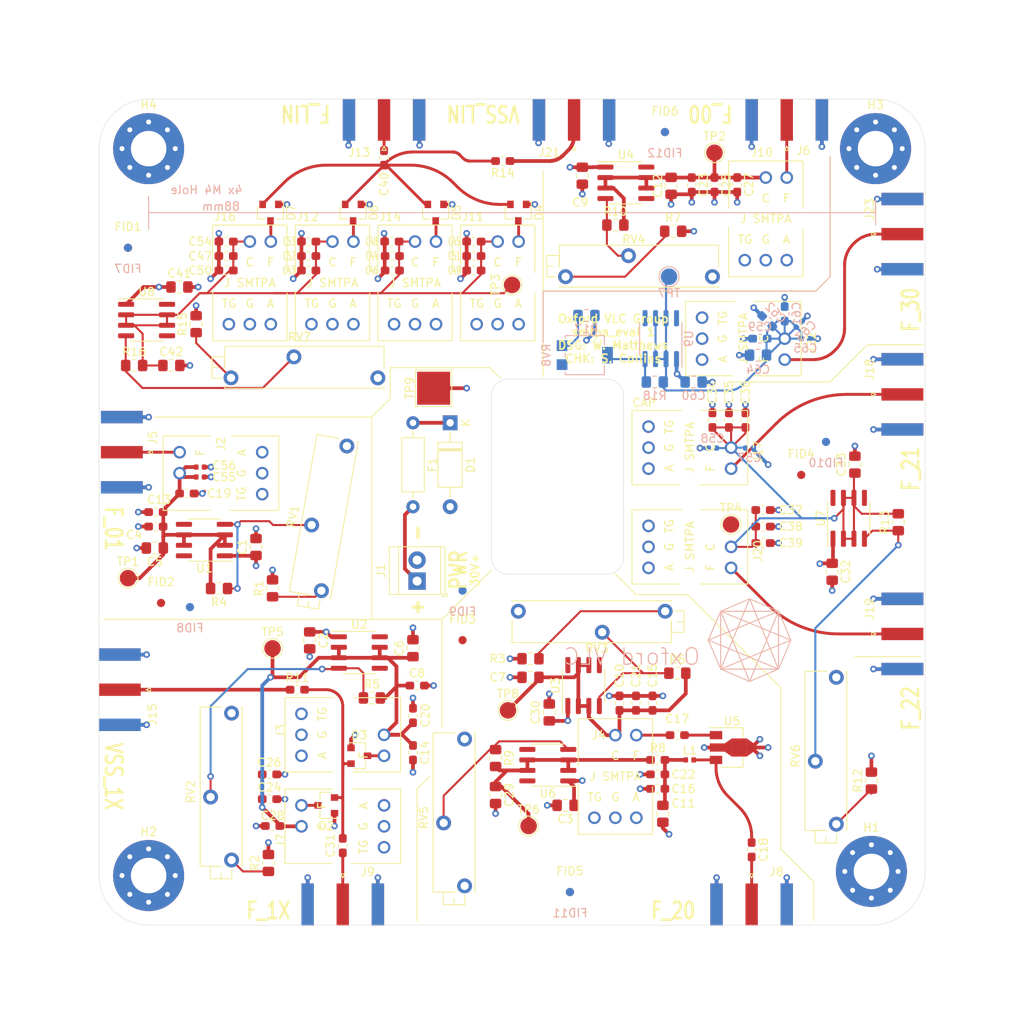
<source format=kicad_pcb>
(kicad_pcb (version 20171130) (host pcbnew 5.1.5-52549c5~86~ubuntu18.04.1)
  (layers (0 F.Cu signal) (1 In1.Cu signal hide) (2 In2.Cu signal hide) (31 B.Cu signal) (34 B.Paste user) (35 F.Paste user) (36 B.SilkS user) (37 F.SilkS user) (38 B.Mask user) (39 F.Mask user) (44 Edge.Cuts user))
  (net 0 "")
  (net 1 GND)
  (net 2 +48V)
  (net 3 /VDC_00)
  (net 4 /VDC_10)
  (net 5 /VDC_20)
  (net 6 /VDC_01)
  (net 7 /Fast_20)
  (net 8 /AFast_20)
  (net 9 "Net-(D1-Pad1)")
  (net 10 /Fast_11)
  (net 11 /Fast_10)
  (net 12 "Net-(F1-Pad2)")
  (net 13 /Fast_00)
  (net 14 /Fast_01)
  (net 15 "Net-(R1-Pad1)")
  (net 16 "Net-(R2-Pad1)")
  (net 17 "Net-(R3-Pad1)")
  (net 18 "Net-(R4-Pad1)")
  (net 19 "Net-(R5-Pad1)")
  (net 20 "Net-(R6-Pad1)")
  (net 21 "Net-(R7-Pad1)")
  (net 22 "Net-(R9-Pad1)")
  (net 23 "Net-(R10-Pad1)")
  (net 24 "Net-(RV1-Pad1)")
  (net 25 "Net-(RV2-Pad1)")
  (net 26 "Net-(RV3-Pad1)")
  (net 27 "Net-(RV4-Pad1)")
  (net 28 "Net-(RV5-Pad1)")
  (net 29 "Net-(U1-Pad8)")
  (net 30 "Net-(U1-Pad5)")
  (net 31 "Net-(U2-Pad8)")
  (net 32 "Net-(U2-Pad5)")
  (net 33 "Net-(U3-Pad8)")
  (net 34 "Net-(U3-Pad5)")
  (net 35 "Net-(U4-Pad8)")
  (net 36 "Net-(U4-Pad5)")
  (net 37 "Net-(U6-Pad8)")
  (net 38 "Net-(U6-Pad5)")
  (net 39 /ATEEFast_20)
  (net 40 /TEEAFast_20)
  (net 41 /PAFast_20)
  (net 42 /TEEBFast_20)
  (net 43 /Fast_1X)
  (net 44 /CFast_1X)
  (net 45 /VssFast_1X)
  (net 46 /VDC_21)
  (net 47 /Fast_21)
  (net 48 /Fast_22)
  (net 49 "Net-(R12-Pad1)")
  (net 50 "Net-(R13-Pad1)")
  (net 51 "Net-(RV6-Pad1)")
  (net 52 "Net-(U7-Pad8)")
  (net 53 "Net-(U7-Pad5)")
  (net 54 /Fast_lin)
  (net 55 /VDC_lin)
  (net 56 /Fast_lin0)
  (net 57 /Fast_lin1)
  (net 58 /Fast_lin2)
  (net 59 /Fast_lin3)
  (net 60 /VssFast_lin)
  (net 61 "Net-(R15-Pad1)")
  (net 62 "Net-(R16-Pad1)")
  (net 63 "Net-(RV7-Pad1)")
  (net 64 "Net-(U8-Pad8)")
  (net 65 "Net-(U8-Pad5)")
  (net 66 /CFast_lin)
  (net 67 /VDC_30)
  (net 68 /Fast_30)
  (net 69 "Net-(R17-Pad1)")
  (net 70 "Net-(R18-Pad1)")
  (net 71 "Net-(RV8-Pad1)")
  (net 72 "Net-(U9-Pad8)")
  (net 73 "Net-(U9-Pad5)")
  (module TestPoint:TestPoint_Pad_4.0x4.0mm (layer F.Cu) (at 140.5 85 90)
    (fp_text reference TP9 (at 0 -2.898 90) (layer F.SilkS))
    (fp_text value TestPoint)
    (pad 1 smd rect (at 0 0 90) (size 4 4) (layers F.Cu F.Mask) (net 1 GND))
  )
  (module TestPoint:TestPoint_Pad_D2.0mm (layer F.Cu) (at 149.5 124)
    (fp_text reference TP8 (at 0 -1.998) (layer F.SilkS))
    (fp_text value TestPoint)
    (pad 1 smd circle (at 0 0) (size 2 2) (layers F.Cu F.Mask) (net 5 /VDC_20))
  )
  (module TestPoint:TestPoint_Pad_D2.0mm (layer B.Cu) (at 169 71.5)
    (fp_text reference TP7 (at 0 1.998) (layer B.SilkS) (effects (justify mirror)))
    (fp_text value TestPoint)
    (pad 1 smd circle (at 0 0) (size 2 2) (layers B.Cu B.Mask) (net 67 /VDC_30))
  )
  (module TestPoint:TestPoint_Pad_D2.0mm (layer F.Cu) (at 152 138)
    (fp_text reference TP6 (at 0 -1.998) (layer F.SilkS))
    (fp_text value TestPoint)
    (pad 1 smd circle (at 0 0) (size 2 2) (layers F.Cu F.Mask) (net 42 /TEEBFast_20))
  )
  (module TestPoint:TestPoint_Pad_D2.0mm (layer F.Cu) (at 121 116.5)
    (fp_text reference TP5 (at 0 -1.998) (layer F.SilkS))
    (fp_text value TestPoint)
    (pad 1 smd circle (at 0 0) (size 2 2) (layers F.Cu F.Mask) (net 4 /VDC_10))
  )
  (module TestPoint:TestPoint_Pad_D2.0mm (layer F.Cu) (at 176.5 101.5)
    (fp_text reference TP4 (at 0 -1.998) (layer F.SilkS))
    (fp_text value TestPoint)
    (pad 1 smd circle (at 0 0) (size 2 2) (layers F.Cu F.Mask) (net 46 /VDC_21))
  )
  (module TestPoint:TestPoint_Pad_D2.0mm (layer F.Cu) (at 150 72.5 90)
    (fp_text reference TP3 (at 0 -1.998 90) (layer F.SilkS))
    (fp_text value TestPoint)
    (pad 1 smd circle (at 0 0 90) (size 2 2) (layers F.Cu F.Mask) (net 55 /VDC_lin))
  )
  (module TestPoint:TestPoint_Pad_D2.0mm (layer F.Cu) (at 174.5 56.5)
    (fp_text reference TP2 (at 0 -1.998) (layer F.SilkS))
    (fp_text value TestPoint)
    (pad 1 smd circle (at 0 0) (size 2 2) (layers F.Cu F.Mask) (net 6 /VDC_01))
  )
  (module TestPoint:TestPoint_Pad_D2.0mm (layer F.Cu) (at 103.5 108)
    (fp_text reference TP1 (at 0 -1.998) (layer F.SilkS))
    (fp_text value TestPoint)
    (pad 1 smd circle (at 0 0) (size 2 2) (layers F.Cu F.Mask) (net 3 /VDC_00))
  )
  (module Fiducial:Fiducial_1mm_Mask3mm (layer B.Cu) (at 168.5 54)
    (fp_text reference FID12 (at 0 2.54) (layer B.SilkS) (effects (justify mirror)))
    (fp_text value Fiducial)
    (pad "" smd circle (at 0 0) (size 1 1) (layers B.Cu B.Mask) (clearance 1))
  )
  (module Fiducial:Fiducial_1mm_Mask3mm (layer B.Cu) (at 157 146)
    (fp_text reference FID11 (at 0 2.54) (layer B.SilkS) (effects (justify mirror)))
    (fp_text value Fiducial)
    (pad "" smd circle (at 0 0) (size 1 1) (layers B.Cu B.Mask) (clearance 1))
  )
  (module Fiducial:Fiducial_1mm_Mask3mm (layer B.Cu) (at 188 91.5)
    (fp_text reference FID10 (at 0 2.54) (layer B.SilkS) (effects (justify mirror)))
    (fp_text value Fiducial)
    (pad "" smd circle (at 0 0) (size 1 1) (layers B.Cu B.Mask) (clearance 1))
  )
  (module Fiducial:Fiducial_1mm_Mask3mm (layer B.Cu) (at 144 109.5)
    (fp_text reference FID9 (at 0 2.54) (layer B.SilkS) (effects (justify mirror)))
    (fp_text value Fiducial)
    (pad "" smd circle (at 0 0) (size 1 1) (layers B.Cu B.Mask) (clearance 1))
  )
  (module Fiducial:Fiducial_1mm_Mask3mm (layer B.Cu) (at 111 111.5)
    (fp_text reference FID8 (at 0 2.54) (layer B.SilkS) (effects (justify mirror)))
    (fp_text value Fiducial)
    (pad "" smd circle (at 0 0) (size 1 1) (layers B.Cu B.Mask) (clearance 1))
  )
  (module Fiducial:Fiducial_1mm_Mask3mm (layer B.Cu) (at 103.5 68)
    (fp_text reference FID7 (at 0 2.54) (layer B.SilkS) (effects (justify mirror)))
    (fp_text value Fiducial)
    (pad "" smd circle (at 0 0) (size 1 1) (layers B.Cu B.Mask) (clearance 1))
  )
  (module Fiducial:Fiducial_1mm_Mask3mm (layer F.Cu) (at 168.5 54)
    (fp_text reference FID6 (at 0 -2.54) (layer F.SilkS))
    (fp_text value Fiducial)
    (pad "" smd circle (at 0 0) (size 1 1) (layers F.Cu F.Mask) (clearance 1))
  )
  (module Fiducial:Fiducial_1mm_Mask3mm (layer F.Cu) (at 157 146)
    (fp_text reference FID5 (at 0 -2.54) (layer F.SilkS))
    (fp_text value Fiducial)
    (pad "" smd circle (at 0 0) (size 1 1) (layers F.Cu F.Mask) (clearance 1))
  )
  (module Fiducial:Fiducial_1mm_Mask3mm (layer F.Cu) (at 185 95.5)
    (fp_text reference FID4 (at 0 -2.54) (layer F.SilkS))
    (fp_text value Fiducial)
    (pad "" smd circle (at 0 0) (size 1 1) (layers F.Cu F.Mask) (clearance 1))
  )
  (module Fiducial:Fiducial_1mm_Mask3mm (layer F.Cu) (at 144 115.5)
    (fp_text reference FID3 (at 0 -2.54) (layer F.SilkS))
    (fp_text value Fiducial)
    (pad "" smd circle (at 0 0) (size 1 1) (layers F.Cu F.Mask) (clearance 1))
  )
  (module Fiducial:Fiducial_1mm_Mask3mm (layer F.Cu) (at 107.5 111)
    (fp_text reference FID2 (at 0 -2.54) (layer F.SilkS))
    (fp_text value Fiducial)
    (pad "" smd circle (at 0 0) (size 1 1) (layers F.Cu F.Mask) (clearance 1))
  )
  (module Fiducial:Fiducial_1mm_Mask3mm (layer F.Cu) (at 103.5 68)
    (fp_text reference FID1 (at 0 -2.54) (layer F.SilkS))
    (fp_text value Fiducial)
    (pad "" smd circle (at 0 0) (size 1 1) (layers F.Cu F.Mask) (clearance 1))
  )
  (module Potentiometer_SMD:Potentiometer_Bourns_3314G_Vertical (layer B.Cu) (at 158.8 81 270)
    (fp_text reference RV8 (at 0 4.65 270) (layer B.SilkS) (effects (justify mirror)))
    (fp_text value R_POT_TRIM)
    (pad 3 smd rect (at -1.15 2.75 270) (size 1.3 1.3) (layers B.Cu B.Paste B.Mask) (net 69 "Net-(R17-Pad1)"))
    (pad 2 smd rect (at 0 -2.75 270) (size 2 1.3) (layers B.Cu B.Paste B.Mask) (net 70 "Net-(R18-Pad1)"))
    (pad 1 smd rect (at 1.15 2.75 270) (size 1.3 1.3) (layers B.Cu B.Paste B.Mask) (net 71 "Net-(RV8-Pad1)"))
  )
  (module Package_SO:SOIC-8_3.9x4.9mm_P1.27mm (layer B.Cu) (at 168 79 90)
    (fp_text reference U9 (at 0 3.4 90) (layer B.SilkS) (effects (justify mirror)))
    (fp_text value LM317L_SO8)
    (pad 8 smd roundrect (at 2.475 1.905 90) (size 1.95 0.6) (layers B.Cu B.Paste B.Mask) (net 72 "Net-(U9-Pad8)"))
    (pad 7 smd roundrect (at 2.475 0.635 90) (size 1.95 0.6) (layers B.Cu B.Paste B.Mask) (net 67 /VDC_30))
    (pad 6 smd roundrect (at 2.475 -0.635 90) (size 1.95 0.6) (layers B.Cu B.Paste B.Mask) (net 67 /VDC_30))
    (pad 5 smd roundrect (at 2.475 -1.905 90) (size 1.95 0.6) (layers B.Cu B.Paste B.Mask) (net 73 "Net-(U9-Pad5)"))
    (pad 4 smd roundrect (at -2.475 -1.905 90) (size 1.95 0.6) (layers B.Cu B.Paste B.Mask) (net 70 "Net-(R18-Pad1)"))
    (pad 3 smd roundrect (at -2.475 -0.635 90) (size 1.95 0.6) (layers B.Cu B.Paste B.Mask) (net 67 /VDC_30))
    (pad 2 smd roundrect (at -2.475 0.635 90) (size 1.95 0.6) (layers B.Cu B.Paste B.Mask) (net 67 /VDC_30))
    (pad 1 smd roundrect (at -2.475 1.905 90) (size 1.95 0.6) (layers B.Cu B.Paste B.Mask) (net 2 +48V))
  )
  (module Resistor_SMD:R_0805_2012Metric_Pad1.15x1.40mm_HandSolder (layer B.Cu) (at 167.275 84.25)
    (fp_text reference R18 (at 0 1.65) (layer B.SilkS) (effects (justify mirror)))
    (fp_text value 240R)
    (pad 2 smd roundrect (at 1.025 0) (size 1.15 1.4) (layers B.Cu B.Paste B.Mask) (roundrect_rratio 0.217391) (net 67 /VDC_30))
    (pad 1 smd roundrect (at -1.025 0) (size 1.15 1.4) (layers B.Cu B.Paste B.Mask) (roundrect_rratio 0.217391) (net 70 "Net-(R18-Pad1)"))
  )
  (module Resistor_SMD:R_0805_2012Metric_Pad1.15x1.40mm_HandSolder (layer B.Cu) (at 159 76.2)
    (fp_text reference R17 (at 0 1.65 180) (layer B.SilkS) (effects (justify mirror)))
    (fp_text value 1K0)
    (pad 2 smd roundrect (at 1.025 0) (size 1.15 1.4) (layers B.Cu B.Paste B.Mask) (roundrect_rratio 0.217391) (net 1 GND))
    (pad 1 smd roundrect (at -1.025 0) (size 1.15 1.4) (layers B.Cu B.Paste B.Mask) (roundrect_rratio 0.217391) (net 69 "Net-(R17-Pad1)"))
  )
  (module Connector_Coaxial:SMA_Amphenol_132289_EdgeMount (layer F.Cu) (at 197.25 66.35)
    (fp_text reference J23 (at -3.96 -3 90) (layer F.SilkS))
    (fp_text value Conn_Coaxial)
    (pad 1 smd rect (at 0 0 90) (size 1.5 5.08) (layers F.Cu F.Paste F.Mask) (net 68 /Fast_30))
    (pad 2 smd rect (at 0 -4.25 90) (size 1.5 5.08) (layers F.Cu F.Paste F.Mask) (net 1 GND))
    (pad 2 smd rect (at 0 4.25 90) (size 1.5 5.08) (layers F.Cu F.Paste F.Mask) (net 1 GND))
    (pad 2 smd rect (at 0 -4.25 90) (size 1.5 5.08) (layers B.Cu B.Paste B.Mask) (net 1 GND))
    (pad 2 smd rect (at 0 4.25 90) (size 1.5 5.08) (layers B.Cu B.Paste B.Mask) (net 1 GND))
  )
  (module "footprints:SMTPA J30035" (layer F.Cu) (at 178 79 270)
    (fp_text reference J22 (at 0.5 -8.25 90) (layer F.SilkS))
    (fp_text value "J SMTPA" (at 0 0 90) (layer F.SilkS))
    (fp_text user TG (at -2.5 2.5 90) (layer F.SilkS))
    (fp_text user G (at 0 2.5 90) (layer F.SilkS))
    (fp_text user A (at 2.5 2.5 90) (layer F.SilkS))
    (fp_text user C (at 0 -2.5 90) (layer F.SilkS))
    (fp_text user F (at 2.5 -2.5 90) (layer F.SilkS))
    (pad 2 thru_hole circle (at 2.54 -5) (size 1.524 1.524) (drill 1.016) (layers *.Cu *.Mask) (net 68 /Fast_30))
    (pad 3 thru_hole circle (at 0 -5) (size 1.524 1.524) (drill 1.016) (layers *.Cu *.Mask) (net 67 /VDC_30))
    (pad 1 thru_hole circle (at 2.54 5) (size 1.524 1.524) (drill 1.016) (layers *.Cu *.Mask) (net 1 GND))
    (pad 5 thru_hole circle (at 0 5) (size 1.524 1.524) (drill 1.016) (layers *.Cu *.Mask) (net 1 GND))
    (pad 4 thru_hole circle (at -2.54 5) (size 1.524 1.524) (drill 1.016) (layers *.Cu *.Mask) (net 1 GND))
  )
  (module Capacitor_SMD:C_0402_1005Metric (layer B.Cu) (at 185.5 79)
    (fp_text reference C65 (at 0 1.17) (layer B.SilkS) (effects (justify mirror)))
    (fp_text value 10p)
    (pad 2 smd roundrect (at 0.485 0) (size 0.59 0.64) (layers B.Cu B.Paste B.Mask) (net 1 GND))
    (pad 1 smd roundrect (at -0.485 0) (size 0.59 0.64) (layers B.Cu B.Paste B.Mask) (net 67 /VDC_30))
  )
  (module Capacitor_SMD:C_0805_2012Metric_Pad1.15x1.40mm_HandSolder (layer B.Cu) (at 179.775 81 180)
    (fp_text reference C64 (at 0 -1.75 180) (layer B.SilkS) (effects (justify mirror)))
    (fp_text value 1u)
    (pad 2 smd roundrect (at 1.025 0 180) (size 1.15 1.4) (layers B.Cu B.Paste B.Mask) (roundrect_rratio 0.217391) (net 1 GND))
    (pad 1 smd roundrect (at -1.025 0 180) (size 1.15 1.4) (layers B.Cu B.Paste B.Mask) (roundrect_rratio 0.217391) (net 67 /VDC_30))
  )
  (module Capacitor_SMD:C_0402_1005Metric (layer B.Cu) (at 184.75 77.25 45)
    (fp_text reference C63 (at 0 1.17 225) (layer B.SilkS) (effects (justify mirror)))
    (fp_text value 100p)
    (pad 2 smd roundrect (at 0.485 0 45) (size 0.59 0.64) (layers B.Cu B.Paste B.Mask) (net 1 GND))
    (pad 1 smd roundrect (at -0.485 0 45) (size 0.59 0.64) (layers B.Cu B.Paste B.Mask) (net 67 /VDC_30))
  )
  (module Capacitor_SMD:C_0603_1608Metric_Pad1.05x0.95mm_HandSolder (layer B.Cu) (at 180.881282 76.881282 135)
    (fp_text reference C62 (at 0 1.43 315) (layer B.SilkS) (effects (justify mirror)))
    (fp_text value 1n)
    (pad 2 smd roundrect (at 0.875 0 135) (size 1.05 0.95) (layers B.Cu B.Paste B.Mask) (net 1 GND))
    (pad 1 smd roundrect (at -0.875 0 135) (size 1.05 0.95) (layers B.Cu B.Paste B.Mask) (net 67 /VDC_30))
  )
  (module Capacitor_SMD:C_0603_1608Metric_Pad1.05x0.95mm_HandSolder (layer B.Cu) (at 183 76 90)
    (fp_text reference C61 (at 0 1.43 270) (layer B.SilkS) (effects (justify mirror)))
    (fp_text value 10n)
    (pad 2 smd roundrect (at 0.875 0 90) (size 1.05 0.95) (layers B.Cu B.Paste B.Mask) (net 1 GND))
    (pad 1 smd roundrect (at -0.875 0 90) (size 1.05 0.95) (layers B.Cu B.Paste B.Mask) (net 67 /VDC_30))
  )
  (module Capacitor_SMD:C_0805_2012Metric_Pad1.15x1.40mm_HandSolder (layer B.Cu) (at 171.975 84.25)
    (fp_text reference C60 (at 0 1.65) (layer B.SilkS) (effects (justify mirror)))
    (fp_text value 0.1u)
    (pad 2 smd roundrect (at 1.025 0) (size 1.15 1.4) (layers B.Cu B.Paste B.Mask) (roundrect_rratio 0.217391) (net 1 GND))
    (pad 1 smd roundrect (at -1.025 0) (size 1.15 1.4) (layers B.Cu B.Paste B.Mask) (roundrect_rratio 0.217391) (net 2 +48V))
  )
  (module Capacitor_SMD:C_0603_1608Metric_Pad1.05x0.95mm_HandSolder (layer B.Cu) (at 180 79 180)
    (fp_text reference C59 (at 0 1.43) (layer B.SilkS) (effects (justify mirror)))
    (fp_text value 100n)
    (pad 2 smd roundrect (at 0.875 0 180) (size 1.05 0.95) (layers B.Cu B.Paste B.Mask) (net 1 GND))
    (pad 1 smd roundrect (at -0.875 0 180) (size 1.05 0.95) (layers B.Cu B.Paste B.Mask) (net 67 /VDC_30))
  )
  (module MountingHole:MountingHole_4.3mm_M4_Pad_Via (layer F.Cu) (at 106 56)
    (fp_text reference H4 (at 0 -5.3) (layer F.SilkS))
    (fp_text value MountingHole)
    (pad 1 thru_hole circle (at 2.280419 -2.280419) (size 0.9 0.9) (drill 0.6) (layers *.Cu *.Mask))
    (pad 1 thru_hole circle (at 0 -3.225) (size 0.9 0.9) (drill 0.6) (layers *.Cu *.Mask))
    (pad 1 thru_hole circle (at -2.280419 -2.280419) (size 0.9 0.9) (drill 0.6) (layers *.Cu *.Mask))
    (pad 1 thru_hole circle (at -3.225 0) (size 0.9 0.9) (drill 0.6) (layers *.Cu *.Mask))
    (pad 1 thru_hole circle (at -2.280419 2.280419) (size 0.9 0.9) (drill 0.6) (layers *.Cu *.Mask))
    (pad 1 thru_hole circle (at 0 3.225) (size 0.9 0.9) (drill 0.6) (layers *.Cu *.Mask))
    (pad 1 thru_hole circle (at 2.280419 2.280419) (size 0.9 0.9) (drill 0.6) (layers *.Cu *.Mask))
    (pad 1 thru_hole circle (at 3.225 0) (size 0.9 0.9) (drill 0.6) (layers *.Cu *.Mask))
    (pad 1 thru_hole circle (at 0 0) (size 8.6 8.6) (drill 4.3) (layers *.Cu *.Mask))
  )
  (module MountingHole:MountingHole_4.3mm_M4_Pad_Via (layer F.Cu) (at 194 56)
    (fp_text reference H3 (at 0 -5.3) (layer F.SilkS))
    (fp_text value MountingHole)
    (pad 1 thru_hole circle (at 2.280419 -2.280419) (size 0.9 0.9) (drill 0.6) (layers *.Cu *.Mask))
    (pad 1 thru_hole circle (at 0 -3.225) (size 0.9 0.9) (drill 0.6) (layers *.Cu *.Mask))
    (pad 1 thru_hole circle (at -2.280419 -2.280419) (size 0.9 0.9) (drill 0.6) (layers *.Cu *.Mask))
    (pad 1 thru_hole circle (at -3.225 0) (size 0.9 0.9) (drill 0.6) (layers *.Cu *.Mask))
    (pad 1 thru_hole circle (at -2.280419 2.280419) (size 0.9 0.9) (drill 0.6) (layers *.Cu *.Mask))
    (pad 1 thru_hole circle (at 0 3.225) (size 0.9 0.9) (drill 0.6) (layers *.Cu *.Mask))
    (pad 1 thru_hole circle (at 2.280419 2.280419) (size 0.9 0.9) (drill 0.6) (layers *.Cu *.Mask))
    (pad 1 thru_hole circle (at 3.225 0) (size 0.9 0.9) (drill 0.6) (layers *.Cu *.Mask))
    (pad 1 thru_hole circle (at 0 0) (size 8.6 8.6) (drill 4.3) (layers *.Cu *.Mask))
  )
  (module MountingHole:MountingHole_4.3mm_M4_Pad_Via (layer F.Cu) (at 106 144)
    (fp_text reference H2 (at 0 -5.3) (layer F.SilkS))
    (fp_text value MountingHole)
    (pad 1 thru_hole circle (at 2.280419 -2.280419) (size 0.9 0.9) (drill 0.6) (layers *.Cu *.Mask))
    (pad 1 thru_hole circle (at 0 -3.225) (size 0.9 0.9) (drill 0.6) (layers *.Cu *.Mask))
    (pad 1 thru_hole circle (at -2.280419 -2.280419) (size 0.9 0.9) (drill 0.6) (layers *.Cu *.Mask))
    (pad 1 thru_hole circle (at -3.225 0) (size 0.9 0.9) (drill 0.6) (layers *.Cu *.Mask))
    (pad 1 thru_hole circle (at -2.280419 2.280419) (size 0.9 0.9) (drill 0.6) (layers *.Cu *.Mask))
    (pad 1 thru_hole circle (at 0 3.225) (size 0.9 0.9) (drill 0.6) (layers *.Cu *.Mask))
    (pad 1 thru_hole circle (at 2.280419 2.280419) (size 0.9 0.9) (drill 0.6) (layers *.Cu *.Mask))
    (pad 1 thru_hole circle (at 3.225 0) (size 0.9 0.9) (drill 0.6) (layers *.Cu *.Mask))
    (pad 1 thru_hole circle (at 0 0) (size 8.6 8.6) (drill 4.3) (layers *.Cu *.Mask))
  )
  (module MountingHole:MountingHole_4.3mm_M4_Pad_Via (layer F.Cu) (at 193.5 143.5)
    (fp_text reference H1 (at 0 -5.3) (layer F.SilkS))
    (fp_text value MountingHole)
    (pad 1 thru_hole circle (at 2.280419 -2.280419) (size 0.9 0.9) (drill 0.6) (layers *.Cu *.Mask))
    (pad 1 thru_hole circle (at 0 -3.225) (size 0.9 0.9) (drill 0.6) (layers *.Cu *.Mask))
    (pad 1 thru_hole circle (at -2.280419 -2.280419) (size 0.9 0.9) (drill 0.6) (layers *.Cu *.Mask))
    (pad 1 thru_hole circle (at -3.225 0) (size 0.9 0.9) (drill 0.6) (layers *.Cu *.Mask))
    (pad 1 thru_hole circle (at -2.280419 2.280419) (size 0.9 0.9) (drill 0.6) (layers *.Cu *.Mask))
    (pad 1 thru_hole circle (at 0 3.225) (size 0.9 0.9) (drill 0.6) (layers *.Cu *.Mask))
    (pad 1 thru_hole circle (at 2.280419 2.280419) (size 0.9 0.9) (drill 0.6) (layers *.Cu *.Mask))
    (pad 1 thru_hole circle (at 3.225 0) (size 0.9 0.9) (drill 0.6) (layers *.Cu *.Mask))
    (pad 1 thru_hole circle (at 0 0) (size 8.6 8.6) (drill 4.3) (layers *.Cu *.Mask))
  )
  (module Capacitor_SMD:C_0402_1005Metric (layer B.Cu) (at 174.265 92.25 180)
    (fp_text reference C58 (at 0 1.17) (layer B.SilkS) (effects (justify mirror)))
    (fp_text value 10p)
    (pad 2 smd roundrect (at 0.485 0 180) (size 0.59 0.64) (layers B.Cu B.Paste B.Mask) (net 1 GND))
    (pad 1 smd roundrect (at -0.485 0 180) (size 0.59 0.64) (layers B.Cu B.Paste B.Mask) (net 46 /VDC_21))
  )
  (module Capacitor_SMD:C_0402_1005Metric (layer B.Cu) (at 178.75 92.25)
    (fp_text reference C57 (at 0 1.17) (layer B.SilkS) (effects (justify mirror)))
    (fp_text value 100p)
    (pad 2 smd roundrect (at 0.485 0) (size 0.59 0.64) (layers B.Cu B.Paste B.Mask) (net 1 GND))
    (pad 1 smd roundrect (at -0.485 0) (size 0.59 0.64) (layers B.Cu B.Paste B.Mask) (net 46 /VDC_21))
  )
  (module Capacitor_SMD:C_0402_1005Metric (layer F.Cu) (at 112.235 94.55)
    (fp_text reference C56 (at 2.915 -0.2) (layer F.SilkS))
    (fp_text value 10p)
    (pad 2 smd roundrect (at 0.485 0) (size 0.59 0.64) (layers F.Cu F.Paste F.Mask) (net 1 GND))
    (pad 1 smd roundrect (at -0.485 0) (size 0.59 0.64) (layers F.Cu F.Paste F.Mask) (net 3 /VDC_00))
  )
  (module Capacitor_SMD:C_0402_1005Metric (layer F.Cu) (at 112.235 95.75)
    (fp_text reference C55 (at 2.915 0) (layer F.SilkS))
    (fp_text value 100p)
    (pad 2 smd roundrect (at 0.485 0) (size 0.59 0.64) (layers F.Cu F.Paste F.Mask) (net 1 GND))
    (pad 1 smd roundrect (at -0.485 0) (size 0.59 0.64) (layers F.Cu F.Paste F.Mask) (net 3 /VDC_00))
  )
  (module Capacitor_SMD:C_0603_1608Metric_Pad1.05x0.95mm_HandSolder (layer F.Cu) (at 115.375 67.25 180)
    (fp_text reference C54 (at 3.125 0) (layer F.SilkS))
    (fp_text value 1n)
    (pad 1 smd roundrect (at -0.875 0 180) (size 1.05 0.95) (layers F.Cu F.Paste F.Mask) (net 55 /VDC_lin))
    (pad 2 smd roundrect (at 0.875 0 180) (size 1.05 0.95) (layers F.Cu F.Paste F.Mask) (net 1 GND))
  )
  (module Capacitor_SMD:C_0603_1608Metric_Pad1.05x0.95mm_HandSolder (layer F.Cu) (at 125.375 67.25 180)
    (fp_text reference C53 (at 2.375 0) (layer F.SilkS) (effects (font (size 1 0.5) (thickness 0.125))))
    (fp_text value 1n)
    (pad 1 smd roundrect (at -0.875 0 180) (size 1.05 0.95) (layers F.Cu F.Paste F.Mask) (net 55 /VDC_lin))
    (pad 2 smd roundrect (at 0.875 0 180) (size 1.05 0.95) (layers F.Cu F.Paste F.Mask) (net 1 GND))
  )
  (module Capacitor_SMD:C_0603_1608Metric_Pad1.05x0.95mm_HandSolder (layer F.Cu) (at 125.375 69 180)
    (fp_text reference C52 (at 2.375 0) (layer F.SilkS) (effects (font (size 1 0.5) (thickness 0.125))))
    (fp_text value 10n)
    (pad 1 smd roundrect (at -0.875 0 180) (size 1.05 0.95) (layers F.Cu F.Paste F.Mask) (net 55 /VDC_lin))
    (pad 2 smd roundrect (at 0.875 0 180) (size 1.05 0.95) (layers F.Cu F.Paste F.Mask) (net 1 GND))
  )
  (module Capacitor_SMD:C_0603_1608Metric_Pad1.05x0.95mm_HandSolder (layer F.Cu) (at 145.375 69 180)
    (fp_text reference C51 (at 2.375 0) (layer F.SilkS) (effects (font (size 1 0.5) (thickness 0.125))))
    (fp_text value 10n)
    (pad 1 smd roundrect (at -0.875 0 180) (size 1.05 0.95) (layers F.Cu F.Paste F.Mask) (net 55 /VDC_lin))
    (pad 2 smd roundrect (at 0.875 0 180) (size 1.05 0.95) (layers F.Cu F.Paste F.Mask) (net 1 GND))
  )
  (module Capacitor_SMD:C_0603_1608Metric_Pad1.05x0.95mm_HandSolder (layer F.Cu) (at 115.375 70.75 180)
    (fp_text reference C50 (at 3.125 0) (layer F.SilkS))
    (fp_text value 100n)
    (pad 1 smd roundrect (at -0.875 0 180) (size 1.05 0.95) (layers F.Cu F.Paste F.Mask) (net 55 /VDC_lin))
    (pad 2 smd roundrect (at 0.875 0 180) (size 1.05 0.95) (layers F.Cu F.Paste F.Mask) (net 1 GND))
  )
  (module Capacitor_SMD:C_0603_1608Metric_Pad1.05x0.95mm_HandSolder (layer F.Cu) (at 145.375 70.75 180)
    (fp_text reference C49 (at 2.375 0) (layer F.SilkS) (effects (font (size 1 0.5) (thickness 0.125))))
    (fp_text value 100n)
    (pad 1 smd roundrect (at -0.875 0 180) (size 1.05 0.95) (layers F.Cu F.Paste F.Mask) (net 55 /VDC_lin))
    (pad 2 smd roundrect (at 0.875 0 180) (size 1.05 0.95) (layers F.Cu F.Paste F.Mask) (net 1 GND))
  )
  (module Capacitor_SMD:C_0603_1608Metric_Pad1.05x0.95mm_HandSolder (layer F.Cu) (at 135.45 67.25 180)
    (fp_text reference C48 (at 2.45 0) (layer F.SilkS) (effects (font (size 1 0.5) (thickness 0.125))))
    (fp_text value 1n)
    (pad 1 smd roundrect (at -0.875 0 180) (size 1.05 0.95) (layers F.Cu F.Paste F.Mask) (net 55 /VDC_lin))
    (pad 2 smd roundrect (at 0.875 0 180) (size 1.05 0.95) (layers F.Cu F.Paste F.Mask) (net 1 GND))
  )
  (module Capacitor_SMD:C_0603_1608Metric_Pad1.05x0.95mm_HandSolder (layer F.Cu) (at 115.375 69 180)
    (fp_text reference C47 (at 3.125 0) (layer F.SilkS))
    (fp_text value 10n)
    (pad 1 smd roundrect (at -0.875 0 180) (size 1.05 0.95) (layers F.Cu F.Paste F.Mask) (net 55 /VDC_lin))
    (pad 2 smd roundrect (at 0.875 0 180) (size 1.05 0.95) (layers F.Cu F.Paste F.Mask) (net 1 GND))
  )
  (module Capacitor_SMD:C_0603_1608Metric_Pad1.05x0.95mm_HandSolder (layer F.Cu) (at 135.5 70.75 180)
    (fp_text reference C46 (at 2.5 0) (layer F.SilkS) (effects (font (size 1 0.5) (thickness 0.125))))
    (fp_text value 100n)
    (pad 1 smd roundrect (at -0.875 0 180) (size 1.05 0.95) (layers F.Cu F.Paste F.Mask) (net 55 /VDC_lin))
    (pad 2 smd roundrect (at 0.875 0 180) (size 1.05 0.95) (layers F.Cu F.Paste F.Mask) (net 1 GND))
  )
  (module Capacitor_SMD:C_0603_1608Metric_Pad1.05x0.95mm_HandSolder (layer F.Cu) (at 145.375 67.25 180)
    (fp_text reference C45 (at 2.375 0) (layer F.SilkS) (effects (font (size 1 0.5) (thickness 0.125))))
    (fp_text value 1n)
    (pad 1 smd roundrect (at -0.875 0 180) (size 1.05 0.95) (layers F.Cu F.Paste F.Mask) (net 55 /VDC_lin))
    (pad 2 smd roundrect (at 0.875 0 180) (size 1.05 0.95) (layers F.Cu F.Paste F.Mask) (net 1 GND))
  )
  (module Capacitor_SMD:C_0603_1608Metric_Pad1.05x0.95mm_HandSolder (layer F.Cu) (at 135.5 69 180)
    (fp_text reference C44 (at 2.5 0) (layer F.SilkS) (effects (font (size 1 0.5) (thickness 0.125))))
    (fp_text value 10n)
    (pad 1 smd roundrect (at -0.875 0 180) (size 1.05 0.95) (layers F.Cu F.Paste F.Mask) (net 55 /VDC_lin))
    (pad 2 smd roundrect (at 0.875 0 180) (size 1.05 0.95) (layers F.Cu F.Paste F.Mask) (net 1 GND))
  )
  (module Capacitor_SMD:C_0603_1608Metric_Pad1.05x0.95mm_HandSolder (layer F.Cu) (at 125.375 70.75 180)
    (fp_text reference C43 (at 2.375 0) (layer F.SilkS) (effects (font (size 1 0.5) (thickness 0.125))))
    (fp_text value 100n)
    (pad 1 smd roundrect (at -0.875 0 180) (size 1.05 0.95) (layers F.Cu F.Paste F.Mask) (net 55 /VDC_lin))
    (pad 2 smd roundrect (at 0.875 0 180) (size 1.05 0.95) (layers F.Cu F.Paste F.Mask) (net 1 GND))
  )
  (module Package_SO:SOIC-8_3.9x4.9mm_P1.27mm (layer F.Cu) (at 105.75 76.75)
    (fp_text reference U8 (at 0 -3.4) (layer F.SilkS))
    (fp_text value LM317L_SO8)
    (pad 1 smd roundrect (at -2.475 -1.905) (size 1.95 0.6) (layers F.Cu F.Paste F.Mask) (net 2 +48V))
    (pad 2 smd roundrect (at -2.475 -0.635) (size 1.95 0.6) (layers F.Cu F.Paste F.Mask) (net 55 /VDC_lin))
    (pad 3 smd roundrect (at -2.475 0.635) (size 1.95 0.6) (layers F.Cu F.Paste F.Mask) (net 55 /VDC_lin))
    (pad 4 smd roundrect (at -2.475 1.905) (size 1.95 0.6) (layers F.Cu F.Paste F.Mask) (net 62 "Net-(R16-Pad1)"))
    (pad 5 smd roundrect (at 2.475 1.905) (size 1.95 0.6) (layers F.Cu F.Paste F.Mask) (net 65 "Net-(U8-Pad5)"))
    (pad 6 smd roundrect (at 2.475 0.635) (size 1.95 0.6) (layers F.Cu F.Paste F.Mask) (net 55 /VDC_lin))
    (pad 7 smd roundrect (at 2.475 -0.635) (size 1.95 0.6) (layers F.Cu F.Paste F.Mask) (net 55 /VDC_lin))
    (pad 8 smd roundrect (at 2.475 -1.905) (size 1.95 0.6) (layers F.Cu F.Paste F.Mask) (net 64 "Net-(U8-Pad8)"))
  )
  (module Potentiometer_THT:Potentiometer_Bourns_3006Y_Horizontal (layer F.Cu) (at 133.75 83.75)
    (fp_text reference RV7 (at -9.52 -4.935) (layer F.SilkS))
    (fp_text value R_POT_TRIM)
    (pad 1 thru_hole circle (at 0 0) (size 1.8 1.8) (drill 1) (layers *.Cu *.Mask) (net 63 "Net-(RV7-Pad1)"))
    (pad 2 thru_hole circle (at -10.16 -2.54) (size 1.8 1.8) (drill 1) (layers *.Cu *.Mask) (net 62 "Net-(R16-Pad1)"))
    (pad 3 thru_hole circle (at -17.78 0) (size 1.8 1.8) (drill 1) (layers *.Cu *.Mask) (net 61 "Net-(R15-Pad1)"))
  )
  (module Resistor_SMD:R_0805_2012Metric_Pad1.15x1.40mm_HandSolder (layer F.Cu) (at 104.25 82.25)
    (fp_text reference R16 (at 0 -1.65) (layer F.SilkS))
    (fp_text value 240R)
    (pad 1 smd roundrect (at -1.025 0) (size 1.15 1.4) (layers F.Cu F.Paste F.Mask) (roundrect_rratio 0.217391) (net 62 "Net-(R16-Pad1)"))
    (pad 2 smd roundrect (at 1.025 0) (size 1.15 1.4) (layers F.Cu F.Paste F.Mask) (roundrect_rratio 0.217391) (net 55 /VDC_lin))
  )
  (module Resistor_SMD:R_0805_2012Metric_Pad1.15x1.40mm_HandSolder (layer F.Cu) (at 111.75 77.25 90)
    (fp_text reference R15 (at 0 -1.65 90) (layer F.SilkS))
    (fp_text value 1K0)
    (pad 1 smd roundrect (at -1.025 0 90) (size 1.15 1.4) (layers F.Cu F.Paste F.Mask) (roundrect_rratio 0.217391) (net 61 "Net-(R15-Pad1)"))
    (pad 2 smd roundrect (at 1.025 0 90) (size 1.15 1.4) (layers F.Cu F.Paste F.Mask) (roundrect_rratio 0.217391) (net 1 GND))
  )
  (module Resistor_SMD:R_0603_1608Metric_Pad1.05x0.95mm_HandSolder (layer F.Cu) (at 148.875 57.5 180)
    (fp_text reference R14 (at 0 -1.43) (layer F.SilkS))
    (fp_text value 1K0)
    (pad 1 smd roundrect (at -0.875 0 180) (size 1.05 0.95) (layers F.Cu F.Paste F.Mask) (net 60 /VssFast_lin))
    (pad 2 smd roundrect (at 0.875 0 180) (size 1.05 0.95) (layers F.Cu F.Paste F.Mask) (net 54 /Fast_lin))
  )
  (module Connector_Coaxial:SMA_Amphenol_132289_EdgeMount (layer F.Cu) (at 157.5 52.5 90)
    (fp_text reference J21 (at -3.96 -3) (layer F.SilkS))
    (fp_text value Conn_Coaxial)
    (pad 2 smd rect (at 0 4.25 180) (size 1.5 5.08) (layers B.Cu B.Paste B.Mask) (net 1 GND))
    (pad 2 smd rect (at 0 -4.25 180) (size 1.5 5.08) (layers B.Cu B.Paste B.Mask) (net 1 GND))
    (pad 2 smd rect (at 0 4.25 180) (size 1.5 5.08) (layers F.Cu F.Paste F.Mask) (net 1 GND))
    (pad 2 smd rect (at 0 -4.25 180) (size 1.5 5.08) (layers F.Cu F.Paste F.Mask) (net 1 GND))
    (pad 1 smd rect (at 0 0 180) (size 1.5 5.08) (layers F.Cu F.Paste F.Mask) (net 60 /VssFast_lin))
  )
  (module "footprints:SMTPA J30035" (layer F.Cu) (at 118.25 72.25)
    (fp_text reference J16 (at -3 -8) (layer F.SilkS))
    (fp_text value "J SMTPA" (at 0 0) (layer F.SilkS))
    (fp_text user F (at 2.5 -2.5) (layer F.SilkS))
    (fp_text user C (at 0 -2.5) (layer F.SilkS))
    (fp_text user A (at 2.5 2.5) (layer F.SilkS))
    (fp_text user G (at 0 2.5) (layer F.SilkS))
    (fp_text user TG (at -2.5 2.5) (layer F.SilkS))
    (pad 4 thru_hole circle (at -2.54 5 90) (size 1.524 1.524) (drill 1.016) (layers *.Cu *.Mask) (net 1 GND))
    (pad 5 thru_hole circle (at 0 5 90) (size 1.524 1.524) (drill 1.016) (layers *.Cu *.Mask) (net 1 GND))
    (pad 1 thru_hole circle (at 2.54 5 90) (size 1.524 1.524) (drill 1.016) (layers *.Cu *.Mask) (net 1 GND))
    (pad 3 thru_hole circle (at 0 -5 90) (size 1.524 1.524) (drill 1.016) (layers *.Cu *.Mask) (net 55 /VDC_lin))
    (pad 2 thru_hole circle (at 2.54 -5 90) (size 1.524 1.524) (drill 1.016) (layers *.Cu *.Mask) (net 59 /Fast_lin3))
  )
  (module "footprints:SMTPA J30035" (layer F.Cu) (at 138.25 72.25)
    (fp_text reference J14 (at -3 -8) (layer F.SilkS))
    (fp_text value "J SMTPA" (at 0 0) (layer F.SilkS))
    (fp_text user F (at 2.5 -2.5) (layer F.SilkS))
    (fp_text user C (at 0 -2.5) (layer F.SilkS))
    (fp_text user A (at 2.5 2.5) (layer F.SilkS))
    (fp_text user G (at 0 2.5) (layer F.SilkS))
    (fp_text user TG (at -2.5 2.5) (layer F.SilkS))
    (pad 4 thru_hole circle (at -2.54 5 90) (size 1.524 1.524) (drill 1.016) (layers *.Cu *.Mask) (net 1 GND))
    (pad 5 thru_hole circle (at 0 5 90) (size 1.524 1.524) (drill 1.016) (layers *.Cu *.Mask) (net 1 GND))
    (pad 1 thru_hole circle (at 2.54 5 90) (size 1.524 1.524) (drill 1.016) (layers *.Cu *.Mask) (net 1 GND))
    (pad 3 thru_hole circle (at 0 -5 90) (size 1.524 1.524) (drill 1.016) (layers *.Cu *.Mask) (net 55 /VDC_lin))
    (pad 2 thru_hole circle (at 2.54 -5 90) (size 1.524 1.524) (drill 1.016) (layers *.Cu *.Mask) (net 57 /Fast_lin1))
  )
  (module Connector_Coaxial:SMA_Amphenol_132289_EdgeMount (layer F.Cu) (at 134.5 52.5 90)
    (fp_text reference J13 (at -3.96 -3) (layer F.SilkS))
    (fp_text value Conn_Coaxial)
    (pad 2 smd rect (at 0 4.25 180) (size 1.5 5.08) (layers B.Cu B.Paste B.Mask) (net 1 GND))
    (pad 2 smd rect (at 0 -4.25 180) (size 1.5 5.08) (layers B.Cu B.Paste B.Mask) (net 1 GND))
    (pad 2 smd rect (at 0 4.25 180) (size 1.5 5.08) (layers F.Cu F.Paste F.Mask) (net 1 GND))
    (pad 2 smd rect (at 0 -4.25 180) (size 1.5 5.08) (layers F.Cu F.Paste F.Mask) (net 1 GND))
    (pad 1 smd rect (at 0 0 180) (size 1.5 5.08) (layers F.Cu F.Paste F.Mask) (net 66 /CFast_lin))
  )
  (module "footprints:SMTPA J30035" (layer F.Cu) (at 128.25 72.25)
    (fp_text reference J12 (at -3 -8) (layer F.SilkS))
    (fp_text value "J SMTPA" (at 0 0) (layer F.SilkS))
    (fp_text user F (at 2.5 -2.5) (layer F.SilkS))
    (fp_text user C (at 0 -2.5) (layer F.SilkS))
    (fp_text user A (at 2.5 2.5) (layer F.SilkS))
    (fp_text user G (at 0 2.5) (layer F.SilkS))
    (fp_text user TG (at -2.5 2.5) (layer F.SilkS))
    (pad 4 thru_hole circle (at -2.54 5 90) (size 1.524 1.524) (drill 1.016) (layers *.Cu *.Mask) (net 1 GND))
    (pad 5 thru_hole circle (at 0 5 90) (size 1.524 1.524) (drill 1.016) (layers *.Cu *.Mask) (net 1 GND))
    (pad 1 thru_hole circle (at 2.54 5 90) (size 1.524 1.524) (drill 1.016) (layers *.Cu *.Mask) (net 1 GND))
    (pad 3 thru_hole circle (at 0 -5 90) (size 1.524 1.524) (drill 1.016) (layers *.Cu *.Mask) (net 55 /VDC_lin))
    (pad 2 thru_hole circle (at 2.54 -5 90) (size 1.524 1.524) (drill 1.016) (layers *.Cu *.Mask) (net 58 /Fast_lin2))
  )
  (module "footprints:SMTPA J30035" (layer F.Cu) (at 148.25 72.25)
    (fp_text reference J11 (at -3 -8) (layer F.SilkS))
    (fp_text value "J SMTPA" hide)
    (fp_text user F (at 2.5 -2.5) (layer F.SilkS))
    (fp_text user C (at 0 -2.5) (layer F.SilkS))
    (fp_text user A (at 2.5 2.5) (layer F.SilkS))
    (fp_text user G (at 0 2.5) (layer F.SilkS))
    (fp_text user TG (at -2.5 2.5) (layer F.SilkS))
    (pad 4 thru_hole circle (at -2.54 5 90) (size 1.524 1.524) (drill 1.016) (layers *.Cu *.Mask) (net 1 GND))
    (pad 5 thru_hole circle (at 0 5 90) (size 1.524 1.524) (drill 1.016) (layers *.Cu *.Mask) (net 1 GND))
    (pad 1 thru_hole circle (at 2.54 5 90) (size 1.524 1.524) (drill 1.016) (layers *.Cu *.Mask) (net 1 GND))
    (pad 3 thru_hole circle (at 0 -5 90) (size 1.524 1.524) (drill 1.016) (layers *.Cu *.Mask) (net 55 /VDC_lin))
    (pad 2 thru_hole circle (at 2.54 -5 90) (size 1.524 1.524) (drill 1.016) (layers *.Cu *.Mask) (net 56 /Fast_lin0))
  )
  (module Package_TO_SOT_SMD:SOT-23 (layer F.Cu) (at 120.75 63.75 270)
    (fp_text reference D7 (at 0 -2.5 90) (layer F.SilkS))
    (fp_text value D_Schottky_x2_Serial_AKC)
    (pad 1 smd rect (at -1 -0.95 270) (size 0.9 0.8) (layers F.Cu F.Paste F.Mask) (net 1 GND))
    (pad 2 smd rect (at -1 0.95 270) (size 0.9 0.8) (layers F.Cu F.Paste F.Mask) (net 54 /Fast_lin))
    (pad 3 smd rect (at 1 0 270) (size 0.9 0.8) (layers F.Cu F.Paste F.Mask) (net 59 /Fast_lin3))
  )
  (module Package_TO_SOT_SMD:SOT-23 (layer F.Cu) (at 130.75 63.75 270)
    (fp_text reference D6 (at 0 -2.5 90) (layer F.SilkS))
    (fp_text value D_Schottky_x2_Serial_AKC)
    (pad 1 smd rect (at -1 -0.95 270) (size 0.9 0.8) (layers F.Cu F.Paste F.Mask) (net 1 GND))
    (pad 2 smd rect (at -1 0.95 270) (size 0.9 0.8) (layers F.Cu F.Paste F.Mask) (net 54 /Fast_lin))
    (pad 3 smd rect (at 1 0 270) (size 0.9 0.8) (layers F.Cu F.Paste F.Mask) (net 58 /Fast_lin2))
  )
  (module Package_TO_SOT_SMD:SOT-23 (layer F.Cu) (at 140.75 63.75 270)
    (fp_text reference D5 (at 0 -2.5 90) (layer F.SilkS))
    (fp_text value D_Schottky_x2_Serial_AKC)
    (pad 1 smd rect (at -1 -0.95 270) (size 0.9 0.8) (layers F.Cu F.Paste F.Mask) (net 1 GND))
    (pad 2 smd rect (at -1 0.95 270) (size 0.9 0.8) (layers F.Cu F.Paste F.Mask) (net 54 /Fast_lin))
    (pad 3 smd rect (at 1 0 270) (size 0.9 0.8) (layers F.Cu F.Paste F.Mask) (net 57 /Fast_lin1))
  )
  (module Package_TO_SOT_SMD:SOT-23 (layer F.Cu) (at 150.75 63.75 270)
    (fp_text reference D4 (at 0 -2.5 90) (layer F.SilkS))
    (fp_text value D_Schottky_x2_Serial_AKC)
    (pad 1 smd rect (at -1 -0.95 270) (size 0.9 0.8) (layers F.Cu F.Paste F.Mask) (net 1 GND))
    (pad 2 smd rect (at -1 0.95 270) (size 0.9 0.8) (layers F.Cu F.Paste F.Mask) (net 54 /Fast_lin))
    (pad 3 smd rect (at 1 0 270) (size 0.9 0.8) (layers F.Cu F.Paste F.Mask) (net 56 /Fast_lin0))
  )
  (module Capacitor_SMD:C_0805_2012Metric_Pad1.15x1.40mm_HandSolder (layer F.Cu) (at 108.75 82.25)
    (fp_text reference C42 (at 0 -1.65) (layer F.SilkS))
    (fp_text value 1u)
    (pad 1 smd roundrect (at -1.025 0) (size 1.15 1.4) (layers F.Cu F.Paste F.Mask) (roundrect_rratio 0.217391) (net 55 /VDC_lin))
    (pad 2 smd roundrect (at 1.025 0) (size 1.15 1.4) (layers F.Cu F.Paste F.Mask) (roundrect_rratio 0.217391) (net 1 GND))
  )
  (module Capacitor_SMD:C_0805_2012Metric_Pad1.15x1.40mm_HandSolder (layer F.Cu) (at 109.725 72.75)
    (fp_text reference C41 (at 0 -1.65) (layer F.SilkS))
    (fp_text value 0.1u)
    (pad 1 smd roundrect (at -1.025 0) (size 1.15 1.4) (layers F.Cu F.Paste F.Mask) (roundrect_rratio 0.217391) (net 2 +48V))
    (pad 2 smd roundrect (at 1.025 0) (size 1.15 1.4) (layers F.Cu F.Paste F.Mask) (roundrect_rratio 0.217391) (net 1 GND))
  )
  (module Capacitor_SMD:C_0603_1608Metric_Pad1.05x0.95mm_HandSolder (layer F.Cu) (at 134.5 57.125 270)
    (fp_text reference C40 (at 3.175 0 90) (layer F.SilkS))
    (fp_text value 10n)
    (pad 1 smd roundrect (at -0.875 0 270) (size 1.05 0.95) (layers F.Cu F.Paste F.Mask) (net 66 /CFast_lin))
    (pad 2 smd roundrect (at 0.875 0 270) (size 1.05 0.95) (layers F.Cu F.Paste F.Mask) (net 54 /Fast_lin))
  )
  (module "footprints:SMTPA J30035" (layer F.Cu) (at 171.515 104.21 270)
    (fp_text reference J20 (at 0.5 -8.25 90) (layer F.SilkS))
    (fp_text value "J SMTPA" (at 0 0 90) (layer F.SilkS))
    (fp_text user F (at 2.5 -2.5 90) (layer F.SilkS))
    (fp_text user C (at 0 -2.5 90) (layer F.SilkS))
    (fp_text user A (at 2.5 2.5 90) (layer F.SilkS))
    (fp_text user G (at 0 2.5 90) (layer F.SilkS))
    (fp_text user TG (at -2.5 2.5 90) (layer F.SilkS))
    (pad 4 thru_hole circle (at -2.54 5) (size 1.524 1.524) (drill 1.016) (layers *.Cu *.Mask) (net 1 GND))
    (pad 5 thru_hole circle (at 0 5) (size 1.524 1.524) (drill 1.016) (layers *.Cu *.Mask) (net 1 GND))
    (pad 1 thru_hole circle (at 2.54 5) (size 1.524 1.524) (drill 1.016) (layers *.Cu *.Mask) (net 1 GND))
    (pad 3 thru_hole circle (at 0 -5) (size 1.524 1.524) (drill 1.016) (layers *.Cu *.Mask) (net 46 /VDC_21))
    (pad 2 thru_hole circle (at 2.54 -5) (size 1.524 1.524) (drill 1.016) (layers *.Cu *.Mask) (net 48 /Fast_22))
  )
  (module "footprints:SMTPA J30035" (layer F.Cu) (at 171.515 92.195 270)
    (fp_text reference J17 (at 0.5 -8.25 90) (layer F.SilkS))
    (fp_text value "J SMTPA" (at 0 0 90) (layer F.SilkS))
    (fp_text user F (at 2.5 -2.5 90) (layer F.SilkS))
    (fp_text user C (at 0 -2.5 90) (layer F.SilkS))
    (fp_text user A (at 2.5 2.5 90) (layer F.SilkS))
    (fp_text user G (at 0 2.5 90) (layer F.SilkS))
    (fp_text user TG (at -2.5 2.5 90) (layer F.SilkS))
    (pad 4 thru_hole circle (at -2.54 5) (size 1.524 1.524) (drill 1.016) (layers *.Cu *.Mask) (net 1 GND))
    (pad 5 thru_hole circle (at 0 5) (size 1.524 1.524) (drill 1.016) (layers *.Cu *.Mask) (net 1 GND))
    (pad 1 thru_hole circle (at 2.54 5) (size 1.524 1.524) (drill 1.016) (layers *.Cu *.Mask) (net 1 GND))
    (pad 3 thru_hole circle (at 0 -5) (size 1.524 1.524) (drill 1.016) (layers *.Cu *.Mask) (net 46 /VDC_21))
    (pad 2 thru_hole circle (at 2.54 -5) (size 1.524 1.524) (drill 1.016) (layers *.Cu *.Mask) (net 47 /Fast_21))
  )
  (module "footprints:SMTPA J30035" (layer F.Cu) (at 129.5 138.04 90)
    (fp_text reference J7 (at -1.71 -7.5 90) (layer F.SilkS))
    (fp_text value "J SMTPA" hide)
    (fp_text user F (at 2.5 -2.5 90) (layer F.SilkS))
    (fp_text user C (at 0 -2.5 90) (layer F.SilkS))
    (fp_text user A (at 2.5 2.5 90) (layer F.SilkS))
    (fp_text user G (at 0 2.5 90) (layer F.SilkS))
    (fp_text user TG (at -2.5 2.5 90) (layer F.SilkS))
    (pad 4 thru_hole circle (at -2.54 5 180) (size 1.524 1.524) (drill 1.016) (layers *.Cu *.Mask) (net 1 GND))
    (pad 5 thru_hole circle (at 0 5 180) (size 1.524 1.524) (drill 1.016) (layers *.Cu *.Mask) (net 1 GND))
    (pad 1 thru_hole circle (at 2.54 5 180) (size 1.524 1.524) (drill 1.016) (layers *.Cu *.Mask) (net 1 GND))
    (pad 3 thru_hole circle (at 0 -5 180) (size 1.524 1.524) (drill 1.016) (layers *.Cu *.Mask) (net 4 /VDC_10))
    (pad 2 thru_hole circle (at 2.54 -5 180) (size 1.524 1.524) (drill 1.016) (layers *.Cu *.Mask) (net 10 /Fast_11))
  )
  (module "footprints:SMTPA J30035" (layer F.Cu) (at 180.71 64.5)
    (fp_text reference J6 (at 4.54 -8.25) (layer F.SilkS))
    (fp_text value "J SMTPA" (at 0 0) (layer F.SilkS))
    (fp_text user F (at 2.5 -2.5) (layer F.SilkS))
    (fp_text user C (at 0 -2.5) (layer F.SilkS))
    (fp_text user A (at 2.5 2.5) (layer F.SilkS))
    (fp_text user G (at 0 2.5) (layer F.SilkS))
    (fp_text user TG (at -2.5 2.5) (layer F.SilkS))
    (pad 4 thru_hole circle (at -2.54 5 90) (size 1.524 1.524) (drill 1.016) (layers *.Cu *.Mask) (net 1 GND))
    (pad 5 thru_hole circle (at 0 5 90) (size 1.524 1.524) (drill 1.016) (layers *.Cu *.Mask) (net 1 GND))
    (pad 1 thru_hole circle (at 2.54 5 90) (size 1.524 1.524) (drill 1.016) (layers *.Cu *.Mask) (net 1 GND))
    (pad 3 thru_hole circle (at 0 -5 90) (size 1.524 1.524) (drill 1.016) (layers *.Cu *.Mask) (net 6 /VDC_01))
    (pad 2 thru_hole circle (at 2.54 -5 90) (size 1.524 1.524) (drill 1.016) (layers *.Cu *.Mask) (net 14 /Fast_01))
  )
  (module "footprints:SMTPA J30035" (layer F.Cu) (at 162.5 132)
    (fp_text reference J4 (at -2 -5) (layer F.SilkS))
    (fp_text value "J SMTPA" (at 0 0) (layer F.SilkS))
    (fp_text user F (at 2.5 -2.5) (layer F.SilkS))
    (fp_text user C (at 0 -2.5) (layer F.SilkS))
    (fp_text user A (at 2.5 2.5) (layer F.SilkS))
    (fp_text user G (at 0 2.5) (layer F.SilkS))
    (fp_text user TG (at -2.5 2.5) (layer F.SilkS))
    (pad 4 thru_hole circle (at -2.54 5 90) (size 1.524 1.524) (drill 1.016) (layers *.Cu *.Mask) (net 1 GND))
    (pad 5 thru_hole circle (at 0 5 90) (size 1.524 1.524) (drill 1.016) (layers *.Cu *.Mask) (net 1 GND))
    (pad 1 thru_hole circle (at 2.54 5 90) (size 1.524 1.524) (drill 1.016) (layers *.Cu *.Mask) (net 1 GND))
    (pad 3 thru_hole circle (at 0 -5 90) (size 1.524 1.524) (drill 1.016) (layers *.Cu *.Mask) (net 5 /VDC_20))
    (pad 2 thru_hole circle (at 2.54 -5 90) (size 1.524 1.524) (drill 1.016) (layers *.Cu *.Mask) (net 7 /Fast_20))
  )
  (module "footprints:SMTPA J30035" (layer F.Cu) (at 129.5 126.96 270)
    (fp_text reference J3 (at -0.46 7.5 90) (layer F.SilkS))
    (fp_text value "J SMTPA" hide)
    (fp_text user F (at 2.5 -2.5 90) (layer F.SilkS))
    (fp_text user A (at 2.5 2.5 90) (layer F.SilkS))
    (fp_text user G (at 0 2.5 90) (layer F.SilkS))
    (fp_text user TG (at -2.5 2.5 90) (layer F.SilkS))
    (pad 4 thru_hole circle (at -2.54 5) (size 1.524 1.524) (drill 1.016) (layers *.Cu *.Mask) (net 1 GND))
    (pad 5 thru_hole circle (at 0 5) (size 1.524 1.524) (drill 1.016) (layers *.Cu *.Mask) (net 1 GND))
    (pad 1 thru_hole circle (at 2.54 5) (size 1.524 1.524) (drill 1.016) (layers *.Cu *.Mask) (net 1 GND))
    (pad 3 thru_hole circle (at 0 -5) (size 1.524 1.524) (drill 1.016) (layers *.Cu *.Mask) (net 4 /VDC_10))
    (pad 2 thru_hole circle (at 2.54 -5) (size 1.524 1.524) (drill 1.016) (layers *.Cu *.Mask) (net 11 /Fast_10))
  )
  (module "footprints:SMTPA J30035" (layer F.Cu) (at 114.75 95.29 90)
    (fp_text reference J2 (at 3.54 0 270) (layer F.SilkS))
    (fp_text value "J SMTPA" hide)
    (fp_text user F (at 2.5 -2.5 90) (layer F.SilkS))
    (fp_text user A (at 2.5 2.5 90) (layer F.SilkS))
    (fp_text user G (at 0 2.5 90) (layer F.SilkS))
    (fp_text user TG (at -2.5 2.5 90) (layer F.SilkS))
    (pad 4 thru_hole circle (at -2.54 5 180) (size 1.524 1.524) (drill 1.016) (layers *.Cu *.Mask) (net 1 GND))
    (pad 5 thru_hole circle (at 0 5 180) (size 1.524 1.524) (drill 1.016) (layers *.Cu *.Mask) (net 1 GND))
    (pad 1 thru_hole circle (at 2.54 5 180) (size 1.524 1.524) (drill 1.016) (layers *.Cu *.Mask) (net 1 GND))
    (pad 3 thru_hole circle (at 0 -5 180) (size 1.524 1.524) (drill 1.016) (layers *.Cu *.Mask) (net 3 /VDC_00))
    (pad 2 thru_hole circle (at 2.54 -5 180) (size 1.524 1.524) (drill 1.016) (layers *.Cu *.Mask) (net 13 /Fast_00))
  )
  (module Capacitor_SMD:C_0603_1608Metric_Pad1.05x0.95mm_HandSolder (layer F.Cu) (at 180.375 103.75)
    (fp_text reference C39 (at 3.375 0) (layer F.SilkS))
    (fp_text value 1n)
    (pad 1 smd roundrect (at -0.875 0) (size 1.05 0.95) (layers F.Cu F.Paste F.Mask) (net 46 /VDC_21))
    (pad 2 smd roundrect (at 0.875 0) (size 1.05 0.95) (layers F.Cu F.Paste F.Mask) (net 1 GND))
  )
  (module Capacitor_SMD:C_0603_1608Metric_Pad1.05x0.95mm_HandSolder (layer F.Cu) (at 180.375 101.75)
    (fp_text reference C38 (at 3.375 0) (layer F.SilkS))
    (fp_text value 10n)
    (pad 1 smd roundrect (at -0.875 0) (size 1.05 0.95) (layers F.Cu F.Paste F.Mask) (net 46 /VDC_21))
    (pad 2 smd roundrect (at 0.875 0) (size 1.05 0.95) (layers F.Cu F.Paste F.Mask) (net 1 GND))
  )
  (module Capacitor_SMD:C_0603_1608Metric_Pad1.05x0.95mm_HandSolder (layer F.Cu) (at 180.375 99.75)
    (fp_text reference C37 (at 3.375 0) (layer F.SilkS))
    (fp_text value 100n)
    (pad 1 smd roundrect (at -0.875 0) (size 1.05 0.95) (layers F.Cu F.Paste F.Mask) (net 46 /VDC_21))
    (pad 2 smd roundrect (at 0.875 0) (size 1.05 0.95) (layers F.Cu F.Paste F.Mask) (net 1 GND))
  )
  (module Capacitor_SMD:C_0603_1608Metric_Pad1.05x0.95mm_HandSolder (layer F.Cu) (at 178.25 88.875 90)
    (fp_text reference C36 (at 3.375 0 90) (layer F.SilkS))
    (fp_text value 1n)
    (pad 1 smd roundrect (at -0.875 0 90) (size 1.05 0.95) (layers F.Cu F.Paste F.Mask) (net 46 /VDC_21))
    (pad 2 smd roundrect (at 0.875 0 90) (size 1.05 0.95) (layers F.Cu F.Paste F.Mask) (net 1 GND))
  )
  (module Capacitor_SMD:C_0603_1608Metric_Pad1.05x0.95mm_HandSolder (layer F.Cu) (at 176.25 88.875 90)
    (fp_text reference C35 (at 3.375 0 90) (layer F.SilkS))
    (fp_text value 10n)
    (pad 1 smd roundrect (at -0.875 0 90) (size 1.05 0.95) (layers F.Cu F.Paste F.Mask) (net 46 /VDC_21))
    (pad 2 smd roundrect (at 0.875 0 90) (size 1.05 0.95) (layers F.Cu F.Paste F.Mask) (net 1 GND))
  )
  (module Capacitor_SMD:C_0603_1608Metric_Pad1.05x0.95mm_HandSolder (layer F.Cu) (at 174.25 88.875 90)
    (fp_text reference C34 (at 3.375 0 90) (layer F.SilkS))
    (fp_text value 100n)
    (pad 1 smd roundrect (at -0.875 0 90) (size 1.05 0.95) (layers F.Cu F.Paste F.Mask) (net 46 /VDC_21))
    (pad 2 smd roundrect (at 0.875 0 90) (size 1.05 0.95) (layers F.Cu F.Paste F.Mask) (net 1 GND))
  )
  (module Package_SO:SOIC-8_3.9x4.9mm_P1.27mm (layer F.Cu) (at 190.75 100.75 90)
    (fp_text reference U7 (at 0 -3.4 90) (layer F.SilkS))
    (fp_text value LM317L_SO8)
    (pad 1 smd roundrect (at -2.475 -1.905 90) (size 1.95 0.6) (layers F.Cu F.Paste F.Mask) (net 2 +48V))
    (pad 2 smd roundrect (at -2.475 -0.635 90) (size 1.95 0.6) (layers F.Cu F.Paste F.Mask) (net 46 /VDC_21))
    (pad 3 smd roundrect (at -2.475 0.635 90) (size 1.95 0.6) (layers F.Cu F.Paste F.Mask) (net 46 /VDC_21))
    (pad 4 smd roundrect (at -2.475 1.905 90) (size 1.95 0.6) (layers F.Cu F.Paste F.Mask) (net 50 "Net-(R13-Pad1)"))
    (pad 5 smd roundrect (at 2.475 1.905 90) (size 1.95 0.6) (layers F.Cu F.Paste F.Mask) (net 53 "Net-(U7-Pad5)"))
    (pad 6 smd roundrect (at 2.475 0.635 90) (size 1.95 0.6) (layers F.Cu F.Paste F.Mask) (net 46 /VDC_21))
    (pad 7 smd roundrect (at 2.475 -0.635 90) (size 1.95 0.6) (layers F.Cu F.Paste F.Mask) (net 46 /VDC_21))
    (pad 8 smd roundrect (at 2.475 -1.905 90) (size 1.95 0.6) (layers F.Cu F.Paste F.Mask) (net 52 "Net-(U7-Pad8)"))
  )
  (module Potentiometer_THT:Potentiometer_Bourns_3006Y_Horizontal (layer F.Cu) (at 189.25 120 90)
    (fp_text reference RV6 (at -9.52 -4.935 90) (layer F.SilkS))
    (fp_text value R_POT_TRIM)
    (pad 1 thru_hole circle (at 0 0 90) (size 1.8 1.8) (drill 1) (layers *.Cu *.Mask) (net 51 "Net-(RV6-Pad1)"))
    (pad 2 thru_hole circle (at -10.16 -2.54 90) (size 1.8 1.8) (drill 1) (layers *.Cu *.Mask) (net 50 "Net-(R13-Pad1)"))
    (pad 3 thru_hole circle (at -17.78 0 90) (size 1.8 1.8) (drill 1) (layers *.Cu *.Mask) (net 49 "Net-(R12-Pad1)"))
  )
  (module Resistor_SMD:R_0805_2012Metric_Pad1.15x1.40mm_HandSolder (layer F.Cu) (at 196.75 101.225 90)
    (fp_text reference R13 (at 0 -1.65 90) (layer F.SilkS))
    (fp_text value 240R)
    (pad 1 smd roundrect (at -1.025 0 90) (size 1.15 1.4) (layers F.Cu F.Paste F.Mask) (roundrect_rratio 0.217391) (net 50 "Net-(R13-Pad1)"))
    (pad 2 smd roundrect (at 1.025 0 90) (size 1.15 1.4) (layers F.Cu F.Paste F.Mask) (roundrect_rratio 0.217391) (net 46 /VDC_21))
  )
  (module Resistor_SMD:R_0805_2012Metric_Pad1.15x1.40mm_HandSolder (layer F.Cu) (at 193.5 132.5 90)
    (fp_text reference R12 (at 0 -1.65 90) (layer F.SilkS))
    (fp_text value 1K0)
    (pad 1 smd roundrect (at -1.025 0 90) (size 1.15 1.4) (layers F.Cu F.Paste F.Mask) (roundrect_rratio 0.217391) (net 49 "Net-(R12-Pad1)"))
    (pad 2 smd roundrect (at 1.025 0 90) (size 1.15 1.4) (layers F.Cu F.Paste F.Mask) (roundrect_rratio 0.217391) (net 1 GND))
  )
  (module Connector_Coaxial:SMA_Amphenol_132289_EdgeMount (layer F.Cu) (at 197.25 114.75)
    (fp_text reference J19 (at -3.96 -3 90) (layer F.SilkS))
    (fp_text value Conn_Coaxial)
    (pad 2 smd rect (at 0 4.25 90) (size 1.5 5.08) (layers B.Cu B.Paste B.Mask) (net 1 GND))
    (pad 2 smd rect (at 0 -4.25 90) (size 1.5 5.08) (layers B.Cu B.Paste B.Mask) (net 1 GND))
    (pad 2 smd rect (at 0 4.25 90) (size 1.5 5.08) (layers F.Cu F.Paste F.Mask) (net 1 GND))
    (pad 2 smd rect (at 0 -4.25 90) (size 1.5 5.08) (layers F.Cu F.Paste F.Mask) (net 1 GND))
    (pad 1 smd rect (at 0 0 90) (size 1.5 5.08) (layers F.Cu F.Paste F.Mask) (net 48 /Fast_22))
  )
  (module Connector_Coaxial:SMA_Amphenol_132289_EdgeMount (layer F.Cu) (at 197.25 85.75)
    (fp_text reference J18 (at -3.96 -3 90) (layer F.SilkS))
    (fp_text value Conn_Coaxial)
    (pad 2 smd rect (at 0 4.25 90) (size 1.5 5.08) (layers B.Cu B.Paste B.Mask) (net 1 GND))
    (pad 2 smd rect (at 0 -4.25 90) (size 1.5 5.08) (layers B.Cu B.Paste B.Mask) (net 1 GND))
    (pad 2 smd rect (at 0 4.25 90) (size 1.5 5.08) (layers F.Cu F.Paste F.Mask) (net 1 GND))
    (pad 2 smd rect (at 0 -4.25 90) (size 1.5 5.08) (layers F.Cu F.Paste F.Mask) (net 1 GND))
    (pad 1 smd rect (at 0 0 90) (size 1.5 5.08) (layers F.Cu F.Paste F.Mask) (net 47 /Fast_21))
  )
  (module Capacitor_SMD:C_0805_2012Metric_Pad1.15x1.40mm_HandSolder (layer F.Cu) (at 191.5 94.25 90)
    (fp_text reference C33 (at 0 -1.65 90) (layer F.SilkS))
    (fp_text value 1u)
    (pad 1 smd roundrect (at -1.025 0 90) (size 1.15 1.4) (layers F.Cu F.Paste F.Mask) (roundrect_rratio 0.217391) (net 46 /VDC_21))
    (pad 2 smd roundrect (at 1.025 0 90) (size 1.15 1.4) (layers F.Cu F.Paste F.Mask) (roundrect_rratio 0.217391) (net 1 GND))
  )
  (module Capacitor_SMD:C_0805_2012Metric_Pad1.15x1.40mm_HandSolder (layer F.Cu) (at 188.75 107.225 270)
    (fp_text reference C32 (at 0 -1.65 90) (layer F.SilkS))
    (fp_text value 0.1u)
    (pad 1 smd roundrect (at -1.025 0 270) (size 1.15 1.4) (layers F.Cu F.Paste F.Mask) (roundrect_rratio 0.217391) (net 2 +48V))
    (pad 2 smd roundrect (at 1.025 0 270) (size 1.15 1.4) (layers F.Cu F.Paste F.Mask) (roundrect_rratio 0.217391) (net 1 GND))
  )
  (module Package_SO:SOIC-8_3.9x4.9mm_P1.27mm (layer F.Cu) (at 154.325 130.635 180)
    (fp_text reference U6 (at 0 -3.4) (layer F.SilkS))
    (fp_text value LM317L_SO8)
    (pad 1 smd roundrect (at -2.475 -1.905 180) (size 1.95 0.6) (layers F.Cu F.Paste F.Mask) (net 2 +48V))
    (pad 2 smd roundrect (at -2.475 -0.635 180) (size 1.95 0.6) (layers F.Cu F.Paste F.Mask) (net 42 /TEEBFast_20))
    (pad 3 smd roundrect (at -2.475 0.635 180) (size 1.95 0.6) (layers F.Cu F.Paste F.Mask) (net 42 /TEEBFast_20))
    (pad 4 smd roundrect (at -2.475 1.905 180) (size 1.95 0.6) (layers F.Cu F.Paste F.Mask) (net 22 "Net-(R9-Pad1)"))
    (pad 5 smd roundrect (at 2.475 1.905 180) (size 1.95 0.6) (layers F.Cu F.Paste F.Mask) (net 38 "Net-(U6-Pad5)"))
    (pad 6 smd roundrect (at 2.475 0.635 180) (size 1.95 0.6) (layers F.Cu F.Paste F.Mask) (net 42 /TEEBFast_20))
    (pad 7 smd roundrect (at 2.475 -0.635 180) (size 1.95 0.6) (layers F.Cu F.Paste F.Mask) (net 42 /TEEBFast_20))
    (pad 8 smd roundrect (at 2.475 -1.905 180) (size 1.95 0.6) (layers F.Cu F.Paste F.Mask) (net 37 "Net-(U6-Pad8)"))
  )
  (module Package_TO_SOT_SMD:SOT-89-3 (layer F.Cu) (at 176.1665 128.5)
    (fp_text reference U5 (at 0.45 -3.2) (layer F.SilkS))
    (fp_text value ADL5610)
    (pad 2 smd trapezoid (at 2.667 0 270) (size 1.6 0.85) (rect_delta 0 0.6) (layers F.Cu F.Paste F.Mask) (net 1 GND))
    (pad 1 smd rect (at -1.48 -1.5 270) (size 1 1.5) (layers F.Cu F.Paste F.Mask) (net 41 /PAFast_20))
    (pad 2 smd rect (at -1.3335 0 270) (size 1 1.8) (layers F.Cu F.Paste F.Mask) (net 1 GND))
    (pad 3 smd rect (at -1.48 1.5 270) (size 1 1.5) (layers F.Cu F.Paste F.Mask) (net 39 /ATEEFast_20))
    (pad 2 smd rect (at 1.3335 0 270) (size 2.2 1.84) (layers F.Cu F.Paste F.Mask) (net 1 GND))
    (pad 2 smd trapezoid (at -0.0762 0 90) (size 1.5 1) (rect_delta 0 0.7) (layers F.Cu F.Paste F.Mask) (net 1 GND))
  )
  (module Package_SO:SOIC-8_3.9x4.9mm_P1.27mm (layer F.Cu) (at 163.775 60.135)
    (fp_text reference U4 (at 0 -3.4) (layer F.SilkS))
    (fp_text value LM317L_SO8)
    (pad 1 smd roundrect (at -2.475 -1.905) (size 1.95 0.6) (layers F.Cu F.Paste F.Mask) (net 2 +48V))
    (pad 2 smd roundrect (at -2.475 -0.635) (size 1.95 0.6) (layers F.Cu F.Paste F.Mask) (net 6 /VDC_01))
    (pad 3 smd roundrect (at -2.475 0.635) (size 1.95 0.6) (layers F.Cu F.Paste F.Mask) (net 6 /VDC_01))
    (pad 4 smd roundrect (at -2.475 1.905) (size 1.95 0.6) (layers F.Cu F.Paste F.Mask) (net 23 "Net-(R10-Pad1)"))
    (pad 5 smd roundrect (at 2.475 1.905) (size 1.95 0.6) (layers F.Cu F.Paste F.Mask) (net 36 "Net-(U4-Pad5)"))
    (pad 6 smd roundrect (at 2.475 0.635) (size 1.95 0.6) (layers F.Cu F.Paste F.Mask) (net 6 /VDC_01))
    (pad 7 smd roundrect (at 2.475 -0.635) (size 1.95 0.6) (layers F.Cu F.Paste F.Mask) (net 6 /VDC_01))
    (pad 8 smd roundrect (at 2.475 -1.905) (size 1.95 0.6) (layers F.Cu F.Paste F.Mask) (net 35 "Net-(U4-Pad8)"))
  )
  (module Package_SO:SOIC-8_3.9x4.9mm_P1.27mm (layer F.Cu) (at 158.655 121 90)
    (fp_text reference U3 (at 0 -3.4 90) (layer F.SilkS))
    (fp_text value LM317L_SO8)
    (pad 1 smd roundrect (at -2.475 -1.905 90) (size 1.95 0.6) (layers F.Cu F.Paste F.Mask) (net 2 +48V))
    (pad 2 smd roundrect (at -2.475 -0.635 90) (size 1.95 0.6) (layers F.Cu F.Paste F.Mask) (net 5 /VDC_20))
    (pad 3 smd roundrect (at -2.475 0.635 90) (size 1.95 0.6) (layers F.Cu F.Paste F.Mask) (net 5 /VDC_20))
    (pad 4 smd roundrect (at -2.475 1.905 90) (size 1.95 0.6) (layers F.Cu F.Paste F.Mask) (net 20 "Net-(R6-Pad1)"))
    (pad 5 smd roundrect (at 2.475 1.905 90) (size 1.95 0.6) (layers F.Cu F.Paste F.Mask) (net 34 "Net-(U3-Pad5)"))
    (pad 6 smd roundrect (at 2.475 0.635 90) (size 1.95 0.6) (layers F.Cu F.Paste F.Mask) (net 5 /VDC_20))
    (pad 7 smd roundrect (at 2.475 -0.635 90) (size 1.95 0.6) (layers F.Cu F.Paste F.Mask) (net 5 /VDC_20))
    (pad 8 smd roundrect (at 2.475 -1.905 90) (size 1.95 0.6) (layers F.Cu F.Paste F.Mask) (net 33 "Net-(U3-Pad8)"))
  )
  (module Package_SO:SOIC-8_3.9x4.9mm_P1.27mm (layer F.Cu) (at 131.5 117)
    (fp_text reference U2 (at 0 -3.4) (layer F.SilkS))
    (fp_text value LM317L_SO8)
    (pad 1 smd roundrect (at -2.475 -1.905) (size 1.95 0.6) (layers F.Cu F.Paste F.Mask) (net 2 +48V))
    (pad 2 smd roundrect (at -2.475 -0.635) (size 1.95 0.6) (layers F.Cu F.Paste F.Mask) (net 4 /VDC_10))
    (pad 3 smd roundrect (at -2.475 0.635) (size 1.95 0.6) (layers F.Cu F.Paste F.Mask) (net 4 /VDC_10))
    (pad 4 smd roundrect (at -2.475 1.905) (size 1.95 0.6) (layers F.Cu F.Paste F.Mask) (net 19 "Net-(R5-Pad1)"))
    (pad 5 smd roundrect (at 2.475 1.905) (size 1.95 0.6) (layers F.Cu F.Paste F.Mask) (net 32 "Net-(U2-Pad5)"))
    (pad 6 smd roundrect (at 2.475 0.635) (size 1.95 0.6) (layers F.Cu F.Paste F.Mask) (net 4 /VDC_10))
    (pad 7 smd roundrect (at 2.475 -0.635) (size 1.95 0.6) (layers F.Cu F.Paste F.Mask) (net 4 /VDC_10))
    (pad 8 smd roundrect (at 2.475 -1.905) (size 1.95 0.6) (layers F.Cu F.Paste F.Mask) (net 31 "Net-(U2-Pad8)"))
  )
  (module Package_SO:SOIC-8_3.9x4.9mm_P1.27mm (layer F.Cu) (at 112.75 103.385 180)
    (fp_text reference U1 (at 0 -3.4) (layer F.SilkS))
    (fp_text value LM317L_SO8)
    (pad 1 smd roundrect (at -2.475 -1.905 180) (size 1.95 0.6) (layers F.Cu F.Paste F.Mask) (net 2 +48V))
    (pad 2 smd roundrect (at -2.475 -0.635 180) (size 1.95 0.6) (layers F.Cu F.Paste F.Mask) (net 3 /VDC_00))
    (pad 3 smd roundrect (at -2.475 0.635 180) (size 1.95 0.6) (layers F.Cu F.Paste F.Mask) (net 3 /VDC_00))
    (pad 4 smd roundrect (at -2.475 1.905 180) (size 1.95 0.6) (layers F.Cu F.Paste F.Mask) (net 18 "Net-(R4-Pad1)"))
    (pad 5 smd roundrect (at 2.475 1.905 180) (size 1.95 0.6) (layers F.Cu F.Paste F.Mask) (net 30 "Net-(U1-Pad5)"))
    (pad 6 smd roundrect (at 2.475 0.635 180) (size 1.95 0.6) (layers F.Cu F.Paste F.Mask) (net 3 /VDC_00))
    (pad 7 smd roundrect (at 2.475 -0.635 180) (size 1.95 0.6) (layers F.Cu F.Paste F.Mask) (net 3 /VDC_00))
    (pad 8 smd roundrect (at 2.475 -1.905 180) (size 1.95 0.6) (layers F.Cu F.Paste F.Mask) (net 29 "Net-(U1-Pad8)"))
  )
  (module Potentiometer_THT:Potentiometer_Bourns_3006Y_Horizontal (layer F.Cu) (at 144.25 127.47 90)
    (fp_text reference RV5 (at -9.52 -4.935 90) (layer F.SilkS))
    (fp_text value R_POT_TRIM)
    (pad 1 thru_hole circle (at 0 0 90) (size 1.8 1.8) (drill 1) (layers *.Cu *.Mask) (net 28 "Net-(RV5-Pad1)"))
    (pad 2 thru_hole circle (at -10.16 -2.54 90) (size 1.8 1.8) (drill 1) (layers *.Cu *.Mask) (net 22 "Net-(R9-Pad1)"))
    (pad 3 thru_hole circle (at -17.78 0 90) (size 1.8 1.8) (drill 1) (layers *.Cu *.Mask) (net 1 GND))
  )
  (module Potentiometer_THT:Potentiometer_Bourns_3006Y_Horizontal (layer F.Cu) (at 174.25 71.5)
    (fp_text reference RV4 (at -9.52 -4.5) (layer F.SilkS))
    (fp_text value R_POT_TRIM)
    (pad 1 thru_hole circle (at 0 0) (size 1.8 1.8) (drill 1) (layers *.Cu *.Mask) (net 27 "Net-(RV4-Pad1)"))
    (pad 2 thru_hole circle (at -10.16 -2.54) (size 1.8 1.8) (drill 1) (layers *.Cu *.Mask) (net 23 "Net-(R10-Pad1)"))
    (pad 3 thru_hole circle (at -17.78 0) (size 1.8 1.8) (drill 1) (layers *.Cu *.Mask) (net 21 "Net-(R7-Pad1)"))
  )
  (module Potentiometer_THT:Potentiometer_Bourns_3006Y_Horizontal (layer F.Cu) (at 150.75 112 180)
    (fp_text reference RV3 (at -9.52 -4.5) (layer F.SilkS))
    (fp_text value R_POT_TRIM)
    (pad 1 thru_hole circle (at 0 0 180) (size 1.8 1.8) (drill 1) (layers *.Cu *.Mask) (net 26 "Net-(RV3-Pad1)"))
    (pad 2 thru_hole circle (at -10.16 -2.54 180) (size 1.8 1.8) (drill 1) (layers *.Cu *.Mask) (net 20 "Net-(R6-Pad1)"))
    (pad 3 thru_hole circle (at -17.78 0 180) (size 1.8 1.8) (drill 1) (layers *.Cu *.Mask) (net 17 "Net-(R3-Pad1)"))
  )
  (module Potentiometer_THT:Potentiometer_Bourns_3006Y_Horizontal (layer F.Cu) (at 116.04 124.34 90)
    (fp_text reference RV2 (at -9.52 -4.935 90) (layer F.SilkS))
    (fp_text value R_POT_TRIM)
    (pad 1 thru_hole circle (at 0 0 90) (size 1.8 1.8) (drill 1) (layers *.Cu *.Mask) (net 25 "Net-(RV2-Pad1)"))
    (pad 2 thru_hole circle (at -10.16 -2.54 90) (size 1.8 1.8) (drill 1) (layers *.Cu *.Mask) (net 19 "Net-(R5-Pad1)"))
    (pad 3 thru_hole circle (at -17.78 0 90) (size 1.8 1.8) (drill 1) (layers *.Cu *.Mask) (net 16 "Net-(R2-Pad1)"))
  )
  (module Potentiometer_THT:Potentiometer_Bourns_3006Y_Horizontal (layer F.Cu) (at 130 92 80)
    (fp_text reference RV1 (at -9.52 -4.935 80) (layer F.SilkS))
    (fp_text value R_POT_TRIM)
    (pad 1 thru_hole circle (at 0 0 80) (size 1.8 1.8) (drill 1) (layers *.Cu *.Mask) (net 24 "Net-(RV1-Pad1)"))
    (pad 2 thru_hole circle (at -10.16 -2.54 80) (size 1.8 1.8) (drill 1) (layers *.Cu *.Mask) (net 18 "Net-(R4-Pad1)"))
    (pad 3 thru_hole circle (at -17.78 0 80) (size 1.8 1.8) (drill 1) (layers *.Cu *.Mask) (net 15 "Net-(R1-Pad1)"))
  )
  (module Resistor_SMD:R_0603_1608Metric_Pad1.05x0.95mm_HandSolder (layer F.Cu) (at 124 121.5)
    (fp_text reference R11 (at 0 -1.43) (layer F.SilkS))
    (fp_text value 1K0)
    (pad 1 smd roundrect (at -0.875 0) (size 1.05 0.95) (layers F.Cu F.Paste F.Mask) (net 45 /VssFast_1X))
    (pad 2 smd roundrect (at 0.875 0) (size 1.05 0.95) (layers F.Cu F.Paste F.Mask) (net 43 /Fast_1X))
  )
  (module Resistor_SMD:R_0805_2012Metric_Pad1.15x1.40mm_HandSolder (layer F.Cu) (at 162.5 65.25)
    (fp_text reference R10 (at 0 -1.65) (layer F.SilkS))
    (fp_text value 240R)
    (pad 1 smd roundrect (at -1.025 0) (size 1.15 1.4) (layers F.Cu F.Paste F.Mask) (roundrect_rratio 0.217391) (net 23 "Net-(R10-Pad1)"))
    (pad 2 smd roundrect (at 1.025 0) (size 1.15 1.4) (layers F.Cu F.Paste F.Mask) (roundrect_rratio 0.217391) (net 6 /VDC_01))
  )
  (module Resistor_SMD:R_0805_2012Metric_Pad1.15x1.40mm_HandSolder (layer F.Cu) (at 148 129.775 270)
    (fp_text reference R9 (at 0 -1.65 90) (layer F.SilkS))
    (fp_text value 240R)
    (pad 1 smd roundrect (at -1.025 0 270) (size 1.15 1.4) (layers F.Cu F.Paste F.Mask) (roundrect_rratio 0.217391) (net 22 "Net-(R9-Pad1)"))
    (pad 2 smd roundrect (at 1.025 0 270) (size 1.15 1.4) (layers F.Cu F.Paste F.Mask) (roundrect_rratio 0.217391) (net 42 /TEEBFast_20))
  )
  (module Resistor_SMD:R_0603_1608Metric_Pad1.05x0.95mm_HandSolder (layer F.Cu) (at 167.625 130)
    (fp_text reference R8 (at 0 -1.43) (layer F.SilkS))
    (fp_text value 22R)
    (pad 1 smd roundrect (at -0.875 0) (size 1.05 0.95) (layers F.Cu F.Paste F.Mask) (net 42 /TEEBFast_20))
    (pad 2 smd roundrect (at 0.875 0) (size 1.05 0.95) (layers F.Cu F.Paste F.Mask) (net 40 /TEEAFast_20))
  )
  (module Resistor_SMD:R_0805_2012Metric_Pad1.15x1.40mm_HandSolder (layer F.Cu) (at 169.5 66)
    (fp_text reference R7 (at 0 -1.65) (layer F.SilkS))
    (fp_text value 1K0)
    (pad 1 smd roundrect (at -1.025 0) (size 1.15 1.4) (layers F.Cu F.Paste F.Mask) (roundrect_rratio 0.217391) (net 21 "Net-(R7-Pad1)"))
    (pad 2 smd roundrect (at 1.025 0) (size 1.15 1.4) (layers F.Cu F.Paste F.Mask) (roundrect_rratio 0.217391) (net 1 GND))
  )
  (module Resistor_SMD:R_0805_2012Metric_Pad1.15x1.40mm_HandSolder (layer F.Cu) (at 170 119.5)
    (fp_text reference R6 (at 0 -1.65) (layer F.SilkS))
    (fp_text value 240R)
    (pad 1 smd roundrect (at -1.025 0) (size 1.15 1.4) (layers F.Cu F.Paste F.Mask) (roundrect_rratio 0.217391) (net 20 "Net-(R6-Pad1)"))
    (pad 2 smd roundrect (at 1.025 0) (size 1.15 1.4) (layers F.Cu F.Paste F.Mask) (roundrect_rratio 0.217391) (net 5 /VDC_20))
  )
  (module Resistor_SMD:R_0805_2012Metric_Pad1.15x1.40mm_HandSolder (layer F.Cu) (at 133.025 122.5)
    (fp_text reference R5 (at 0 -1.65) (layer F.SilkS))
    (fp_text value 240R)
    (pad 1 smd roundrect (at -1.025 0) (size 1.15 1.4) (layers F.Cu F.Paste F.Mask) (roundrect_rratio 0.217391) (net 19 "Net-(R5-Pad1)"))
    (pad 2 smd roundrect (at 1.025 0) (size 1.15 1.4) (layers F.Cu F.Paste F.Mask) (roundrect_rratio 0.217391) (net 4 /VDC_10))
  )
  (module Resistor_SMD:R_0805_2012Metric_Pad1.15x1.40mm_HandSolder (layer F.Cu) (at 114.525 109.25 180)
    (fp_text reference R4 (at 0 -1.65) (layer F.SilkS))
    (fp_text value 240R)
    (pad 1 smd roundrect (at -1.025 0 180) (size 1.15 1.4) (layers F.Cu F.Paste F.Mask) (roundrect_rratio 0.217391) (net 18 "Net-(R4-Pad1)"))
    (pad 2 smd roundrect (at 1.025 0 180) (size 1.15 1.4) (layers F.Cu F.Paste F.Mask) (roundrect_rratio 0.217391) (net 3 /VDC_00))
  )
  (module Resistor_SMD:R_0805_2012Metric_Pad1.15x1.40mm_HandSolder (layer F.Cu) (at 152.225 117.75 180)
    (fp_text reference R3 (at 3.975 0) (layer F.SilkS))
    (fp_text value 1K0)
    (pad 1 smd roundrect (at -1.025 0 180) (size 1.15 1.4) (layers F.Cu F.Paste F.Mask) (roundrect_rratio 0.217391) (net 17 "Net-(R3-Pad1)"))
    (pad 2 smd roundrect (at 1.025 0 180) (size 1.15 1.4) (layers F.Cu F.Paste F.Mask) (roundrect_rratio 0.217391) (net 1 GND))
  )
  (module Resistor_SMD:R_0805_2012Metric_Pad1.15x1.40mm_HandSolder (layer F.Cu) (at 120.5 142.475 90)
    (fp_text reference R2 (at 0 -1.65 90) (layer F.SilkS))
    (fp_text value 1K0)
    (pad 1 smd roundrect (at -1.025 0 90) (size 1.15 1.4) (layers F.Cu F.Paste F.Mask) (roundrect_rratio 0.217391) (net 16 "Net-(R2-Pad1)"))
    (pad 2 smd roundrect (at 1.025 0 90) (size 1.15 1.4) (layers F.Cu F.Paste F.Mask) (roundrect_rratio 0.217391) (net 1 GND))
  )
  (module Resistor_SMD:R_0805_2012Metric_Pad1.15x1.40mm_HandSolder (layer F.Cu) (at 121 109.225 90)
    (fp_text reference R1 (at 0 -1.65 90) (layer F.SilkS))
    (fp_text value 1K0)
    (pad 1 smd roundrect (at -1.025 0 90) (size 1.15 1.4) (layers F.Cu F.Paste F.Mask) (roundrect_rratio 0.217391) (net 15 "Net-(R1-Pad1)"))
    (pad 2 smd roundrect (at 1.025 0 90) (size 1.15 1.4) (layers F.Cu F.Paste F.Mask) (roundrect_rratio 0.217391) (net 1 GND))
  )
  (module Inductor_SMD:L_0402_1005Metric (layer F.Cu) (at 171.5 130)
    (fp_text reference L1 (at 0 -1.17) (layer F.SilkS))
    (fp_text value 43n)
    (pad 1 smd roundrect (at -0.485 0) (size 0.59 0.64) (layers F.Cu F.Paste F.Mask) (net 40 /TEEAFast_20))
    (pad 2 smd roundrect (at 0.485 0) (size 0.59 0.64) (layers F.Cu F.Paste F.Mask) (net 39 /ATEEFast_20))
  )
  (module Connector_Coaxial:SMA_Amphenol_132289_EdgeMount (layer F.Cu) (at 102.5 121.5 180)
    (fp_text reference J15 (at -3.96 -3 90) (layer F.SilkS))
    (fp_text value Conn_Coaxial)
    (pad 2 smd rect (at 0 4.25 270) (size 1.5 5.08) (layers B.Cu B.Paste B.Mask) (net 1 GND))
    (pad 2 smd rect (at 0 -4.25 270) (size 1.5 5.08) (layers B.Cu B.Paste B.Mask) (net 1 GND))
    (pad 2 smd rect (at 0 4.25 270) (size 1.5 5.08) (layers F.Cu F.Paste F.Mask) (net 1 GND))
    (pad 2 smd rect (at 0 -4.25 270) (size 1.5 5.08) (layers F.Cu F.Paste F.Mask) (net 1 GND))
    (pad 1 smd rect (at 0 0 270) (size 1.5 5.08) (layers F.Cu F.Paste F.Mask) (net 45 /VssFast_1X))
  )
  (module Connector_Coaxial:SMA_Amphenol_132289_EdgeMount (layer F.Cu) (at 183.25 52.5 90)
    (fp_text reference J10 (at -3.96 -3) (layer F.SilkS))
    (fp_text value Conn_Coaxial)
    (pad 2 smd rect (at 0 4.25 180) (size 1.5 5.08) (layers B.Cu B.Paste B.Mask) (net 1 GND))
    (pad 2 smd rect (at 0 -4.25 180) (size 1.5 5.08) (layers B.Cu B.Paste B.Mask) (net 1 GND))
    (pad 2 smd rect (at 0 4.25 180) (size 1.5 5.08) (layers F.Cu F.Paste F.Mask) (net 1 GND))
    (pad 2 smd rect (at 0 -4.25 180) (size 1.5 5.08) (layers F.Cu F.Paste F.Mask) (net 1 GND))
    (pad 1 smd rect (at 0 0 180) (size 1.5 5.08) (layers F.Cu F.Paste F.Mask) (net 14 /Fast_01))
  )
  (module Connector_Coaxial:SMA_Amphenol_132289_EdgeMount (layer F.Cu) (at 129.5 147.5 270)
    (fp_text reference J9 (at -3.96 -3) (layer F.SilkS))
    (fp_text value Conn_Coaxial)
    (pad 2 smd rect (at 0 4.25) (size 1.5 5.08) (layers B.Cu B.Paste B.Mask) (net 1 GND))
    (pad 2 smd rect (at 0 -4.25) (size 1.5 5.08) (layers B.Cu B.Paste B.Mask) (net 1 GND))
    (pad 2 smd rect (at 0 4.25) (size 1.5 5.08) (layers F.Cu F.Paste F.Mask) (net 1 GND))
    (pad 2 smd rect (at 0 -4.25) (size 1.5 5.08) (layers F.Cu F.Paste F.Mask) (net 1 GND))
    (pad 1 smd rect (at 0 0) (size 1.5 5.08) (layers F.Cu F.Paste F.Mask) (net 44 /CFast_1X))
  )
  (module Connector_Coaxial:SMA_Amphenol_132289_EdgeMount (layer F.Cu) (at 179 147.5 270)
    (fp_text reference J8 (at -3.96 -3) (layer F.SilkS))
    (fp_text value Conn_Coaxial)
    (pad 2 smd rect (at 0 4.25) (size 1.5 5.08) (layers B.Cu B.Paste B.Mask) (net 1 GND))
    (pad 2 smd rect (at 0 -4.25) (size 1.5 5.08) (layers B.Cu B.Paste B.Mask) (net 1 GND))
    (pad 2 smd rect (at 0 4.25) (size 1.5 5.08) (layers F.Cu F.Paste F.Mask) (net 1 GND))
    (pad 2 smd rect (at 0 -4.25) (size 1.5 5.08) (layers F.Cu F.Paste F.Mask) (net 1 GND))
    (pad 1 smd rect (at 0 0) (size 1.5 5.08) (layers F.Cu F.Paste F.Mask) (net 8 /AFast_20))
  )
  (module Connector_Coaxial:SMA_Amphenol_132289_EdgeMount (layer F.Cu) (at 102.75 92.75 180)
    (fp_text reference J5 (at -3.75 1.75 90) (layer F.SilkS))
    (fp_text value Conn_Coaxial)
    (pad 2 smd rect (at 0 4.25 270) (size 1.5 5.08) (layers B.Cu B.Paste B.Mask) (net 1 GND))
    (pad 2 smd rect (at 0 -4.25 270) (size 1.5 5.08) (layers B.Cu B.Paste B.Mask) (net 1 GND))
    (pad 2 smd rect (at 0 4.25 270) (size 1.5 5.08) (layers F.Cu F.Paste F.Mask) (net 1 GND))
    (pad 2 smd rect (at 0 -4.25 270) (size 1.5 5.08) (layers F.Cu F.Paste F.Mask) (net 1 GND))
    (pad 1 smd rect (at 0 0 270) (size 1.5 5.08) (layers F.Cu F.Paste F.Mask) (net 13 /Fast_00))
  )
  (module TerminalBlock_TE-Connectivity:TerminalBlock_TE_282834-2_1x02_P2.54mm_Horizontal (layer F.Cu) (at 138.5 108.35 90)
    (fp_text reference J1 (at 1.27 -4.37 90) (layer F.SilkS))
    (fp_text value Screw_Terminal_01x02)
    (pad 2 thru_hole circle (at 2.54 0 90) (size 2.1 2.1) (drill 1.1) (layers *.Cu *.Mask) (net 1 GND))
    (pad 1 thru_hole rect (at 0 0 90) (size 2.1 2.1) (drill 1.1) (layers *.Cu *.Mask) (net 12 "Net-(F1-Pad2)"))
  )
  (module Resistor_THT:R_Axial_DIN0207_L6.3mm_D2.5mm_P10.16mm_Horizontal (layer F.Cu) (at 138 89.19 270)
    (fp_text reference F1 (at 5.08 -2.37 90) (layer F.SilkS))
    (fp_text value "Fuse 1A fast")
    (pad 2 thru_hole oval (at 10.16 0 270) (size 1.6 1.6) (drill 0.8) (layers *.Cu *.Mask) (net 12 "Net-(F1-Pad2)"))
    (pad 1 thru_hole circle (at 0 0 270) (size 1.6 1.6) (drill 0.8) (layers *.Cu *.Mask) (net 9 "Net-(D1-Pad1)"))
  )
  (module Package_TO_SOT_SMD:SOT-23 (layer F.Cu) (at 131.5 129.5)
    (fp_text reference D3 (at 0 -2.5) (layer F.SilkS))
    (fp_text value D_Schottky_x2_Serial_AKC)
    (pad 1 smd rect (at -1 -0.95) (size 0.9 0.8) (layers F.Cu F.Paste F.Mask) (net 1 GND))
    (pad 2 smd rect (at -1 0.95) (size 0.9 0.8) (layers F.Cu F.Paste F.Mask) (net 43 /Fast_1X))
    (pad 3 smd rect (at 1 0) (size 0.9 0.8) (layers F.Cu F.Paste F.Mask) (net 11 /Fast_10))
  )
  (module Package_TO_SOT_SMD:SOT-23 (layer F.Cu) (at 127.5 135.5 180)
    (fp_text reference D2 (at 0 -2.5) (layer F.SilkS))
    (fp_text value D_Schottky_x2_Serial_AKC)
    (pad 1 smd rect (at -1 -0.95 180) (size 0.9 0.8) (layers F.Cu F.Paste F.Mask) (net 1 GND))
    (pad 2 smd rect (at -1 0.95 180) (size 0.9 0.8) (layers F.Cu F.Paste F.Mask) (net 43 /Fast_1X))
    (pad 3 smd rect (at 1 0 180) (size 0.9 0.8) (layers F.Cu F.Paste F.Mask) (net 10 /Fast_11))
  )
  (module Diode_THT:D_A-405_P10.16mm_Horizontal (layer F.Cu) (at 142.5 89.19 270)
    (fp_text reference D1 (at 5.08 -2.47 90) (layer F.SilkS))
    (fp_text value D)
    (fp_text user K (at 0 -1.9 90) (layer F.SilkS))
    (pad 2 thru_hole oval (at 10.16 0 270) (size 1.8 1.8) (drill 0.9) (layers *.Cu *.Mask) (net 2 +48V))
    (pad 1 thru_hole rect (at 0 0 270) (size 1.8 1.8) (drill 0.9) (layers *.Cu *.Mask) (net 9 "Net-(D1-Pad1)"))
  )
  (module Capacitor_SMD:C_0603_1608Metric_Pad1.05x0.95mm_HandSolder (layer F.Cu) (at 129.5 140.375 90)
    (fp_text reference C31 (at 0 -1.5 90) (layer F.SilkS))
    (fp_text value 10n)
    (pad 1 smd roundrect (at -0.875 0 90) (size 1.05 0.95) (layers F.Cu F.Paste F.Mask) (net 44 /CFast_1X))
    (pad 2 smd roundrect (at 0.875 0 90) (size 1.05 0.95) (layers F.Cu F.Paste F.Mask) (net 43 /Fast_1X))
  )
  (module Capacitor_SMD:C_0805_2012Metric_Pad1.15x1.40mm_HandSolder (layer F.Cu) (at 154.5 124.25 90)
    (fp_text reference C30 (at 0 -1.65 90) (layer F.SilkS))
    (fp_text value 0.1u)
    (pad 1 smd roundrect (at -1.025 0 90) (size 1.15 1.4) (layers F.Cu F.Paste F.Mask) (roundrect_rratio 0.217391) (net 2 +48V))
    (pad 2 smd roundrect (at 1.025 0 90) (size 1.15 1.4) (layers F.Cu F.Paste F.Mask) (roundrect_rratio 0.217391) (net 1 GND))
  )
  (module Capacitor_SMD:C_0805_2012Metric_Pad1.15x1.40mm_HandSolder (layer F.Cu) (at 148 134.25 270)
    (fp_text reference C29 (at 0 -1.65 90) (layer F.SilkS))
    (fp_text value 1u)
    (pad 1 smd roundrect (at -1.025 0 270) (size 1.15 1.4) (layers F.Cu F.Paste F.Mask) (roundrect_rratio 0.217391) (net 42 /TEEBFast_20))
    (pad 2 smd roundrect (at 1.025 0 270) (size 1.15 1.4) (layers F.Cu F.Paste F.Mask) (roundrect_rratio 0.217391) (net 1 GND))
  )
  (module Capacitor_SMD:C_0603_1608Metric_Pad1.05x0.95mm_HandSolder (layer F.Cu) (at 121 138 180)
    (fp_text reference C28 (at 0 1.25) (layer F.SilkS))
    (fp_text value 1n)
    (pad 1 smd roundrect (at -0.875 0 180) (size 1.05 0.95) (layers F.Cu F.Paste F.Mask) (net 4 /VDC_10))
    (pad 2 smd roundrect (at 0.875 0 180) (size 1.05 0.95) (layers F.Cu F.Paste F.Mask) (net 1 GND))
  )
  (module Capacitor_SMD:C_0603_1608Metric_Pad1.05x0.95mm_HandSolder (layer F.Cu) (at 177.25 60.375 270)
    (fp_text reference C27 (at 0 -1.43 90) (layer F.SilkS))
    (fp_text value 1n)
    (pad 1 smd roundrect (at -0.875 0 270) (size 1.05 0.95) (layers F.Cu F.Paste F.Mask) (net 6 /VDC_01))
    (pad 2 smd roundrect (at 0.875 0 270) (size 1.05 0.95) (layers F.Cu F.Paste F.Mask) (net 1 GND))
  )
  (module Capacitor_SMD:C_0603_1608Metric_Pad1.05x0.95mm_HandSolder (layer F.Cu) (at 120.625 131.75)
    (fp_text reference C26 (at 0 -1.43) (layer F.SilkS))
    (fp_text value 10n)
    (pad 1 smd roundrect (at -0.875 0) (size 1.05 0.95) (layers F.Cu F.Paste F.Mask) (net 4 /VDC_10))
    (pad 2 smd roundrect (at 0.875 0) (size 1.05 0.95) (layers F.Cu F.Paste F.Mask) (net 1 GND))
  )
  (module Capacitor_SMD:C_0603_1608Metric_Pad1.05x0.95mm_HandSolder (layer F.Cu) (at 174.5 60.375 270)
    (fp_text reference C25 (at 0 -1.43 90) (layer F.SilkS))
    (fp_text value 10n)
    (pad 1 smd roundrect (at -0.875 0 270) (size 1.05 0.95) (layers F.Cu F.Paste F.Mask) (net 6 /VDC_01))
    (pad 2 smd roundrect (at 0.875 0 270) (size 1.05 0.95) (layers F.Cu F.Paste F.Mask) (net 1 GND))
  )
  (module Capacitor_SMD:C_0603_1608Metric_Pad1.05x0.95mm_HandSolder (layer F.Cu) (at 120.625 134.75)
    (fp_text reference C24 (at 0 -1.43) (layer F.SilkS))
    (fp_text value 100n)
    (pad 1 smd roundrect (at -0.875 0) (size 1.05 0.95) (layers F.Cu F.Paste F.Mask) (net 4 /VDC_10))
    (pad 2 smd roundrect (at 0.875 0) (size 1.05 0.95) (layers F.Cu F.Paste F.Mask) (net 1 GND))
  )
  (module Capacitor_SMD:C_0603_1608Metric_Pad1.05x0.95mm_HandSolder (layer F.Cu) (at 171.75 60.375 270)
    (fp_text reference C23 (at 0 -1.43 90) (layer F.SilkS))
    (fp_text value 100n)
    (pad 1 smd roundrect (at -0.875 0 270) (size 1.05 0.95) (layers F.Cu F.Paste F.Mask) (net 6 /VDC_01))
    (pad 2 smd roundrect (at 0.875 0 270) (size 1.05 0.95) (layers F.Cu F.Paste F.Mask) (net 1 GND))
  )
  (module Capacitor_SMD:C_0603_1608Metric_Pad1.05x0.95mm_HandSolder (layer F.Cu) (at 167.625 131.75)
    (fp_text reference C22 (at 3.125 0) (layer F.SilkS))
    (fp_text value 68p)
    (pad 1 smd roundrect (at -0.875 0) (size 1.05 0.95) (layers F.Cu F.Paste F.Mask) (net 1 GND))
    (pad 2 smd roundrect (at 0.875 0) (size 1.05 0.95) (layers F.Cu F.Paste F.Mask) (net 40 /TEEAFast_20))
  )
  (module Capacitor_SMD:C_0603_1608Metric_Pad1.05x0.95mm_HandSolder (layer F.Cu) (at 165 123.125 90)
    (fp_text reference C21 (at 3.325 0 90) (layer F.SilkS))
    (fp_text value 1n)
    (pad 1 smd roundrect (at -0.875 0 90) (size 1.05 0.95) (layers F.Cu F.Paste F.Mask) (net 5 /VDC_20))
    (pad 2 smd roundrect (at 0.875 0 90) (size 1.05 0.95) (layers F.Cu F.Paste F.Mask) (net 1 GND))
  )
  (module Capacitor_SMD:C_0603_1608Metric_Pad1.05x0.95mm_HandSolder (layer F.Cu) (at 138 124.625 90)
    (fp_text reference C20 (at 0 1.5 90) (layer F.SilkS))
    (fp_text value 1n)
    (pad 1 smd roundrect (at -0.875 0 90) (size 1.05 0.95) (layers F.Cu F.Paste F.Mask) (net 4 /VDC_10))
    (pad 2 smd roundrect (at 0.875 0 90) (size 1.05 0.95) (layers F.Cu F.Paste F.Mask) (net 1 GND))
  )
  (module Capacitor_SMD:C_0603_1608Metric_Pad1.05x0.95mm_HandSolder (layer F.Cu) (at 110.625 97.75)
    (fp_text reference C19 (at 3.925 0 180) (layer F.SilkS))
    (fp_text value 1n)
    (pad 1 smd roundrect (at -0.875 0) (size 1.05 0.95) (layers F.Cu F.Paste F.Mask) (net 3 /VDC_00))
    (pad 2 smd roundrect (at 0.875 0) (size 1.05 0.95) (layers F.Cu F.Paste F.Mask) (net 1 GND))
  )
  (module Capacitor_SMD:C_0603_1608Metric_Pad1.05x0.95mm_HandSolder (layer F.Cu) (at 179 140.875 270)
    (fp_text reference C18 (at 0 -1.43 90) (layer F.SilkS))
    (fp_text value 100p)
    (pad 1 smd roundrect (at -0.875 0 270) (size 1.05 0.95) (layers F.Cu F.Paste F.Mask) (net 39 /ATEEFast_20))
    (pad 2 smd roundrect (at 0.875 0 270) (size 1.05 0.95) (layers F.Cu F.Paste F.Mask) (net 8 /AFast_20))
  )
  (module Capacitor_SMD:C_0603_1608Metric_Pad1.05x0.95mm_HandSolder (layer F.Cu) (at 170 127 180)
    (fp_text reference C17 (at 0 2) (layer F.SilkS))
    (fp_text value 100p)
    (pad 1 smd roundrect (at -0.875 0 180) (size 1.05 0.95) (layers F.Cu F.Paste F.Mask) (net 41 /PAFast_20))
    (pad 2 smd roundrect (at 0.875 0 180) (size 1.05 0.95) (layers F.Cu F.Paste F.Mask) (net 7 /Fast_20))
  )
  (module Capacitor_SMD:C_0603_1608Metric_Pad1.05x0.95mm_HandSolder (layer F.Cu) (at 167.625 133.5)
    (fp_text reference C16 (at 3.125 0) (layer F.SilkS))
    (fp_text value 1.2n)
    (pad 1 smd roundrect (at -0.875 0) (size 1.05 0.95) (layers F.Cu F.Paste F.Mask) (net 1 GND))
    (pad 2 smd roundrect (at 0.875 0) (size 1.05 0.95) (layers F.Cu F.Paste F.Mask) (net 40 /TEEAFast_20))
  )
  (module Capacitor_SMD:C_0603_1608Metric_Pad1.05x0.95mm_HandSolder (layer F.Cu) (at 167 123.125 90)
    (fp_text reference C15 (at 3.325 0 90) (layer F.SilkS))
    (fp_text value 10n)
    (pad 1 smd roundrect (at -0.875 0 90) (size 1.05 0.95) (layers F.Cu F.Paste F.Mask) (net 5 /VDC_20))
    (pad 2 smd roundrect (at 0.875 0 90) (size 1.05 0.95) (layers F.Cu F.Paste F.Mask) (net 1 GND))
  )
  (module Capacitor_SMD:C_0603_1608Metric_Pad1.05x0.95mm_HandSolder (layer F.Cu) (at 138 129.125 270)
    (fp_text reference C14 (at 0 -1.43 90) (layer F.SilkS))
    (fp_text value 10n)
    (pad 1 smd roundrect (at -0.875 0 270) (size 1.05 0.95) (layers F.Cu F.Paste F.Mask) (net 4 /VDC_10))
    (pad 2 smd roundrect (at 0.875 0 270) (size 1.05 0.95) (layers F.Cu F.Paste F.Mask) (net 1 GND))
  )
  (module Capacitor_SMD:C_0603_1608Metric_Pad1.05x0.95mm_HandSolder (layer F.Cu) (at 106.875 100 180)
    (fp_text reference C13 (at -0.375 1.5) (layer F.SilkS))
    (fp_text value 10n)
    (pad 1 smd roundrect (at -0.875 0 180) (size 1.05 0.95) (layers F.Cu F.Paste F.Mask) (net 3 /VDC_00))
    (pad 2 smd roundrect (at 0.875 0 180) (size 1.05 0.95) (layers F.Cu F.Paste F.Mask) (net 1 GND))
  )
  (module Capacitor_SMD:C_0805_2012Metric_Pad1.15x1.40mm_HandSolder (layer F.Cu) (at 169.25 60.5 270)
    (fp_text reference C12 (at 0 1.6 90) (layer F.SilkS))
    (fp_text value 1u)
    (pad 1 smd roundrect (at -1.025 0 270) (size 1.15 1.4) (layers F.Cu F.Paste F.Mask) (roundrect_rratio 0.217391) (net 6 /VDC_01))
    (pad 2 smd roundrect (at 1.025 0 270) (size 1.15 1.4) (layers F.Cu F.Paste F.Mask) (roundrect_rratio 0.217391) (net 1 GND))
  )
  (module Capacitor_SMD:C_0805_2012Metric_Pad1.15x1.40mm_HandSolder (layer F.Cu) (at 168.25 136.525 90)
    (fp_text reference C11 (at 1.275 2.5 180) (layer F.SilkS))
    (fp_text value 2u2T)
    (pad 1 smd roundrect (at -1.025 0 90) (size 1.15 1.4) (layers F.Cu F.Paste F.Mask) (roundrect_rratio 0.217391) (net 1 GND))
    (pad 2 smd roundrect (at 1.025 0 90) (size 1.15 1.4) (layers F.Cu F.Paste F.Mask) (roundrect_rratio 0.217391) (net 40 /TEEAFast_20))
  )
  (module Capacitor_SMD:C_0603_1608Metric_Pad1.05x0.95mm_HandSolder (layer F.Cu) (at 163 123.125 90)
    (fp_text reference C10 (at 3.325 0 90) (layer F.SilkS))
    (fp_text value 100n)
    (pad 1 smd roundrect (at -0.875 0 90) (size 1.05 0.95) (layers F.Cu F.Paste F.Mask) (net 5 /VDC_20))
    (pad 2 smd roundrect (at 0.875 0 90) (size 1.05 0.95) (layers F.Cu F.Paste F.Mask) (net 1 GND))
  )
  (module Capacitor_SMD:C_0805_2012Metric_Pad1.15x1.40mm_HandSolder (layer F.Cu) (at 158.5 59.275 270)
    (fp_text reference C9 (at 3.225 0.25 180) (layer F.SilkS))
    (fp_text value 0.1u)
    (pad 1 smd roundrect (at -1.025 0 270) (size 1.15 1.4) (layers F.Cu F.Paste F.Mask) (roundrect_rratio 0.217391) (net 2 +48V))
    (pad 2 smd roundrect (at 1.025 0 270) (size 1.15 1.4) (layers F.Cu F.Paste F.Mask) (roundrect_rratio 0.217391) (net 1 GND))
  )
  (module Capacitor_SMD:C_0603_1608Metric_Pad1.05x0.95mm_HandSolder (layer F.Cu) (at 138.5 121)
    (fp_text reference C8 (at 0 -1.5) (layer F.SilkS))
    (fp_text value 100n)
    (pad 1 smd roundrect (at -0.875 0) (size 1.05 0.95) (layers F.Cu F.Paste F.Mask) (net 4 /VDC_10))
    (pad 2 smd roundrect (at 0.875 0) (size 1.05 0.95) (layers F.Cu F.Paste F.Mask) (net 1 GND))
  )
  (module Capacitor_SMD:C_0805_2012Metric_Pad1.15x1.40mm_HandSolder (layer F.Cu) (at 152.225 120 180)
    (fp_text reference C7 (at 3.975 0) (layer F.SilkS))
    (fp_text value 1u)
    (pad 1 smd roundrect (at -1.025 0 180) (size 1.15 1.4) (layers F.Cu F.Paste F.Mask) (roundrect_rratio 0.217391) (net 5 /VDC_20))
    (pad 2 smd roundrect (at 1.025 0 180) (size 1.15 1.4) (layers F.Cu F.Paste F.Mask) (roundrect_rratio 0.217391) (net 1 GND))
  )
  (module Capacitor_SMD:C_0805_2012Metric_Pad1.15x1.40mm_HandSolder (layer F.Cu) (at 138 116.475 90)
    (fp_text reference C6 (at 0 -1.65 90) (layer F.SilkS))
    (fp_text value 1u)
    (pad 1 smd roundrect (at -1.025 0 90) (size 1.15 1.4) (layers F.Cu F.Paste F.Mask) (roundrect_rratio 0.217391) (net 4 /VDC_10))
    (pad 2 smd roundrect (at 1.025 0 90) (size 1.15 1.4) (layers F.Cu F.Paste F.Mask) (roundrect_rratio 0.217391) (net 1 GND))
  )
  (module Capacitor_SMD:C_0805_2012Metric_Pad1.15x1.40mm_HandSolder (layer F.Cu) (at 106.75 104.35 180)
    (fp_text reference C5 (at 0 -1.65) (layer F.SilkS))
    (fp_text value 1u)
    (pad 1 smd roundrect (at -1.025 0 180) (size 1.15 1.4) (layers F.Cu F.Paste F.Mask) (roundrect_rratio 0.217391) (net 3 /VDC_00))
    (pad 2 smd roundrect (at 1.025 0 180) (size 1.15 1.4) (layers F.Cu F.Paste F.Mask) (roundrect_rratio 0.217391) (net 1 GND))
  )
  (module Capacitor_SMD:C_0603_1608Metric_Pad1.05x0.95mm_HandSolder (layer F.Cu) (at 106.875 101.75 180)
    (fp_text reference C4 (at 2.625 -1) (layer F.SilkS))
    (fp_text value 100n)
    (pad 1 smd roundrect (at -0.875 0 180) (size 1.05 0.95) (layers F.Cu F.Paste F.Mask) (net 3 /VDC_00))
    (pad 2 smd roundrect (at 0.875 0 180) (size 1.05 0.95) (layers F.Cu F.Paste F.Mask) (net 1 GND))
  )
  (module Capacitor_SMD:C_0805_2012Metric_Pad1.15x1.40mm_HandSolder (layer F.Cu) (at 156.475 135.5 180)
    (fp_text reference C3 (at 0 -1.65) (layer F.SilkS))
    (fp_text value 0.1u)
    (pad 1 smd roundrect (at -1.025 0 180) (size 1.15 1.4) (layers F.Cu F.Paste F.Mask) (roundrect_rratio 0.217391) (net 2 +48V))
    (pad 2 smd roundrect (at 1.025 0 180) (size 1.15 1.4) (layers F.Cu F.Paste F.Mask) (roundrect_rratio 0.217391) (net 1 GND))
  )
  (module Capacitor_SMD:C_0805_2012Metric_Pad1.15x1.40mm_HandSolder (layer F.Cu) (at 125.5 115.525 270)
    (fp_text reference C2 (at 0 -1.65 90) (layer F.SilkS))
    (fp_text value 0.1u)
    (pad 1 smd roundrect (at -1.025 0 270) (size 1.15 1.4) (layers F.Cu F.Paste F.Mask) (roundrect_rratio 0.217391) (net 2 +48V))
    (pad 2 smd roundrect (at 1.025 0 270) (size 1.15 1.4) (layers F.Cu F.Paste F.Mask) (roundrect_rratio 0.217391) (net 1 GND))
  )
  (module Capacitor_SMD:C_0805_2012Metric_Pad1.15x1.40mm_HandSolder (layer F.Cu) (at 119 104.225 90)
    (fp_text reference C1 (at 0 -1.65 90) (layer F.SilkS))
    (fp_text value 0.1u)
    (pad 1 smd roundrect (at -1.025 0 90) (size 1.15 1.4) (layers F.Cu F.Paste F.Mask) (roundrect_rratio 0.217391) (net 2 +48V))
    (pad 2 smd roundrect (at 1.025 0 90) (size 1.15 1.4) (layers F.Cu F.Paste F.Mask) (roundrect_rratio 0.217391) (net 1 GND))
  )
  (gr_line (start 186.75 73.25) (end 153.75 73.25) (layer B.SilkS) (width 0.12))
  (gr_line (start 188.5 71.5) (end 186.75 73.25) (layer B.SilkS) (width 0.12))
  (gr_line (start 188.5 71.5) (end 188.5 57) (layer B.SilkS) (width 0.12))
  (gr_line (start 153.75 73.25) (end 153.75 79.5) (layer B.SilkS) (width 0.12))
  (gr_text F_30 (at 198.25 75.5 90) (layer F.SilkS) (effects (font (size 2 1.5) (thickness 0.3))))
  (gr_text "Oxford VLC" (at 164.5 117.5) (layer B.SilkS) (effects (font (size 2 2)) (justify mirror)))
  (gr_text 30V+ (at 145.5 107 90) (layer F.SilkS) (effects (font (size 1 1) (thickness 0.2))))
  (gr_text - (at 138.5 102.5 90) (layer F.SilkS) (effects (font (size 1.5 1.5) (thickness 0.375))))
  (gr_line (start 188.5 84.25) (end 176.75 84.25) (layer F.SilkS) (width 0.12))
  (gr_line (start 189.5 83.25) (end 188.5 84.25) (layer F.SilkS) (width 0.12))
  (gr_line (start 186.75 73.25) (end 153.75 73.25) (layer F.SilkS) (width 0.12))
  (gr_line (start 188.5 71.5) (end 186.75 73.25) (layer F.SilkS) (width 0.12))
  (gr_line (start 188.5 57) (end 188.5 71.5) (layer F.SilkS) (width 0.12))
  (gr_line (start 148.6 83.8) (end 147.25 82.5) (layer F.SilkS) (width 0.12))
  (gr_line (start 182.5 140.75) (end 186.5 144.75) (layer F.SilkS) (width 0.12))
  (gr_line (start 182.5 121.25) (end 182.5 140.75) (layer F.SilkS) (width 0.12))
  (gr_line (start 135.25 82.5) (end 147.25 82.5) (layer F.SilkS) (width 0.12))
  (gr_line (start 135.25 86.25) (end 135.25 82.5) (layer F.SilkS) (width 0.12))
  (gr_line (start 133 88.5) (end 135.25 86.25) (layer F.SilkS) (width 0.12))
  (gr_line (start 165 110) (end 162.5 107.5) (layer F.SilkS) (width 0.12))
  (gr_line (start 171.25 110) (end 165 110) (layer F.SilkS) (width 0.12))
  (gr_line (start 147.5 107) (end 141.5 113) (layer F.SilkS) (width 0.12))
  (gr_line (start 133 88.5) (end 133 113) (layer F.SilkS) (width 0.12))
  (gr_line (start 193 79.75) (end 199.75 79.75) (layer F.SilkS) (width 0.12))
  (gr_line (start 189.5 83.25) (end 193 79.75) (layer F.SilkS) (width 0.12))
  (gr_text CAP (at 166 86.75) (layer F.SilkS) (effects (font (size 1 1))))
  (gr_arc (start 106 144) (end 100 144) (angle -90) (layer Edge.Cuts) (width 0.05))
  (gr_arc (start 106 56) (end 106 50) (angle -90) (layer Edge.Cuts) (width 0.05))
  (gr_line (start 193.5 150) (end 193 150) (layer Edge.Cuts) (width 0.05))
  (gr_line (start 200 143.5) (end 200 143) (layer Edge.Cuts) (width 0.05))
  (gr_arc (start 193.5 143.5) (end 193.5 150) (angle -90) (layer Edge.Cuts) (width 0.05))
  (gr_arc (start 194 56) (end 200 56) (angle -90) (layer Edge.Cuts) (width 0.05))
  (gr_line (start 147.5 85.9) (end 147.5 105.5) (layer Edge.Cuts) (width 0.05))
  (gr_line (start 161.5 83.9) (end 149.5 83.9) (layer Edge.Cuts) (width 0.05))
  (gr_line (start 163.5 105.5) (end 163.5 85.9) (layer Edge.Cuts) (width 0.05))
  (gr_line (start 149.5 107.5) (end 161.5 107.5) (layer Edge.Cuts) (width 0.05))
  (gr_arc (start 161.5 85.9) (end 163.5 85.9) (angle -90) (layer Edge.Cuts) (width 0.05))
  (gr_arc (start 161.5 105.5) (end 161.5 107.5) (angle -90) (layer Edge.Cuts) (width 0.05))
  (gr_arc (start 149.5 105.5) (end 147.5 105.5) (angle -90) (layer Edge.Cuts) (width 0.05))
  (gr_arc (start 149.5 85.9) (end 149.5 83.9) (angle -90) (layer Edge.Cuts) (width 0.05))
  (gr_line (start 100 56) (end 100 144) (layer Edge.Cuts) (width 0.05))
  (gr_text VSS_LIN (at 146.5 51.75 180) (layer F.SilkS) (effects (font (size 2 1.5) (thickness 0.3))))
  (gr_text F_LIN (at 125 51.75 180) (layer F.SilkS) (effects (font (size 2 1.5) (thickness 0.3))))
  (gr_text + (at 138.5 111.5 90) (layer F.SilkS) (effects (font (size 1.5 1.5) (thickness 0.375))))
  (gr_line (start 106.75 88.5) (end 133 88.5) (layer F.SilkS) (width 0.12))
  (gr_line (start 191.5 117.5) (end 199.5 117.5) (layer F.SilkS) (width 0.12))
  (gr_line (start 141.5 113) (end 100.5 113) (layer F.SilkS) (width 0.12))
  (gr_line (start 186.5 144.75) (end 186.5 149.5) (layer F.SilkS) (width 0.12))
  (gr_line (start 171.25 110) (end 182.5 121.25) (layer F.SilkS) (width 0.12))
  (gr_line (start 141.5 126) (end 141.5 113) (layer F.SilkS) (width 0.12))
  (gr_line (start 138.5 133.5) (end 140 132) (layer F.SilkS) (width 0.12))
  (gr_line (start 138.5 149.5) (end 138.5 133.5) (layer F.SilkS) (width 0.12))
  (gr_line (start 153.75 83.6) (end 153.75 58.75) (layer F.SilkS) (width 0.12))
  (gr_line (start 106 63.75) (end 106.5 63.75) (layer B.SilkS) (width 0.12))
  (gr_text "4x M4 Hole" (at 113 61) (layer B.SilkS) (effects (font (size 1 1)) (justify mirror)))
  (gr_text 88mm (at 114.75 63) (layer B.SilkS) (effects (font (size 1 1)) (justify mirror)))
  (gr_line (start 194 62.25) (end 194 65.25) (layer B.SilkS) (width 0.12))
  (gr_line (start 194 63.75) (end 194 62.25) (layer B.SilkS) (width 0.12))
  (gr_line (start 106.5 63.75) (end 194 63.75) (layer B.SilkS) (width 0.12))
  (gr_line (start 106 61.75) (end 106 65.75) (layer B.SilkS) (width 0.12))
  (gr_text F_22 (at 198.25 123.75 90) (layer F.SilkS) (effects (font (size 2 1.5) (thickness 0.3))))
  (gr_text F_21 (at 198.25 94.75 90) (layer F.SilkS) (effects (font (size 2 1.5) (thickness 0.3))))
  (gr_text "Oxford VLC Group\nsmtpa_eval 1\nDSG: W. Matthews\nCHK: S. Collins" (at 162.25 79) (layer F.SilkS) (effects (font (size 1 1) (thickness 0.2))))
  (gr_text PWR (at 143.5 107 90) (layer F.SilkS) (effects (font (size 2 1.5) (thickness 0.3))))
  (gr_text F_01 (at 101.75 102 270) (layer F.SilkS) (effects (font (size 2 1.5) (thickness 0.3))))
  (gr_text F_00 (at 174 51.75 180) (layer F.SilkS) (effects (font (size 2 1.5) (thickness 0.3))))
  (gr_text F_1X (at 120.5 148.25) (layer F.SilkS) (effects (font (size 2 1.5) (thickness 0.3))))
  (gr_text F_20 (at 169.5 148.25) (layer F.SilkS) (effects (font (size 2 1.5) (thickness 0.3))))
  (gr_text VSS_1X (at 101.75 132 270) (layer F.SilkS) (effects (font (size 2 1.5) (thickness 0.3))))
  (gr_line (start 173.75 115.5) (end 182.25 112) (layer B.SilkS) (width 0.12))
  (gr_line (start 173.75 115.5) (end 182.25 119) (layer B.SilkS) (width 0.12))
  (gr_line (start 175.25 119) (end 183.75 115.5) (layer B.SilkS) (width 0.12))
  (gr_line (start 183.75 115.5) (end 175.25 112) (layer B.SilkS) (width 0.12))
  (gr_line (start 178.75 110.5) (end 182.25 119) (layer B.SilkS) (width 0.12))
  (gr_line (start 175.25 119) (end 178.75 110.5) (layer B.SilkS) (width 0.12))
  (gr_line (start 178.75 120.5) (end 175.25 112) (layer B.SilkS) (width 0.12))
  (gr_line (start 178.75 120.5) (end 182.25 112) (layer B.SilkS) (width 0.12))
  (gr_line (start 182.25 119) (end 178.75 120.5) (layer B.SilkS) (width 0.12))
  (gr_line (start 183.75 115.5) (end 182.25 119) (layer B.SilkS) (width 0.12))
  (gr_line (start 182.25 112) (end 183.75 115.5) (layer B.SilkS) (width 0.12))
  (gr_line (start 178.75 110.5) (end 182.25 112) (layer B.SilkS) (width 0.12))
  (gr_line (start 175.25 112) (end 178.75 110.5) (layer B.SilkS) (width 0.12))
  (gr_line (start 175.25 112) (end 173.75 115.5) (layer B.SilkS) (width 0.12))
  (gr_line (start 173.75 115.5) (end 175.25 119) (layer B.SilkS) (width 0.12))
  (gr_line (start 178.75 120.5) (end 175.25 119) (layer B.SilkS) (width 0.12))
  (gr_line (start 175.25 119) (end 182.25 119) (layer B.SilkS) (width 0.12))
  (gr_line (start 175.25 119) (end 175.25 112) (layer B.SilkS) (width 0.12))
  (gr_line (start 182.25 112) (end 175.25 112) (layer B.SilkS) (width 0.12))
  (gr_line (start 182.25 119) (end 182.25 112) (layer B.SilkS) (width 0.12))
  (gr_line (start 200 143) (end 200 56) (layer Edge.Cuts) (width 0.05))
  (gr_line (start 106 150) (end 193 150) (layer Edge.Cuts) (width 0.05))
  (gr_line (start 194 50) (end 106 50) (layer Edge.Cuts) (width 0.05))
  (via (at 128.5 138) (size 0.8) (drill 0.4) (layers F.Cu B.Cu) (net 1))
  (segment (start 128.5 136.45) (end 128.5 138) (width 0.45) (layer F.Cu) (net 1))
  (segment (start 130.5 128.55) (end 130.5 127.5) (width 0.45) (layer F.Cu) (net 1))
  (via (at 131 127) (size 0.8) (drill 0.4) (layers F.Cu B.Cu) (net 1))
  (segment (start 130.5 127.5) (end 131 127) (width 0.45) (layer F.Cu) (net 1))
  (via (at 169 139) (size 0.8) (drill 0.4) (layers F.Cu B.Cu) (net 1))
  (segment (start 168.25 137.55) (end 168.25 138.25) (width 0.45) (layer F.Cu) (net 1))
  (segment (start 168.25 138.25) (end 169 139) (width 0.45) (layer F.Cu) (net 1))
  (via (at 165.5 133.5) (size 0.8) (drill 0.4) (layers F.Cu B.Cu) (net 1))
  (segment (start 166.75 133.5) (end 165.5 133.5) (width 0.45) (layer F.Cu) (net 1))
  (via (at 165.5 131.75) (size 0.8) (drill 0.4) (layers F.Cu B.Cu) (net 1))
  (segment (start 166.75 131.75) (end 165.5 131.75) (width 0.45) (layer F.Cu) (net 1))
  (via (at 168.25 122.25) (size 0.8) (drill 0.4) (layers F.Cu B.Cu) (net 1))
  (segment (start 163 122.25) (end 168.25 122.25) (width 0.45) (layer F.Cu) (net 1))
  (via (at 161.75 122.25) (size 0.8) (drill 0.4) (layers F.Cu B.Cu) (net 1))
  (segment (start 163 122.25) (end 161.75 122.25) (width 0.45) (layer F.Cu) (net 1))
  (via (at 180 127.5) (size 0.8) (drill 0.4) (layers F.Cu B.Cu) (net 1))
  (segment (start 177.5 128.5) (end 179 128.5) (width 0.45) (layer F.Cu) (net 1))
  (segment (start 179 128.5) (end 180 127.5) (width 0.45) (layer F.Cu) (net 1))
  (segment (start 178.8335 128.5) (end 179.25 128.5) (width 0.45) (layer F.Cu) (net 1))
  (via (at 181 128.5) (size 0.8) (drill 0.4) (layers F.Cu B.Cu) (net 1))
  (segment (start 178.8335 128.5) (end 181 128.5) (width 0.45) (layer F.Cu) (net 1))
  (via (at 180 129.5) (size 0.8) (drill 0.4) (layers F.Cu B.Cu) (net 1))
  (segment (start 178.8335 128.5) (end 179 128.5) (width 0.45) (layer F.Cu) (net 1))
  (segment (start 179 128.5) (end 180 129.5) (width 0.45) (layer F.Cu) (net 1))
  (via (at 173.25 128.5) (size 0.8) (drill 0.4) (layers F.Cu B.Cu) (net 1))
  (segment (start 174.833 128.5) (end 173.25 128.5) (width 0.45) (layer F.Cu) (net 1))
  (segment (start 174.833 128.5) (end 178.8335 128.5) (width 0.45) (layer F.Cu) (net 1))
  (via (at 174.75 144.25) (size 0.8) (drill 0.4) (layers F.Cu B.Cu) (net 1))
  (segment (start 174.75 147.5) (end 174.75 144.25) (width 0.45) (layer F.Cu) (net 1))
  (via (at 183.25 144.25) (size 0.8) (drill 0.4) (layers F.Cu B.Cu) (net 1))
  (segment (start 183.25 147.5) (end 183.25 144.25) (width 0.45) (layer F.Cu) (net 1))
  (segment (start 174.75 147.5) (end 174.75 144.25) (width 0.45) (layer B.Cu) (net 1))
  (segment (start 183.25 147.5) (end 183.25 144.25) (width 0.45) (layer B.Cu) (net 1))
  (via (at 125.25 144.25) (size 0.8) (drill 0.4) (layers F.Cu B.Cu) (net 1))
  (segment (start 125.25 147.5) (end 125.25 144.25) (width 0.45) (layer B.Cu) (net 1))
  (segment (start 125.25 144.25) (end 125.25 147.5) (width 0.45) (layer F.Cu) (net 1))
  (via (at 133.75 144.25) (size 0.8) (drill 0.4) (layers F.Cu B.Cu) (net 1))
  (segment (start 133.75 147.5) (end 133.75 144.25) (width 0.45) (layer F.Cu) (net 1))
  (segment (start 133.75 144.25) (end 133.75 147.5) (width 0.45) (layer B.Cu) (net 1))
  (via (at 120.5 140) (size 0.8) (drill 0.4) (layers F.Cu B.Cu) (net 1))
  (segment (start 120.5 141.45) (end 120.5 140) (width 0.45) (layer F.Cu) (net 1))
  (via (at 105.75 125.75) (size 0.8) (drill 0.4) (layers F.Cu B.Cu) (net 1))
  (segment (start 102.5 125.75) (end 105.75 125.75) (width 0.45) (layer B.Cu) (net 1))
  (segment (start 105.75 125.75) (end 102.5 125.75) (width 0.45) (layer F.Cu) (net 1))
  (via (at 105.75 117.25) (size 0.8) (drill 0.4) (layers F.Cu B.Cu) (net 1))
  (segment (start 102.5 117.25) (end 105.75 117.25) (width 0.45) (layer F.Cu) (net 1))
  (segment (start 105.75 117.25) (end 102.5 117.25) (width 0.45) (layer B.Cu) (net 1))
  (via (at 106 97) (size 0.8) (drill 0.4) (layers F.Cu B.Cu) (net 1))
  (segment (start 102.75 97) (end 106 97) (width 0.45) (layer B.Cu) (net 1))
  (segment (start 106 97) (end 102.75 97) (width 0.45) (layer F.Cu) (net 1))
  (via (at 106 88.5) (size 0.8) (drill 0.4) (layers F.Cu B.Cu) (net 1))
  (segment (start 102.75 88.5) (end 106 88.5) (width 0.45) (layer F.Cu) (net 1))
  (segment (start 106 88.5) (end 102.75 88.5) (width 0.45) (layer B.Cu) (net 1))
  (via (at 179 55.75) (size 0.8) (drill 0.4) (layers F.Cu B.Cu) (net 1))
  (segment (start 179 52.5) (end 179 55.75) (width 0.45) (layer B.Cu) (net 1))
  (segment (start 179 55.75) (end 179 52.5) (width 0.45) (layer F.Cu) (net 1))
  (via (at 187.5 55.75) (size 0.8) (drill 0.4) (layers F.Cu B.Cu) (net 1))
  (segment (start 187.5 52.5) (end 187.5 55.75) (width 0.45) (layer F.Cu) (net 1))
  (segment (start 187.5 55.75) (end 187.5 52.5) (width 0.45) (layer B.Cu) (net 1))
  (via (at 149.75 117.75) (size 0.8) (drill 0.4) (layers F.Cu B.Cu) (net 1))
  (segment (start 151.2 117.75) (end 149.75 117.75) (width 0.45) (layer F.Cu) (net 1))
  (via (at 154.5 122) (size 0.8) (drill 0.4) (layers F.Cu B.Cu) (net 1))
  (segment (start 154.5 123.225) (end 154.5 122) (width 0.45) (layer F.Cu) (net 1))
  (via (at 149.75 120) (size 0.8) (drill 0.4) (layers F.Cu B.Cu) (net 1))
  (segment (start 151.2 120) (end 149.75 120) (width 0.45) (layer F.Cu) (net 1))
  (via (at 154.25 135.5) (size 0.8) (drill 0.4) (layers F.Cu B.Cu) (net 1))
  (segment (start 155.45 135.5) (end 154.25 135.5) (width 0.45) (layer F.Cu) (net 1))
  (via (at 148 136.5) (size 0.8) (drill 0.4) (layers F.Cu B.Cu) (net 1))
  (segment (start 148 135.275) (end 148 136.5) (width 0.45) (layer F.Cu) (net 1))
  (via (at 125.5 117.5) (size 0.8) (drill 0.4) (layers F.Cu B.Cu) (net 1))
  (segment (start 125.5 116.55) (end 125.5 117.5) (width 0.45) (layer F.Cu) (net 1))
  (via (at 140.5 121) (size 0.8) (drill 0.4) (layers F.Cu B.Cu) (net 1))
  (segment (start 139.375 121) (end 140.5 121) (width 0.45) (layer F.Cu) (net 1))
  (via (at 138 122.5) (size 0.8) (drill 0.4) (layers F.Cu B.Cu) (net 1))
  (segment (start 138 123.75) (end 138 122.5) (width 0.45) (layer F.Cu) (net 1))
  (via (at 138 114) (size 0.8) (drill 0.4) (layers F.Cu B.Cu) (net 1))
  (segment (start 138 115.45) (end 138 114) (width 0.45) (layer F.Cu) (net 1))
  (via (at 138 131.5) (size 0.8) (drill 0.4) (layers F.Cu B.Cu) (net 1))
  (segment (start 138 130) (end 138 131.5) (width 0.45) (layer F.Cu) (net 1))
  (via (at 122.5 131.75) (size 0.8) (drill 0.4) (layers F.Cu B.Cu) (net 1))
  (segment (start 121.5 131.75) (end 122.5 131.75) (width 0.45) (layer F.Cu) (net 1))
  (via (at 122.5 134.75) (size 0.8) (drill 0.4) (layers F.Cu B.Cu) (net 1))
  (segment (start 121.5 134.75) (end 122.5 134.75) (width 0.45) (layer F.Cu) (net 1))
  (via (at 119 138) (size 0.8) (drill 0.4) (layers F.Cu B.Cu) (net 1))
  (segment (start 120.125 138) (end 119 138) (width 0.45) (layer F.Cu) (net 1))
  (via (at 112.5 97.75) (size 0.8) (drill 0.4) (layers F.Cu B.Cu) (net 1))
  (segment (start 111.5 97.75) (end 112.5 97.75) (width 0.45) (layer F.Cu) (net 1))
  (via (at 104.75 100) (size 0.8) (drill 0.4) (layers F.Cu B.Cu) (net 1))
  (segment (start 106 100) (end 104.75 100) (width 0.45) (layer F.Cu) (net 1))
  (via (at 158.5 61.5) (size 0.8) (drill 0.4) (layers F.Cu B.Cu) (net 1))
  (segment (start 158.5 60.3) (end 158.5 61.5) (width 0.45) (layer F.Cu) (net 1))
  (via (at 121 107) (size 0.8) (drill 0.4) (layers F.Cu B.Cu) (net 1))
  (segment (start 121 108.2) (end 121 107) (width 0.45) (layer F.Cu) (net 1))
  (via (at 172 66) (size 0.8) (drill 0.4) (layers F.Cu B.Cu) (net 1))
  (segment (start 170.525 66) (end 172 66) (width 0.45) (layer F.Cu) (net 1))
  (segment (start 171.475 61.525) (end 171.75 61.25) (width 0.45) (layer F.Cu) (net 1))
  (segment (start 169.25 61.525) (end 171.475 61.525) (width 0.45) (layer F.Cu) (net 1))
  (segment (start 171.75 61.25) (end 177.25 61.25) (width 0.45) (layer F.Cu) (net 1))
  (via (at 174.5 62.5) (size 0.8) (drill 0.4) (layers F.Cu B.Cu) (net 1))
  (segment (start 174.5 61.25) (end 174.5 62.5) (width 0.45) (layer F.Cu) (net 1))
  (via (at 177.25 62.5) (size 0.8) (drill 0.4) (layers F.Cu B.Cu) (net 1))
  (segment (start 177.25 61.25) (end 177.25 62.5) (width 0.45) (layer F.Cu) (net 1))
  (via (at 171.75 62.5) (size 0.8) (drill 0.4) (layers F.Cu B.Cu) (net 1))
  (segment (start 171.75 61.25) (end 171.75 62.5) (width 0.45) (layer F.Cu) (net 1))
  (via (at 169.25 62.75) (size 0.8) (drill 0.4) (layers F.Cu B.Cu) (net 1))
  (segment (start 169.25 61.525) (end 169.25 62.75) (width 0.45) (layer F.Cu) (net 1))
  (via (at 174.25 87) (size 0.8) (drill 0.4) (layers F.Cu B.Cu) (net 1))
  (segment (start 174.25 88) (end 174.25 87) (width 0.45) (layer F.Cu) (net 1))
  (via (at 176.25 87) (size 0.8) (drill 0.4) (layers F.Cu B.Cu) (net 1))
  (segment (start 176.25 88) (end 176.25 87) (width 0.45) (layer F.Cu) (net 1))
  (via (at 178.25 87) (size 0.8) (drill 0.4) (layers F.Cu B.Cu) (net 1))
  (segment (start 178.25 88) (end 178.25 87) (width 0.45) (layer F.Cu) (net 1))
  (via (at 182.25 99.75) (size 0.8) (drill 0.4) (layers F.Cu B.Cu) (net 1))
  (segment (start 181.25 99.75) (end 182.25 99.75) (width 0.45) (layer F.Cu) (net 1))
  (via (at 182.25 101.75) (size 0.8) (drill 0.4) (layers F.Cu B.Cu) (net 1))
  (segment (start 181.25 101.75) (end 182.25 101.75) (width 0.45) (layer F.Cu) (net 1))
  (via (at 182.25 103.75) (size 0.8) (drill 0.4) (layers F.Cu B.Cu) (net 1))
  (segment (start 181.25 103.75) (end 182.25 103.75) (width 0.45) (layer F.Cu) (net 1))
  (via (at 193.75 81.5) (size 0.8) (drill 0.4) (layers F.Cu B.Cu) (net 1))
  (segment (start 197.25 81.5) (end 193.75 81.5) (width 0.45) (layer B.Cu) (net 1))
  (segment (start 193.75 81.5) (end 197.25 81.5) (width 0.45) (layer F.Cu) (net 1))
  (via (at 193.75 90) (size 0.8) (drill 0.4) (layers F.Cu B.Cu) (net 1))
  (segment (start 197.25 90) (end 193.75 90) (width 0.45) (layer F.Cu) (net 1))
  (segment (start 193.75 90) (end 197.25 90) (width 0.45) (layer B.Cu) (net 1))
  (via (at 193.75 110.5) (size 0.8) (drill 0.4) (layers F.Cu B.Cu) (net 1))
  (segment (start 197.25 110.5) (end 193.75 110.5) (width 0.45) (layer B.Cu) (net 1))
  (segment (start 193.75 110.5) (end 197.25 110.5) (width 0.45) (layer F.Cu) (net 1))
  (via (at 193.75 119) (size 0.8) (drill 0.4) (layers F.Cu B.Cu) (net 1))
  (segment (start 197.25 119) (end 193.75 119) (width 0.45) (layer F.Cu) (net 1))
  (segment (start 193.75 119) (end 197.25 119) (width 0.45) (layer B.Cu) (net 1))
  (via (at 188.75 109.5) (size 0.8) (drill 0.4) (layers F.Cu B.Cu) (net 1))
  (segment (start 188.75 108.25) (end 188.75 109.5) (width 0.45) (layer F.Cu) (net 1))
  (via (at 191.5 92) (size 0.8) (drill 0.4) (layers F.Cu B.Cu) (net 1))
  (segment (start 191.5 93.225) (end 191.5 92) (width 0.45) (layer F.Cu) (net 1))
  (via (at 193.5 129.5) (size 0.8) (drill 0.4) (layers F.Cu B.Cu) (net 1))
  (segment (start 193.5 131.475) (end 193.5 129.5) (width 0.45) (layer F.Cu) (net 1))
  (via (at 112 72.75) (size 0.8) (drill 0.4) (layers F.Cu B.Cu) (net 1))
  (segment (start 110.75 72.75) (end 112 72.75) (width 0.45) (layer F.Cu) (net 1))
  (via (at 111.75 75) (size 0.8) (drill 0.4) (layers F.Cu B.Cu) (net 1))
  (segment (start 111.75 76.225) (end 111.75 75) (width 0.45) (layer F.Cu) (net 1))
  (via (at 111 82.25) (size 0.8) (drill 0.4) (layers F.Cu B.Cu) (net 1))
  (segment (start 109.775 82.25) (end 111 82.25) (width 0.45) (layer F.Cu) (net 1))
  (via (at 122.75 62.75) (size 0.8) (drill 0.4) (layers F.Cu B.Cu) (net 1))
  (segment (start 121.7 62.75) (end 122.75 62.75) (width 0.45) (layer F.Cu) (net 1))
  (via (at 132.75 62.75) (size 0.8) (drill 0.4) (layers F.Cu B.Cu) (net 1))
  (segment (start 131.7 62.75) (end 132.75 62.75) (width 0.45) (layer F.Cu) (net 1))
  (via (at 142.75 62.75) (size 0.8) (drill 0.4) (layers F.Cu B.Cu) (net 1))
  (segment (start 141.7 62.75) (end 142.75 62.75) (width 0.45) (layer F.Cu) (net 1))
  (via (at 152.75 62.75) (size 0.8) (drill 0.4) (layers F.Cu B.Cu) (net 1))
  (segment (start 151.7 62.75) (end 152.75 62.75) (width 0.45) (layer F.Cu) (net 1))
  (via (at 114.5 66.25) (size 0.8) (drill 0.4) (layers F.Cu B.Cu) (net 1))
  (segment (start 114.5 67.25) (end 114.5 66.25) (width 0.45) (layer F.Cu) (net 1))
  (segment (start 114.5 67.25) (end 114.5 70.75) (width 0.45) (layer F.Cu) (net 1))
  (via (at 113.5 71.75) (size 0.8) (drill 0.4) (layers F.Cu B.Cu) (net 1))
  (segment (start 114.5 70.75) (end 113.5 71.75) (width 0.45) (layer F.Cu) (net 1))
  (segment (start 144.5 70.75) (end 144.5 67.25) (width 0.45) (layer F.Cu) (net 1))
  (via (at 144.5 66.25) (size 0.8) (drill 0.4) (layers F.Cu B.Cu) (net 1))
  (segment (start 144.5 67.25) (end 144.5 66.25) (width 0.45) (layer F.Cu) (net 1))
  (via (at 143.75 71.75) (size 0.8) (drill 0.4) (layers F.Cu B.Cu) (net 1))
  (segment (start 144.5 70.75) (end 144.5 71) (width 0.45) (layer F.Cu) (net 1))
  (segment (start 144.5 71) (end 143.75 71.75) (width 0.45) (layer F.Cu) (net 1))
  (via (at 104.75 101.75) (size 0.8) (drill 0.4) (layers F.Cu B.Cu) (net 1))
  (segment (start 106 101.75) (end 104.75 101.75) (width 0.45) (layer F.Cu) (net 1))
  (via (at 104.55 104.35) (size 0.8) (drill 0.4) (layers F.Cu B.Cu) (net 1))
  (segment (start 105.725 104.35) (end 104.55 104.35) (width 0.45) (layer F.Cu) (net 1))
  (segment (start 112.72 97.53) (end 112.5 97.75) (width 0.45) (layer F.Cu) (net 1))
  (via (at 113.55 95.75) (size 0.8) (drill 0.4) (layers F.Cu B.Cu) (net 1))
  (segment (start 112.72 95.75) (end 113.55 95.75) (width 0.45) (layer F.Cu) (net 1))
  (segment (start 134.575 66.325) (end 134.5 66.25) (width 0.45) (layer F.Cu) (net 1))
  (segment (start 134.575 67.25) (end 134.575 66.325) (width 0.45) (layer F.Cu) (net 1))
  (via (at 134.5 66.25) (size 0.8) (drill 0.4) (layers F.Cu B.Cu) (net 1))
  (segment (start 134.575 70.925) (end 133.75 71.75) (width 0.45) (layer F.Cu) (net 1))
  (via (at 133.75 71.75) (size 0.8) (drill 0.4) (layers F.Cu B.Cu) (net 1))
  (segment (start 134.575 67.25) (end 134.575 70.925) (width 0.45) (layer F.Cu) (net 1))
  (via (at 123.5 71.75) (size 0.8) (drill 0.4) (layers F.Cu B.Cu) (net 1))
  (segment (start 124.5 70.75) (end 123.5 71.75) (width 0.45) (layer F.Cu) (net 1))
  (segment (start 124.5 67.25) (end 124.5 70.75) (width 0.45) (layer F.Cu) (net 1))
  (via (at 124.5 66.25) (size 0.8) (drill 0.4) (layers F.Cu B.Cu) (net 1))
  (segment (start 124.5 67.25) (end 124.5 66.25) (width 0.45) (layer F.Cu) (net 1))
  (via (at 113.55 94.55) (size 0.8) (drill 0.4) (layers F.Cu B.Cu) (net 1))
  (segment (start 112.72 94.55) (end 113.55 94.55) (width 0.45) (layer F.Cu) (net 1))
  (via (at 119 102) (size 0.8) (drill 0.4) (layers F.Cu B.Cu) (net 1))
  (segment (start 119 103.2) (end 119 102) (width 0.45) (layer F.Cu) (net 1))
  (via (at 138.8 55.6) (size 0.8) (drill 0.4) (layers F.Cu B.Cu) (net 1))
  (segment (start 138.75 52.5) (end 138.75 55.55) (width 0.45) (layer B.Cu) (net 1))
  (segment (start 138.75 55.55) (end 138.8 55.6) (width 0.45) (layer B.Cu) (net 1))
  (segment (start 138.8 52.55) (end 138.75 52.5) (width 0.45) (layer F.Cu) (net 1))
  (segment (start 138.8 55.6) (end 138.8 52.55) (width 0.45) (layer F.Cu) (net 1))
  (via (at 130.2 55.6) (size 0.8) (drill 0.4) (layers F.Cu B.Cu) (net 1))
  (segment (start 130.25 52.5) (end 130.25 55.55) (width 0.45) (layer F.Cu) (net 1))
  (segment (start 130.25 55.55) (end 130.2 55.6) (width 0.45) (layer F.Cu) (net 1))
  (segment (start 130.2 52.55) (end 130.25 52.5) (width 0.45) (layer B.Cu) (net 1))
  (segment (start 130.2 55.6) (end 130.2 52.55) (width 0.45) (layer B.Cu) (net 1))
  (via (at 153.2 55.3) (size 0.8) (drill 0.4) (layers F.Cu B.Cu) (net 1))
  (segment (start 153.25 52.5) (end 153.25 55.25) (width 0.45) (layer B.Cu) (net 1))
  (segment (start 153.25 55.25) (end 153.2 55.3) (width 0.45) (layer B.Cu) (net 1))
  (segment (start 153.2 52.55) (end 153.25 52.5) (width 0.45) (layer F.Cu) (net 1))
  (segment (start 153.2 55.3) (end 153.2 52.55) (width 0.45) (layer F.Cu) (net 1))
  (via (at 161.7 55.4) (size 0.8) (drill 0.4) (layers F.Cu B.Cu) (net 1))
  (segment (start 161.75 52.5) (end 161.75 55.35) (width 0.45) (layer F.Cu) (net 1))
  (segment (start 161.75 55.35) (end 161.7 55.4) (width 0.45) (layer F.Cu) (net 1))
  (segment (start 161.7 52.55) (end 161.75 52.5) (width 0.45) (layer B.Cu) (net 1))
  (segment (start 161.7 55.4) (end 161.7 52.55) (width 0.45) (layer B.Cu) (net 1))
  (via (at 181 94.25) (size 0.8) (drill 0.4) (layers F.Cu B.Cu) (net 1))
  (segment (start 179.235 92.25) (end 179.235 92.485) (width 0.45) (layer B.Cu) (net 1))
  (segment (start 179.235 92.485) (end 181 94.25) (width 0.45) (layer B.Cu) (net 1))
  (via (at 172.75 92.25) (size 0.8) (drill 0.4) (layers F.Cu B.Cu) (net 1))
  (segment (start 173.78 92.25) (end 172.75 92.25) (width 0.45) (layer B.Cu) (net 1))
  (via (at 174.25 84.25) (size 0.8) (drill 0.4) (layers F.Cu B.Cu) (net 1))
  (segment (start 173 84.25) (end 174.25 84.25) (width 0.45) (layer B.Cu) (net 1))
  (via (at 177.5 81) (size 0.8) (drill 0.4) (layers F.Cu B.Cu) (net 1))
  (segment (start 178.75 81) (end 177.5 81) (width 0.45) (layer B.Cu) (net 1))
  (via (at 178 79) (size 0.8) (drill 0.4) (layers F.Cu B.Cu) (net 1))
  (segment (start 179.125 79) (end 178 79) (width 0.45) (layer B.Cu) (net 1))
  (via (at 179.25 75.25) (size 0.8) (drill 0.4) (layers F.Cu B.Cu) (net 1))
  (segment (start 180.262564 76.262564) (end 179.25 75.25) (width 0.45) (layer B.Cu) (net 1))
  (via (at 183 74) (size 0.8) (drill 0.4) (layers F.Cu B.Cu) (net 1))
  (segment (start 183 75.125) (end 183 74) (width 0.45) (layer B.Cu) (net 1))
  (via (at 185.75 76.25) (size 0.8) (drill 0.4) (layers F.Cu B.Cu) (net 1))
  (segment (start 185.092947 76.907053) (end 185.75 76.25) (width 0.45) (layer B.Cu) (net 1))
  (via (at 187 79) (size 0.8) (drill 0.4) (layers F.Cu B.Cu) (net 1))
  (segment (start 185.985 79) (end 187 79) (width 0.45) (layer B.Cu) (net 1))
  (via (at 159 79.2) (size 0.8) (drill 0.4) (layers F.Cu B.Cu) (net 1))
  (segment (start 160.025 76.2) (end 160.025 78.175) (width 0.45) (layer B.Cu) (net 1))
  (segment (start 160.025 78.175) (end 159 79.2) (width 0.45) (layer B.Cu) (net 1))
  (via (at 194.2 62.1) (size 0.8) (drill 0.4) (layers F.Cu B.Cu) (net 1))
  (segment (start 197.25 62.1) (end 194.2 62.1) (width 0.45) (layer B.Cu) (net 1))
  (segment (start 194.2 62.1) (end 197.25 62.1) (width 0.45) (layer F.Cu) (net 1))
  (via (at 194.2 70.6) (size 0.8) (drill 0.4) (layers F.Cu B.Cu) (net 1))
  (segment (start 197.25 70.6) (end 194.2 70.6) (width 0.45) (layer F.Cu) (net 1))
  (segment (start 194.2 70.6) (end 197.25 70.6) (width 0.45) (layer B.Cu) (net 1))
  (via (at 144.5 85) (size 0.8) (drill 0.4) (layers F.Cu B.Cu) (net 1))
  (segment (start 140.5 85) (end 144.5 85) (width 0.45) (layer F.Cu) (net 1))
  (via (at 127.5 114.5) (size 0.8) (drill 0.4) (layers F.Cu B.Cu) (net 2))
  (segment (start 129.025 115.095) (end 128.095 115.095) (width 0.45) (layer F.Cu) (net 2))
  (segment (start 128.095 115.095) (end 127.5 114.5) (width 0.45) (layer F.Cu) (net 2))
  (segment (start 156.8 132.54) (end 158.46 132.54) (width 0.45) (layer F.Cu) (net 2))
  (via (at 158.5 132.5) (size 0.8) (drill 0.4) (layers F.Cu B.Cu) (net 2))
  (segment (start 158.46 132.54) (end 158.5 132.5) (width 0.45) (layer F.Cu) (net 2))
  (via (at 156.75 125.25) (size 0.8) (drill 0.4) (layers F.Cu B.Cu) (net 2))
  (segment (start 156.75 123.475) (end 156.75 125.25) (width 0.45) (layer F.Cu) (net 2))
  (via (at 157 58.25) (size 0.8) (drill 0.4) (layers F.Cu B.Cu) (net 2))
  (segment (start 161.3 58.23) (end 159.77 58.23) (width 0.45) (layer F.Cu) (net 2))
  (segment (start 156.725 125.275) (end 156.75 125.25) (width 0.45) (layer F.Cu) (net 2))
  (segment (start 154.5 125.275) (end 156.725 125.275) (width 0.45) (layer F.Cu) (net 2))
  (segment (start 157.5 133.24) (end 156.8 132.54) (width 0.45) (layer F.Cu) (net 2))
  (segment (start 157.5 135.5) (end 157.5 133.24) (width 0.45) (layer F.Cu) (net 2))
  (segment (start 127.5 114.5) (end 125.5 114.5) (width 0.45) (layer F.Cu) (net 2))
  (segment (start 115.225 105.29) (end 118.96 105.29) (width 0.45) (layer F.Cu) (net 2))
  (via (at 119 106.5) (size 0.8) (drill 0.4) (layers F.Cu B.Cu) (net 2))
  (segment (start 158.5 58.25) (end 159.75 58.25) (width 0.45) (layer F.Cu) (net 2))
  (segment (start 188.845 106.105) (end 188.75 106.2) (width 0.45) (layer F.Cu) (net 2))
  (segment (start 188.845 103.225) (end 188.845 106.105) (width 0.45) (layer F.Cu) (net 2))
  (via (at 187.25 106.25) (size 0.8) (drill 0.4) (layers F.Cu B.Cu) (net 2))
  (segment (start 188.75 106.2) (end 187.3 106.2) (width 0.45) (layer F.Cu) (net 2))
  (segment (start 187.3 106.2) (end 187.25 106.25) (width 0.45) (layer F.Cu) (net 2))
  (via (at 107.25 72.75) (size 0.8) (drill 0.4) (layers F.Cu B.Cu) (net 2))
  (segment (start 108.7 72.75) (end 107.25 72.75) (width 0.45) (layer F.Cu) (net 2))
  (segment (start 105.37 72.75) (end 103.275 74.845) (width 0.45) (layer F.Cu) (net 2))
  (segment (start 107.25 72.75) (end 105.37 72.75) (width 0.45) (layer F.Cu) (net 2))
  (segment (start 119 106.5) (end 119 105.25) (width 0.45) (layer F.Cu) (net 2))
  (segment (start 158.5 58.25) (end 157 58.25) (width 0.45) (layer F.Cu) (net 2))
  (segment (start 169.905 83.205) (end 169.975 83.275) (width 0.45) (layer B.Cu) (net 2))
  (segment (start 169.905 81.475) (end 169.905 83.205) (width 0.45) (layer B.Cu) (net 2))
  (segment (start 169.975 83.275) (end 170.95 84.25) (width 0.45) (layer B.Cu) (net 2))
  (via (at 169.975 83.275) (size 0.8) (drill 0.4) (layers F.Cu B.Cu) (net 2))
  (segment (start 115.225 102.75) (end 110.275 102.75) (width 0.45) (layer F.Cu) (net 3))
  (segment (start 115.225 104.02) (end 115.225 102.75) (width 0.45) (layer F.Cu) (net 3))
  (segment (start 110.275 102.75) (end 110.275 104.02) (width 0.45) (layer F.Cu) (net 3))
  (segment (start 113.5 104.475) (end 113.5 109.25) (width 0.45) (layer F.Cu) (net 3))
  (segment (start 115.225 102.75) (end 113.5 104.475) (width 0.45) (layer F.Cu) (net 3))
  (segment (start 108 102.75) (end 107.75 103) (width 0.45) (layer F.Cu) (net 3))
  (segment (start 110.275 102.75) (end 108 102.75) (width 0.45) (layer F.Cu) (net 3))
  (segment (start 107.75 99.75) (end 109.75 97.75) (width 0.45) (layer F.Cu) (net 3))
  (segment (start 107.75 100) (end 107.75 99.75) (width 0.45) (layer F.Cu) (net 3))
  (segment (start 109.75 97.75) (end 109.75 95.29) (width 0.45) (layer F.Cu) (net 3))
  (segment (start 107.775 100.025) (end 107.75 100) (width 0.45) (layer F.Cu) (net 3))
  (segment (start 107.775 104.35) (end 107.775 100.025) (width 0.45) (layer F.Cu) (net 3))
  (segment (start 110.21 95.75) (end 109.75 95.29) (width 0.45) (layer F.Cu) (net 3))
  (segment (start 111.75 95.75) (end 110.21 95.75) (width 0.45) (layer F.Cu) (net 3))
  (segment (start 110.49 94.55) (end 109.75 95.29) (width 0.45) (layer F.Cu) (net 3))
  (segment (start 111.75 94.55) (end 110.49 94.55) (width 0.45) (layer F.Cu) (net 3))
  (segment (start 107.775 105.05) (end 107.775 104.35) (width 0.45) (layer F.Cu) (net 3))
  (segment (start 107.775 105.139213) (end 107.775 105.05) (width 0.45) (layer F.Cu) (net 3))
  (segment (start 104.914213 108) (end 107.775 105.139213) (width 0.45) (layer F.Cu) (net 3))
  (segment (start 103.5 108) (end 104.914213 108) (width 0.45) (layer F.Cu) (net 3))
  (segment (start 129.025 116.365) (end 129.025 117.635) (width 0.45) (layer F.Cu) (net 4))
  (segment (start 133 117.635) (end 129.025 117.635) (width 0.45) (layer F.Cu) (net 4))
  (segment (start 133.975 117.635) (end 133 117.635) (width 0.45) (layer F.Cu) (net 4))
  (segment (start 133.975 117.635) (end 133.975 116.365) (width 0.45) (layer F.Cu) (net 4))
  (segment (start 137.865 117.635) (end 138 117.5) (width 0.45) (layer F.Cu) (net 4))
  (segment (start 133.975 117.635) (end 137.865 117.635) (width 0.45) (layer F.Cu) (net 4))
  (segment (start 134.95 117.635) (end 136 118.685) (width 0.45) (layer F.Cu) (net 4))
  (segment (start 133.975 117.635) (end 134.95 117.635) (width 0.45) (layer F.Cu) (net 4))
  (segment (start 136 125.46) (end 134.5 126.96) (width 0.45) (layer F.Cu) (net 4))
  (segment (start 136 118.685) (end 136 125.46) (width 0.45) (layer F.Cu) (net 4))
  (segment (start 136 121.125) (end 136 118.685) (width 0.45) (layer F.Cu) (net 4))
  (segment (start 134.625 122.5) (end 136 121.125) (width 0.45) (layer F.Cu) (net 4))
  (segment (start 134.05 122.5) (end 134.625 122.5) (width 0.45) (layer F.Cu) (net 4))
  (segment (start 136.125 121) (end 136 121.125) (width 0.45) (layer F.Cu) (net 4))
  (segment (start 137.625 121) (end 136.125 121) (width 0.45) (layer F.Cu) (net 4))
  (segment (start 136.54 126.96) (end 138 125.5) (width 0.45) (layer F.Cu) (net 4))
  (segment (start 134.5 126.96) (end 136.54 126.96) (width 0.45) (layer F.Cu) (net 4))
  (segment (start 136.71 126.96) (end 138 128.25) (width 0.45) (layer F.Cu) (net 4))
  (segment (start 134.5 126.96) (end 136.71 126.96) (width 0.45) (layer F.Cu) (net 4))
  (segment (start 134.5 126.96) (end 135.57763 126.96) (width 0.45) (layer F.Cu) (net 4))
  (via (at 120.75 120) (size 0.8) (drill 0.4) (layers F.Cu B.Cu) (net 4))
  (segment (start 124.221002 120) (end 120.75 120) (width 0.45) (layer F.Cu) (net 4))
  (segment (start 129.025 117.635) (end 126.586002 117.635) (width 0.45) (layer F.Cu) (net 4))
  (segment (start 126.586002 117.635) (end 124.221002 120) (width 0.45) (layer F.Cu) (net 4))
  (segment (start 120.75 120) (end 119.75 121) (width 0.45) (layer B.Cu) (net 4))
  (via (at 119.75 135.75) (size 0.8) (drill 0.4) (layers F.Cu B.Cu) (net 4))
  (segment (start 119.75 121) (end 119.75 133.29) (width 0.45) (layer B.Cu) (net 4))
  (segment (start 119.75 133.29) (end 119.75 135.75) (width 0.45) (layer B.Cu) (net 4))
  (segment (start 122.04 138.04) (end 119.75 135.75) (width 0.45) (layer F.Cu) (net 4))
  (segment (start 124.5 138.04) (end 122.04 138.04) (width 0.45) (layer F.Cu) (net 4))
  (segment (start 119.75 135.75) (end 119.75 131.75) (width 0.45) (layer F.Cu) (net 4))
  (segment (start 121 119.75) (end 120.75 120) (width 0.45) (layer F.Cu) (net 4))
  (segment (start 121 116.5) (end 121 119.75) (width 0.45) (layer F.Cu) (net 4))
  (segment (start 158.02 123.475) (end 158.02 118.525) (width 0.45) (layer F.Cu) (net 5))
  (segment (start 159.29 118.525) (end 158.02 118.525) (width 0.45) (layer F.Cu) (net 5))
  (segment (start 158.02 123.475) (end 159.29 123.475) (width 0.45) (layer F.Cu) (net 5))
  (segment (start 167 124) (end 163 124) (width 0.45) (layer F.Cu) (net 5))
  (segment (start 163 126.5) (end 162.5 127) (width 0.45) (layer F.Cu) (net 5))
  (segment (start 163 124) (end 163 126.5) (width 0.45) (layer F.Cu) (net 5))
  (segment (start 159.29 124.45) (end 159.29 123.475) (width 0.45) (layer F.Cu) (net 5))
  (segment (start 161.42237 127) (end 159.29 124.86763) (width 0.45) (layer F.Cu) (net 5))
  (segment (start 159.29 124.86763) (end 159.29 124.45) (width 0.45) (layer F.Cu) (net 5))
  (segment (start 162.5 127) (end 161.42237 127) (width 0.45) (layer F.Cu) (net 5))
  (segment (start 167 124) (end 169 124) (width 0.45) (layer F.Cu) (net 5))
  (segment (start 171.025 121.975) (end 171.025 119.5) (width 0.45) (layer F.Cu) (net 5))
  (segment (start 169 124) (end 171.025 121.975) (width 0.45) (layer F.Cu) (net 5))
  (segment (start 153.825 120) (end 153.25 120) (width 0.45) (layer F.Cu) (net 5))
  (segment (start 157.52 120) (end 153.825 120) (width 0.45) (layer F.Cu) (net 5))
  (segment (start 158.02 119.5) (end 157.52 120) (width 0.45) (layer F.Cu) (net 5))
  (segment (start 158.02 118.525) (end 158.02 119.5) (width 0.45) (layer F.Cu) (net 5))
  (segment (start 153.25 120.25) (end 153.25 120) (width 0.45) (layer F.Cu) (net 5))
  (segment (start 149.5 124) (end 153.25 120.25) (width 0.45) (layer F.Cu) (net 5))
  (segment (start 180.71 59.5) (end 161.3 59.5) (width 0.45) (layer F.Cu) (net 6))
  (segment (start 166.25 60.77) (end 166.25 59.5) (width 0.45) (layer F.Cu) (net 6))
  (segment (start 161.3 60.77) (end 161.3 59.5) (width 0.45) (layer F.Cu) (net 6))
  (segment (start 163.525 62.02) (end 162.275 60.77) (width 0.45) (layer F.Cu) (net 6))
  (segment (start 162.275 60.77) (end 161.3 60.77) (width 0.45) (layer F.Cu) (net 6))
  (segment (start 163.525 65.25) (end 163.525 62.02) (width 0.45) (layer F.Cu) (net 6))
  (segment (start 174.5 56.5) (end 174.5 59.5) (width 0.45) (layer F.Cu) (net 6))
  (segment (start 165.04 127) (end 169.125 127) (width 0.35) (layer F.Cu) (net 7))
  (segment (start 179 141.75) (end 179 147.5) (width 0.35) (layer F.Cu) (net 8))
  (segment (start 141.15 89.19) (end 138 89.19) (width 0.45) (layer F.Cu) (net 9))
  (segment (start 142.5 89.19) (end 141.15 89.19) (width 0.45) (layer F.Cu) (net 9))
  (segment (start 124.5 135.5) (end 126.5 135.5) (width 0.35) (layer F.Cu) (net 10))
  (segment (start 134.5 129.5) (end 132.5 129.5) (width 0.35) (layer F.Cu) (net 11))
  (segment (start 137.200001 100.149999) (end 138 99.35) (width 0.45) (layer F.Cu) (net 12))
  (segment (start 137.024999 106.874999) (end 137.024999 100.325001) (width 0.45) (layer F.Cu) (net 12))
  (segment (start 137.024999 100.325001) (end 137.200001 100.149999) (width 0.45) (layer F.Cu) (net 12))
  (segment (start 138.5 108.35) (end 137.024999 106.874999) (width 0.45) (layer F.Cu) (net 12))
  (segment (start 102.75 92.75) (end 109.75 92.75) (width 0.35) (layer F.Cu) (net 13))
  (segment (start 183.25 52.5) (end 183.25 59.5) (width 0.35) (layer F.Cu) (net 14))
  (segment (start 121.03 110.28) (end 121 110.25) (width 0.25) (layer F.Cu) (net 15))
  (segment (start 126.172417 110.25) (end 126.912535 109.509882) (width 0.25) (layer F.Cu) (net 15))
  (segment (start 121 110.25) (end 126.172417 110.25) (width 0.25) (layer F.Cu) (net 15))
  (segment (start 117.42 143.5) (end 116.04 142.12) (width 0.25) (layer F.Cu) (net 16))
  (segment (start 120.5 143.5) (end 117.42 143.5) (width 0.25) (layer F.Cu) (net 16))
  (segment (start 153.25 117.05) (end 153.25 117.75) (width 0.25) (layer F.Cu) (net 17))
  (segment (start 158.3 112) (end 153.25 117.05) (width 0.25) (layer F.Cu) (net 17))
  (segment (start 168.53 112) (end 158.3 112) (width 0.25) (layer F.Cu) (net 17))
  (via (at 116.75 101.5) (size 0.8) (drill 0.4) (layers F.Cu B.Cu) (net 18))
  (segment (start 115.225 101.48) (end 116.73 101.48) (width 0.25) (layer F.Cu) (net 18))
  (segment (start 116.73 101.48) (end 116.75 101.5) (width 0.25) (layer F.Cu) (net 18))
  (via (at 116.75 109.25) (size 0.8) (drill 0.4) (layers F.Cu B.Cu) (net 18))
  (segment (start 116.75 101.5) (end 116.75 109.25) (width 0.25) (layer B.Cu) (net 18))
  (segment (start 116.75 109.25) (end 115.55 109.25) (width 0.25) (layer F.Cu) (net 18))
  (segment (start 125.734323 101.56458) (end 121.06458 101.56458) (width 0.25) (layer F.Cu) (net 18))
  (segment (start 121.06458 101.56458) (end 120.6 101.1) (width 0.25) (layer F.Cu) (net 18))
  (segment (start 117.149999 101.100001) (end 116.75 101.5) (width 0.25) (layer F.Cu) (net 18))
  (segment (start 120.6 101.1) (end 117.149999 101.100001) (width 0.25) (layer F.Cu) (net 18))
  (via (at 113.5 132) (size 0.8) (drill 0.4) (layers F.Cu B.Cu) (net 19))
  (segment (start 113.5 134.5) (end 113.5 132) (width 0.25) (layer F.Cu) (net 19))
  (segment (start 113.5 132) (end 113.5 123.5) (width 0.25) (layer B.Cu) (net 19))
  (via (at 127 119) (size 0.8) (drill 0.4) (layers F.Cu B.Cu) (net 19))
  (segment (start 113.5 123.5) (end 118 119) (width 0.25) (layer B.Cu) (net 19))
  (segment (start 118 119) (end 127 119) (width 0.25) (layer B.Cu) (net 19))
  (segment (start 128.93 119) (end 129.025 118.905) (width 0.25) (layer F.Cu) (net 19))
  (segment (start 127 119) (end 128.93 119) (width 0.25) (layer F.Cu) (net 19))
  (segment (start 129.025 118.905) (end 131.405 118.905) (width 0.25) (layer F.Cu) (net 19))
  (segment (start 132 119.5) (end 132 122.5) (width 0.25) (layer F.Cu) (net 19))
  (segment (start 131.405 118.905) (end 132 119.5) (width 0.25) (layer F.Cu) (net 19))
  (segment (start 160.56 122.5) (end 160.56 123.475) (width 0.25) (layer F.Cu) (net 20))
  (segment (start 160.56 122.366998) (end 160.56 122.5) (width 0.25) (layer F.Cu) (net 20))
  (segment (start 163.426998 119.5) (end 160.56 122.366998) (width 0.25) (layer F.Cu) (net 20))
  (segment (start 168.975 119.5) (end 163.426998 119.5) (width 0.25) (layer F.Cu) (net 20))
  (segment (start 165.87 119.5) (end 160.91 114.54) (width 0.25) (layer F.Cu) (net 20))
  (segment (start 168.975 119.5) (end 165.87 119.5) (width 0.25) (layer F.Cu) (net 20))
  (segment (start 157.742792 71.5) (end 156.47 71.5) (width 0.25) (layer F.Cu) (net 21))
  (segment (start 163.675 71.5) (end 157.742792 71.5) (width 0.25) (layer F.Cu) (net 21))
  (segment (start 168.475 66.7) (end 163.675 71.5) (width 0.25) (layer F.Cu) (net 21))
  (segment (start 168.475 66) (end 168.475 66.7) (width 0.25) (layer F.Cu) (net 21))
  (segment (start 148 128.175) (end 148.425 127.75) (width 0.25) (layer F.Cu) (net 22))
  (segment (start 148 128.75) (end 148 128.175) (width 0.25) (layer F.Cu) (net 22))
  (segment (start 155.82 127.75) (end 156.8 128.73) (width 0.25) (layer F.Cu) (net 22))
  (segment (start 148.425 127.75) (end 155.82 127.75) (width 0.25) (layer F.Cu) (net 22))
  (segment (start 147.3 128.75) (end 148 128.75) (width 0.25) (layer F.Cu) (net 22))
  (segment (start 141.71 134.34) (end 147.3 128.75) (width 0.25) (layer F.Cu) (net 22))
  (segment (start 141.71 137.63) (end 141.71 134.34) (width 0.25) (layer F.Cu) (net 22))
  (segment (start 161.475 65.25) (end 161.475 62.215) (width 0.25) (layer F.Cu) (net 23))
  (segment (start 161.475 65.95) (end 161.475 65.25) (width 0.25) (layer F.Cu) (net 23))
  (segment (start 161.475 67.617792) (end 161.475 65.95) (width 0.25) (layer F.Cu) (net 23))
  (segment (start 162.817208 68.96) (end 161.475 67.617792) (width 0.25) (layer F.Cu) (net 23))
  (segment (start 164.09 68.96) (end 162.817208 68.96) (width 0.25) (layer F.Cu) (net 23))
  (segment (start 174.6865 130) (end 171.985 130) (width 0.35) (layer F.Cu) (net 39))
  (segment (start 174.6865 130.9365) (end 174.6865 130) (width 0.35) (layer F.Cu) (net 39))
  (segment (start 177.585786 135.835786) (end 176.100713 134.350713) (width 0.35) (layer F.Cu) (net 39))
  (segment (start 177.749201 136.007425) (end 177.585786 135.835786) (width 0.35) (layer F.Cu) (net 39))
  (segment (start 177.903997 136.186877) (end 177.749201 136.007425) (width 0.35) (layer F.Cu) (net 39))
  (segment (start 178.049801 136.373708) (end 177.903997 136.186877) (width 0.35) (layer F.Cu) (net 39))
  (segment (start 178.186263 136.567469) (end 178.049801 136.373708) (width 0.35) (layer F.Cu) (net 39))
  (segment (start 178.313052 136.767691) (end 178.186263 136.567469) (width 0.35) (layer F.Cu) (net 39))
  (segment (start 178.429865 136.973894) (end 178.313052 136.767691) (width 0.35) (layer F.Cu) (net 39))
  (segment (start 178.536419 137.185581) (end 178.429865 136.973894) (width 0.35) (layer F.Cu) (net 39))
  (segment (start 178.632457 137.40224) (end 178.536419 137.185581) (width 0.35) (layer F.Cu) (net 39))
  (segment (start 178.717749 137.623351) (end 178.632457 137.40224) (width 0.35) (layer F.Cu) (net 39))
  (segment (start 178.792089 137.848381) (end 178.717749 137.623351) (width 0.35) (layer F.Cu) (net 39))
  (segment (start 178.855298 138.076787) (end 178.792089 137.848381) (width 0.35) (layer F.Cu) (net 39))
  (segment (start 178.907223 138.30802) (end 178.855298 138.076787) (width 0.35) (layer F.Cu) (net 39))
  (segment (start 178.947739 138.541522) (end 178.907223 138.30802) (width 0.35) (layer F.Cu) (net 39))
  (segment (start 178.976749 138.776731) (end 178.947739 138.541522) (width 0.35) (layer F.Cu) (net 39))
  (segment (start 178.994183 139.01308) (end 178.976749 138.776731) (width 0.35) (layer F.Cu) (net 39))
  (segment (start 179 139.25) (end 178.994183 139.01308) (width 0.35) (layer F.Cu) (net 39))
  (segment (start 179 139.25) (end 179 140) (width 0.35) (layer F.Cu) (net 39))
  (segment (start 175.937298 134.179072) (end 176.100713 134.350713) (width 0.35) (layer F.Cu) (net 39))
  (segment (start 175.782502 133.999621) (end 175.937298 134.179072) (width 0.35) (layer F.Cu) (net 39))
  (segment (start 175.636697 133.81279) (end 175.782502 133.999621) (width 0.35) (layer F.Cu) (net 39))
  (segment (start 175.500236 133.619029) (end 175.636697 133.81279) (width 0.35) (layer F.Cu) (net 39))
  (segment (start 175.373446 133.418807) (end 175.500236 133.619029) (width 0.35) (layer F.Cu) (net 39))
  (segment (start 175.256634 133.212604) (end 175.373446 133.418807) (width 0.35) (layer F.Cu) (net 39))
  (segment (start 175.15008 133.000918) (end 175.256634 133.212604) (width 0.35) (layer F.Cu) (net 39))
  (segment (start 175.054042 132.784258) (end 175.15008 133.000918) (width 0.35) (layer F.Cu) (net 39))
  (segment (start 174.96875 132.563147) (end 175.054042 132.784258) (width 0.35) (layer F.Cu) (net 39))
  (segment (start 174.89441 132.338118) (end 174.96875 132.563147) (width 0.35) (layer F.Cu) (net 39))
  (segment (start 174.831201 132.109711) (end 174.89441 132.338118) (width 0.35) (layer F.Cu) (net 39))
  (segment (start 174.779276 131.878479) (end 174.831201 132.109711) (width 0.35) (layer F.Cu) (net 39))
  (segment (start 174.73876 131.644977) (end 174.779276 131.878479) (width 0.35) (layer F.Cu) (net 39))
  (segment (start 174.70975 131.409768) (end 174.73876 131.644977) (width 0.35) (layer F.Cu) (net 39))
  (segment (start 174.692316 131.173419) (end 174.70975 131.409768) (width 0.35) (layer F.Cu) (net 39))
  (segment (start 174.6865 130.9365) (end 174.692316 131.173419) (width 0.35) (layer F.Cu) (net 39))
  (segment (start 168.5 130) (end 171.015 130) (width 0.45) (layer F.Cu) (net 40))
  (segment (start 168.5 130) (end 168.5 131.75) (width 0.45) (layer F.Cu) (net 40))
  (segment (start 168.5 135.25) (end 168.25 135.5) (width 0.45) (layer F.Cu) (net 40))
  (segment (start 168.5 131.75) (end 168.5 135.25) (width 0.45) (layer F.Cu) (net 40))
  (segment (start 170.875 127) (end 174.6865 127) (width 0.35) (layer F.Cu) (net 41))
  (segment (start 166.75 130) (end 151.85 130) (width 0.45) (layer F.Cu) (net 42))
  (segment (start 156.8 131.27) (end 156.8 130) (width 0.45) (layer F.Cu) (net 42))
  (segment (start 151.85 131.27) (end 151.85 130) (width 0.45) (layer F.Cu) (net 42))
  (segment (start 148.47 131.27) (end 148 130.8) (width 0.45) (layer F.Cu) (net 42))
  (segment (start 151.85 131.27) (end 148.47 131.27) (width 0.45) (layer F.Cu) (net 42))
  (segment (start 148 132.65) (end 149.38 131.27) (width 0.45) (layer F.Cu) (net 42))
  (segment (start 150.875 131.27) (end 151.85 131.27) (width 0.45) (layer F.Cu) (net 42))
  (segment (start 149.38 131.27) (end 150.875 131.27) (width 0.45) (layer F.Cu) (net 42))
  (segment (start 148 133.225) (end 148 132.65) (width 0.45) (layer F.Cu) (net 42))
  (segment (start 148.7 133.225) (end 148 133.225) (width 0.45) (layer F.Cu) (net 42))
  (segment (start 152 136.525) (end 148.7 133.225) (width 0.45) (layer F.Cu) (net 42))
  (segment (start 152 138) (end 152 136.525) (width 0.45) (layer F.Cu) (net 42))
  (segment (start 129.5 130.65) (end 129.5 131) (width 0.35) (layer F.Cu) (net 43))
  (segment (start 129.5 135.5) (end 129.5 132.5) (width 0.35) (layer F.Cu) (net 43))
  (segment (start 129.5 132.5) (end 129.5 132) (width 0.35) (layer F.Cu) (net 43))
  (segment (start 129.5 130.65) (end 129.5 132) (width 0.35) (layer F.Cu) (net 43))
  (segment (start 129.7 130.45) (end 129.5 130.65) (width 0.35) (layer F.Cu) (net 43))
  (segment (start 130.5 130.45) (end 129.7 130.45) (width 0.35) (layer F.Cu) (net 43))
  (segment (start 129.5 132) (end 129.5 131) (width 0.35) (layer F.Cu) (net 43))
  (segment (start 129.5 134.75) (end 129.5 135.5) (width 0.35) (layer F.Cu) (net 43))
  (segment (start 129.3 134.55) (end 129.5 134.75) (width 0.35) (layer F.Cu) (net 43))
  (segment (start 128.5 134.55) (end 129.3 134.55) (width 0.35) (layer F.Cu) (net 43))
  (segment (start 129.5 135.5) (end 129.5 139.5) (width 0.35) (layer F.Cu) (net 43))
  (segment (start 127.5 121.5) (end 124.875 121.5) (width 0.35) (layer F.Cu) (net 43))
  (segment (start 129.5 123.5) (end 129.5 131) (width 0.35) (layer F.Cu) (net 43))
  (segment (start 129.490369 123.303965) (end 129.5 123.5) (width 0.35) (layer F.Cu) (net 43))
  (segment (start 129.46157 123.109819) (end 129.490369 123.303965) (width 0.35) (layer F.Cu) (net 43))
  (segment (start 129.41388 122.91943) (end 129.46157 123.109819) (width 0.35) (layer F.Cu) (net 43))
  (segment (start 129.347759 122.734633) (end 129.41388 122.91943) (width 0.35) (layer F.Cu) (net 43))
  (segment (start 129.263842 122.557206) (end 129.347759 122.734633) (width 0.35) (layer F.Cu) (net 43))
  (segment (start 129.162939 122.388859) (end 129.263842 122.557206) (width 0.35) (layer F.Cu) (net 43))
  (segment (start 129.04602 122.231213) (end 129.162939 122.388859) (width 0.35) (layer F.Cu) (net 43))
  (segment (start 128.914213 122.085786) (end 129.04602 122.231213) (width 0.35) (layer F.Cu) (net 43))
  (segment (start 128.768786 121.953979) (end 128.914213 122.085786) (width 0.35) (layer F.Cu) (net 43))
  (segment (start 128.61114 121.83706) (end 128.768786 121.953979) (width 0.35) (layer F.Cu) (net 43))
  (segment (start 128.442793 121.736157) (end 128.61114 121.83706) (width 0.35) (layer F.Cu) (net 43))
  (segment (start 128.265366 121.65224) (end 128.442793 121.736157) (width 0.35) (layer F.Cu) (net 43))
  (segment (start 128.080569 121.586119) (end 128.265366 121.65224) (width 0.35) (layer F.Cu) (net 43))
  (segment (start 127.89018 121.538429) (end 128.080569 121.586119) (width 0.35) (layer F.Cu) (net 43))
  (segment (start 127.696034 121.50963) (end 127.89018 121.538429) (width 0.35) (layer F.Cu) (net 43))
  (segment (start 127.5 121.5) (end 127.696034 121.50963) (width 0.35) (layer F.Cu) (net 43))
  (segment (start 129.5 141.25) (end 129.5 147.5) (width 0.35) (layer F.Cu) (net 44))
  (segment (start 123.125 121.5) (end 102.5 121.5) (width 0.45) (layer F.Cu) (net 45))
  (segment (start 192.335 100.2) (end 191.385 99.25) (width 0.25) (layer F.Cu) (net 46))
  (segment (start 191.385 99.25) (end 191.385 98.275) (width 0.25) (layer F.Cu) (net 46))
  (segment (start 196.75 100.2) (end 192.335 100.2) (width 0.25) (layer F.Cu) (net 46))
  (segment (start 191.385 103.225) (end 191.385 98.275) (width 0.25) (layer F.Cu) (net 46))
  (segment (start 190.115 98.275) (end 190.115 103.225) (width 0.25) (layer F.Cu) (net 46))
  (segment (start 191.385 103.225) (end 190.115 103.225) (width 0.25) (layer F.Cu) (net 46))
  (segment (start 191.385 98.275) (end 190.115 98.275) (width 0.25) (layer F.Cu) (net 46))
  (segment (start 179.04 104.21) (end 179.5 103.75) (width 0.25) (layer F.Cu) (net 46))
  (segment (start 176.515 104.21) (end 179.04 104.21) (width 0.25) (layer F.Cu) (net 46))
  (segment (start 179.5 99.75) (end 179.5 103.75) (width 0.25) (layer F.Cu) (net 46))
  (segment (start 178.25 89.75) (end 174.25 89.75) (width 0.25) (layer F.Cu) (net 46))
  (segment (start 191.385 95.39) (end 191.5 95.275) (width 0.25) (layer F.Cu) (net 46))
  (segment (start 191.385 98.275) (end 191.385 95.39) (width 0.25) (layer F.Cu) (net 46))
  (segment (start 190.115 98.275) (end 190.115 99.25) (width 0.25) (layer F.Cu) (net 46))
  (segment (start 179.5 104.225) (end 179.5 103.75) (width 0.25) (layer F.Cu) (net 46))
  (via (at 189 100.75) (size 0.8) (drill 0.4) (layers F.Cu B.Cu) (net 46))
  (segment (start 190.115 98.275) (end 190.115 99.635) (width 0.25) (layer F.Cu) (net 46))
  (segment (start 190.115 99.635) (end 189 100.75) (width 0.25) (layer F.Cu) (net 46))
  (segment (start 179.975 100.75) (end 176.515 104.21) (width 0.25) (layer B.Cu) (net 46))
  (segment (start 189 100.75) (end 179.975 100.75) (width 0.25) (layer B.Cu) (net 46))
  (segment (start 185.07 100.75) (end 176.515 92.195) (width 0.25) (layer B.Cu) (net 46))
  (segment (start 189 100.75) (end 185.07 100.75) (width 0.25) (layer B.Cu) (net 46))
  (segment (start 176.515 90.015) (end 176.25 89.75) (width 0.25) (layer F.Cu) (net 46))
  (segment (start 176.515 92.195) (end 176.515 90.015) (width 0.25) (layer F.Cu) (net 46))
  (segment (start 178.25 90.46) (end 178.25 89.75) (width 0.25) (layer F.Cu) (net 46))
  (segment (start 176.515 92.195) (end 178.25 90.46) (width 0.25) (layer F.Cu) (net 46))
  (segment (start 174.25 89.93) (end 174.25 89.75) (width 0.25) (layer F.Cu) (net 46))
  (segment (start 176.515 92.195) (end 174.25 89.93) (width 0.25) (layer F.Cu) (net 46))
  (segment (start 176.46 92.25) (end 176.515 92.195) (width 0.25) (layer B.Cu) (net 46))
  (segment (start 174.75 92.25) (end 176.46 92.25) (width 0.25) (layer B.Cu) (net 46))
  (segment (start 178.21 92.195) (end 178.265 92.25) (width 0.25) (layer B.Cu) (net 46))
  (segment (start 176.515 92.195) (end 178.21 92.195) (width 0.25) (layer B.Cu) (net 46))
  (segment (start 181.964466 89.285533) (end 176.515 94.735) (width 0.35) (layer F.Cu) (net 47))
  (segment (start 181.964466 89.285533) (end 182.393566 88.876995) (width 0.35) (layer F.Cu) (net 47))
  (segment (start 182.393566 88.876995) (end 182.842195 88.490005) (width 0.35) (layer F.Cu) (net 47))
  (segment (start 182.842195 88.490005) (end 183.309273 88.125494) (width 0.35) (layer F.Cu) (net 47))
  (segment (start 183.309273 88.125494) (end 183.793673 87.78434) (width 0.35) (layer F.Cu) (net 47))
  (segment (start 183.793673 87.78434) (end 184.29423 87.467366) (width 0.35) (layer F.Cu) (net 47))
  (segment (start 184.29423 87.467366) (end 184.809737 87.175335) (width 0.35) (layer F.Cu) (net 47))
  (segment (start 184.809737 87.175335) (end 185.338953 86.90895) (width 0.35) (layer F.Cu) (net 47))
  (segment (start 185.338953 86.90895) (end 185.880602 86.668854) (width 0.35) (layer F.Cu) (net 47))
  (segment (start 185.880602 86.668854) (end 186.433379 86.455624) (width 0.35) (layer F.Cu) (net 47))
  (segment (start 186.433379 86.455624) (end 186.995953 86.269775) (width 0.35) (layer F.Cu) (net 47))
  (segment (start 186.995953 86.269775) (end 187.566969 86.111754) (width 0.35) (layer F.Cu) (net 47))
  (segment (start 187.566969 86.111754) (end 188.145051 85.981941) (width 0.35) (layer F.Cu) (net 47))
  (segment (start 188.145051 85.981941) (end 188.728806 85.88065) (width 0.35) (layer F.Cu) (net 47))
  (segment (start 188.728806 85.88065) (end 189.316828 85.808124) (width 0.35) (layer F.Cu) (net 47))
  (segment (start 189.316828 85.808124) (end 189.9077 85.764539) (width 0.35) (layer F.Cu) (net 47))
  (segment (start 189.9077 85.764539) (end 190.5 85.75) (width 0.35) (layer F.Cu) (net 47))
  (segment (start 190.5 85.75) (end 197.25 85.75) (width 0.35) (layer F.Cu) (net 47))
  (segment (start 180.979466 111.214466) (end 176.515 106.75) (width 0.35) (layer F.Cu) (net 48))
  (segment (start 189.515 114.75) (end 197.25 114.75) (width 0.35) (layer F.Cu) (net 48))
  (segment (start 188.9227 114.735459) (end 189.515 114.75) (width 0.35) (layer F.Cu) (net 48))
  (segment (start 188.331828 114.691874) (end 188.9227 114.735459) (width 0.35) (layer F.Cu) (net 48))
  (segment (start 187.743806 114.619348) (end 188.331828 114.691874) (width 0.35) (layer F.Cu) (net 48))
  (segment (start 187.160051 114.518057) (end 187.743806 114.619348) (width 0.35) (layer F.Cu) (net 48))
  (segment (start 186.581969 114.388245) (end 187.160051 114.518057) (width 0.35) (layer F.Cu) (net 48))
  (segment (start 186.010953 114.230223) (end 186.581969 114.388245) (width 0.35) (layer F.Cu) (net 48))
  (segment (start 185.448379 114.044374) (end 186.010953 114.230223) (width 0.35) (layer F.Cu) (net 48))
  (segment (start 184.895602 113.831144) (end 185.448379 114.044374) (width 0.35) (layer F.Cu) (net 48))
  (segment (start 184.353953 113.591048) (end 184.895602 113.831144) (width 0.35) (layer F.Cu) (net 48))
  (segment (start 183.824737 113.324663) (end 184.353953 113.591048) (width 0.35) (layer F.Cu) (net 48))
  (segment (start 183.30923 113.032632) (end 183.824737 113.324663) (width 0.35) (layer F.Cu) (net 48))
  (segment (start 182.808673 112.715658) (end 183.30923 113.032632) (width 0.35) (layer F.Cu) (net 48))
  (segment (start 182.324273 112.374504) (end 182.808673 112.715658) (width 0.35) (layer F.Cu) (net 48))
  (segment (start 181.857195 112.009993) (end 182.324273 112.374504) (width 0.35) (layer F.Cu) (net 48))
  (segment (start 181.408566 111.623003) (end 181.857195 112.009993) (width 0.35) (layer F.Cu) (net 48))
  (segment (start 180.979466 111.214466) (end 181.408566 111.623003) (width 0.35) (layer F.Cu) (net 48))
  (segment (start 193.5 134.1) (end 193.5 133.525) (width 0.25) (layer F.Cu) (net 49))
  (segment (start 193.5 133.53) (end 193.5 133.525) (width 0.25) (layer F.Cu) (net 49))
  (segment (start 189.25 137.78) (end 193.5 133.53) (width 0.25) (layer F.Cu) (net 49))
  (segment (start 193.63 102.25) (end 192.655 103.225) (width 0.25) (layer F.Cu) (net 50))
  (segment (start 196.75 102.25) (end 193.63 102.25) (width 0.25) (layer F.Cu) (net 50))
  (via (at 196.75 104) (size 0.8) (drill 0.4) (layers F.Cu B.Cu) (net 50))
  (segment (start 196.75 104) (end 196.75 102.25) (width 0.25) (layer F.Cu) (net 50))
  (segment (start 186.71 114.04) (end 196.75 104) (width 0.25) (layer B.Cu) (net 50))
  (segment (start 186.71 130.16) (end 186.71 114.04) (width 0.25) (layer B.Cu) (net 50))
  (segment (start 129.8 62.7) (end 134.5 58) (width 0.35) (layer F.Cu) (net 54))
  (segment (start 129.8 62.75) (end 129.8 62.7) (width 0.35) (layer F.Cu) (net 54))
  (segment (start 139.5 62.75) (end 139.8 62.75) (width 0.35) (layer F.Cu) (net 54))
  (segment (start 135 58.25) (end 139.5 62.75) (width 0.35) (layer F.Cu) (net 54))
  (segment (start 134.5 58) (end 134.75 58.25) (width 0.35) (layer F.Cu) (net 54))
  (segment (start 134.75 58.25) (end 135 58.25) (width 0.35) (layer F.Cu) (net 54))
  (segment (start 119.8 62.7) (end 119.8 62.75) (width 0.35) (layer F.Cu) (net 54))
  (segment (start 122.378679 60.12132) (end 119.8 62.7) (width 0.35) (layer F.Cu) (net 54))
  (segment (start 122.636138 59.876197) (end 122.378679 60.12132) (width 0.35) (layer F.Cu) (net 54))
  (segment (start 122.905316 59.644003) (end 122.636138 59.876197) (width 0.35) (layer F.Cu) (net 54))
  (segment (start 123.185563 59.425296) (end 122.905316 59.644003) (width 0.35) (layer F.Cu) (net 54))
  (segment (start 123.476203 59.220604) (end 123.185563 59.425296) (width 0.35) (layer F.Cu) (net 54))
  (segment (start 123.776537 59.03042) (end 123.476203 59.220604) (width 0.35) (layer F.Cu) (net 54))
  (segment (start 124.085842 58.855201) (end 123.776537 59.03042) (width 0.35) (layer F.Cu) (net 54))
  (segment (start 124.403371 58.69537) (end 124.085842 58.855201) (width 0.35) (layer F.Cu) (net 54))
  (segment (start 124.728361 58.551312) (end 124.403371 58.69537) (width 0.35) (layer F.Cu) (net 54))
  (segment (start 125.060027 58.423374) (end 124.728361 58.551312) (width 0.35) (layer F.Cu) (net 54))
  (segment (start 125.397572 58.311865) (end 125.060027 58.423374) (width 0.35) (layer F.Cu) (net 54))
  (segment (start 125.740181 58.217052) (end 125.397572 58.311865) (width 0.35) (layer F.Cu) (net 54))
  (segment (start 126.08703 58.139164) (end 125.740181 58.217052) (width 0.35) (layer F.Cu) (net 54))
  (segment (start 126.437283 58.07839) (end 126.08703 58.139164) (width 0.35) (layer F.Cu) (net 54))
  (segment (start 126.790096 58.034874) (end 126.437283 58.07839) (width 0.35) (layer F.Cu) (net 54))
  (segment (start 127.14462 58.008723) (end 126.790096 58.034874) (width 0.35) (layer F.Cu) (net 54))
  (segment (start 127.5 58) (end 127.14462 58.008723) (width 0.35) (layer F.Cu) (net 54))
  (segment (start 127.5 58) (end 134.5 58) (width 0.35) (layer F.Cu) (net 54))
  (segment (start 137.75 58) (end 134.5 58) (width 0.35) (layer F.Cu) (net 54))
  (segment (start 137.75 58) (end 138.105379 58.008724) (width 0.35) (layer F.Cu) (net 54))
  (segment (start 138.105379 58.008724) (end 138.459902 58.034875) (width 0.35) (layer F.Cu) (net 54))
  (segment (start 138.459902 58.034875) (end 138.812716 58.07839) (width 0.35) (layer F.Cu) (net 54))
  (segment (start 138.812716 58.07839) (end 139.162968 58.139165) (width 0.35) (layer F.Cu) (net 54))
  (segment (start 139.162968 58.139165) (end 139.509817 58.217052) (width 0.35) (layer F.Cu) (net 54))
  (segment (start 139.509817 58.217052) (end 139.852427 58.311865) (width 0.35) (layer F.Cu) (net 54))
  (segment (start 139.852427 58.311865) (end 140.189971 58.423375) (width 0.35) (layer F.Cu) (net 54))
  (segment (start 140.189971 58.423375) (end 140.521638 58.551313) (width 0.35) (layer F.Cu) (net 54))
  (segment (start 140.521638 58.551313) (end 140.846627 58.69537) (width 0.35) (layer F.Cu) (net 54))
  (segment (start 140.846627 58.69537) (end 141.164156 58.855201) (width 0.35) (layer F.Cu) (net 54))
  (segment (start 141.164156 58.855201) (end 141.473461 59.03042) (width 0.35) (layer F.Cu) (net 54))
  (segment (start 141.473461 59.03042) (end 141.773795 59.220604) (width 0.35) (layer F.Cu) (net 54))
  (segment (start 141.773795 59.220604) (end 142.064435 59.425297) (width 0.35) (layer F.Cu) (net 54))
  (segment (start 142.064435 59.425297) (end 142.344682 59.644003) (width 0.35) (layer F.Cu) (net 54))
  (segment (start 142.344682 59.644003) (end 142.613859 59.876197) (width 0.35) (layer F.Cu) (net 54))
  (segment (start 142.613859 59.876197) (end 142.87132 60.12132) (width 0.35) (layer F.Cu) (net 54))
  (segment (start 148.5 62.75) (end 149.8 62.75) (width 0.35) (layer F.Cu) (net 54))
  (segment (start 148.5 62.75) (end 148.14462 62.741275) (width 0.35) (layer F.Cu) (net 54))
  (segment (start 148.14462 62.741275) (end 147.790096 62.715124) (width 0.35) (layer F.Cu) (net 54))
  (segment (start 147.790096 62.715124) (end 147.437283 62.671609) (width 0.35) (layer F.Cu) (net 54))
  (segment (start 147.437283 62.671609) (end 147.08703 62.610834) (width 0.35) (layer F.Cu) (net 54))
  (segment (start 147.08703 62.610834) (end 146.740181 62.532947) (width 0.35) (layer F.Cu) (net 54))
  (segment (start 146.740181 62.532947) (end 146.397572 62.438134) (width 0.35) (layer F.Cu) (net 54))
  (segment (start 146.397572 62.438134) (end 146.060027 62.326624) (width 0.35) (layer F.Cu) (net 54))
  (segment (start 146.060027 62.326624) (end 145.72836 62.198686) (width 0.35) (layer F.Cu) (net 54))
  (segment (start 145.72836 62.198686) (end 145.403371 62.054628) (width 0.35) (layer F.Cu) (net 54))
  (segment (start 145.403371 62.054628) (end 145.085842 61.894797) (width 0.35) (layer F.Cu) (net 54))
  (segment (start 145.085842 61.894797) (end 144.776537 61.719579) (width 0.35) (layer F.Cu) (net 54))
  (segment (start 144.776537 61.719579) (end 144.476203 61.529394) (width 0.35) (layer F.Cu) (net 54))
  (segment (start 144.476203 61.529394) (end 144.185563 61.324702) (width 0.35) (layer F.Cu) (net 54))
  (segment (start 144.185563 61.324702) (end 143.905316 61.105995) (width 0.35) (layer F.Cu) (net 54))
  (segment (start 143.905316 61.105995) (end 143.636138 60.873801) (width 0.35) (layer F.Cu) (net 54))
  (segment (start 143.636138 60.873801) (end 143.378679 60.628679) (width 0.35) (layer F.Cu) (net 54))
  (segment (start 143.378679 60.628679) (end 142.87132 60.12132) (width 0.35) (layer F.Cu) (net 54))
  (segment (start 137.526731 56.423249) (end 137.76308 56.405815) (width 0.35) (layer F.Cu) (net 54))
  (segment (start 134.936877 57.496001) (end 135.123708 57.350197) (width 0.35) (layer F.Cu) (net 54))
  (segment (start 135.123708 57.350197) (end 135.317469 57.213736) (width 0.35) (layer F.Cu) (net 54))
  (segment (start 134.757425 57.650797) (end 134.936877 57.496001) (width 0.35) (layer F.Cu) (net 54))
  (segment (start 137.05802 56.492776) (end 137.291522 56.452259) (width 0.35) (layer F.Cu) (net 54))
  (segment (start 137.76308 56.405815) (end 138 56.4) (width 0.35) (layer F.Cu) (net 54))
  (segment (start 134.585786 57.814213) (end 134.757425 57.650797) (width 0.35) (layer F.Cu) (net 54))
  (segment (start 136.373351 56.682249) (end 136.598381 56.607909) (width 0.35) (layer F.Cu) (net 54))
  (segment (start 134.5 57.9) (end 134.585786 57.814213) (width 0.35) (layer F.Cu) (net 54))
  (segment (start 134.5 58) (end 134.5 57.9) (width 0.35) (layer F.Cu) (net 54))
  (segment (start 135.317469 57.213736) (end 135.517692 57.086946) (width 0.35) (layer F.Cu) (net 54))
  (segment (start 135.517692 57.086946) (end 135.723894 56.970133) (width 0.35) (layer F.Cu) (net 54))
  (segment (start 136.826787 56.544701) (end 137.05802 56.492776) (width 0.35) (layer F.Cu) (net 54))
  (segment (start 135.723894 56.970133) (end 135.935581 56.86358) (width 0.35) (layer F.Cu) (net 54))
  (segment (start 135.935581 56.86358) (end 136.15224 56.767541) (width 0.35) (layer F.Cu) (net 54))
  (segment (start 136.15224 56.767541) (end 136.373351 56.682249) (width 0.35) (layer F.Cu) (net 54))
  (segment (start 136.598381 56.607909) (end 136.826787 56.544701) (width 0.35) (layer F.Cu) (net 54))
  (segment (start 137.291522 56.452259) (end 137.526731 56.423249) (width 0.35) (layer F.Cu) (net 54))
  (segment (start 144.9 57.5) (end 148 57.5) (width 0.35) (layer F.Cu) (net 54))
  (segment (start 144.9 57.5) (end 144.84077 57.498545) (width 0.35) (layer F.Cu) (net 54))
  (segment (start 144.84077 57.498545) (end 144.781682 57.494187) (width 0.35) (layer F.Cu) (net 54))
  (segment (start 144.781682 57.494187) (end 144.72288 57.486934) (width 0.35) (layer F.Cu) (net 54))
  (segment (start 144.72288 57.486934) (end 144.664504 57.476805) (width 0.35) (layer F.Cu) (net 54))
  (segment (start 144.664504 57.476805) (end 144.606696 57.463824) (width 0.35) (layer F.Cu) (net 54))
  (segment (start 144.606696 57.463824) (end 144.549595 57.448022) (width 0.35) (layer F.Cu) (net 54))
  (segment (start 144.549595 57.448022) (end 144.493337 57.429437) (width 0.35) (layer F.Cu) (net 54))
  (segment (start 144.493337 57.429437) (end 144.438059 57.408114) (width 0.35) (layer F.Cu) (net 54))
  (segment (start 144.438059 57.408114) (end 144.383894 57.384104) (width 0.35) (layer F.Cu) (net 54))
  (segment (start 144.383894 57.384104) (end 144.330973 57.357466) (width 0.35) (layer F.Cu) (net 54))
  (segment (start 144.330973 57.357466) (end 144.279422 57.328263) (width 0.35) (layer F.Cu) (net 54))
  (segment (start 144.279422 57.328263) (end 144.229366 57.296565) (width 0.35) (layer F.Cu) (net 54))
  (segment (start 144.229366 57.296565) (end 144.180926 57.26245) (width 0.35) (layer F.Cu) (net 54))
  (segment (start 144.180926 57.26245) (end 144.134218 57.225999) (width 0.35) (layer F.Cu) (net 54))
  (segment (start 144.134218 57.225999) (end 144.089355 57.1873) (width 0.35) (layer F.Cu) (net 54))
  (segment (start 144.089355 57.1873) (end 144.046446 57.146446) (width 0.35) (layer F.Cu) (net 54))
  (segment (start 142.8 56.4) (end 138 56.4) (width 0.35) (layer F.Cu) (net 54))
  (segment (start 142.8 56.4) (end 142.859229 56.401454) (width 0.35) (layer F.Cu) (net 54))
  (segment (start 142.859229 56.401454) (end 142.918317 56.405812) (width 0.35) (layer F.Cu) (net 54))
  (segment (start 142.918317 56.405812) (end 142.977119 56.413065) (width 0.35) (layer F.Cu) (net 54))
  (segment (start 142.977119 56.413065) (end 143.035494 56.423194) (width 0.35) (layer F.Cu) (net 54))
  (segment (start 143.035494 56.423194) (end 143.093302 56.436175) (width 0.35) (layer F.Cu) (net 54))
  (segment (start 143.093302 56.436175) (end 143.150404 56.451977) (width 0.35) (layer F.Cu) (net 54))
  (segment (start 143.150404 56.451977) (end 143.206661 56.470562) (width 0.35) (layer F.Cu) (net 54))
  (segment (start 143.206661 56.470562) (end 143.261939 56.491885) (width 0.35) (layer F.Cu) (net 54))
  (segment (start 143.261939 56.491885) (end 143.316104 56.515895) (width 0.35) (layer F.Cu) (net 54))
  (segment (start 143.316104 56.515895) (end 143.369025 56.542533) (width 0.35) (layer F.Cu) (net 54))
  (segment (start 143.369025 56.542533) (end 143.420576 56.571736) (width 0.35) (layer F.Cu) (net 54))
  (segment (start 143.420576 56.571736) (end 143.470632 56.603434) (width 0.35) (layer F.Cu) (net 54))
  (segment (start 143.470632 56.603434) (end 143.519072 56.637549) (width 0.35) (layer F.Cu) (net 54))
  (segment (start 143.519072 56.637549) (end 143.565779 56.674) (width 0.35) (layer F.Cu) (net 54))
  (segment (start 143.565779 56.674) (end 143.610642 56.712699) (width 0.35) (layer F.Cu) (net 54))
  (segment (start 143.610642 56.712699) (end 143.653553 56.753553) (width 0.35) (layer F.Cu) (net 54))
  (segment (start 143.653553 56.753553) (end 144.046446 57.146446) (width 0.35) (layer F.Cu) (net 54))
  (segment (start 107.725 82.25) (end 105.275 82.25) (width 0.25) (layer F.Cu) (net 55))
  (segment (start 104.25 77.385) (end 103.275 77.385) (width 0.25) (layer F.Cu) (net 55))
  (segment (start 105.275 78.41) (end 104.25 77.385) (width 0.25) (layer F.Cu) (net 55))
  (segment (start 105.275 82.25) (end 105.275 78.41) (width 0.25) (layer F.Cu) (net 55))
  (segment (start 103.275 77.385) (end 108.225 77.385) (width 0.25) (layer F.Cu) (net 55))
  (segment (start 103.275 76.115) (end 108.225 76.115) (width 0.25) (layer F.Cu) (net 55))
  (segment (start 109.561998 76.115) (end 112.176998 73.5) (width 0.25) (layer F.Cu) (net 55))
  (segment (start 108.225 76.115) (end 109.561998 76.115) (width 0.25) (layer F.Cu) (net 55))
  (segment (start 103.275 77.385) (end 103.275 76.115) (width 0.25) (layer F.Cu) (net 55))
  (segment (start 108.225 77.385) (end 108.225 76.115) (width 0.25) (layer F.Cu) (net 55))
  (segment (start 148.25 67.25) (end 146.25 67.25) (width 0.25) (layer F.Cu) (net 55))
  (segment (start 146.25 67.25) (end 146.25 70.75) (width 0.25) (layer F.Cu) (net 55))
  (segment (start 146.25 71.225) (end 143.975 73.5) (width 0.25) (layer F.Cu) (net 55))
  (segment (start 146.25 70.75) (end 146.25 71.225) (width 0.25) (layer F.Cu) (net 55))
  (segment (start 113.07051 73.5) (end 112.176998 73.5) (width 0.25) (layer F.Cu) (net 55))
  (segment (start 116.25 70.32051) (end 113.07051 73.5) (width 0.25) (layer F.Cu) (net 55))
  (segment (start 116.25 67.25) (end 116.25 70.32051) (width 0.25) (layer F.Cu) (net 55))
  (segment (start 121.25 73.5) (end 112.176998 73.5) (width 0.25) (layer F.Cu) (net 55))
  (segment (start 134.1 73.5) (end 133 73.5) (width 0.25) (layer F.Cu) (net 55))
  (segment (start 143.975 73.5) (end 133 73.5) (width 0.25) (layer F.Cu) (net 55))
  (segment (start 116.25 67.25) (end 118.25 67.25) (width 0.25) (layer F.Cu) (net 55))
  (segment (start 136.375 70.75) (end 136.375 71.225) (width 0.25) (layer F.Cu) (net 55))
  (segment (start 136.375 71.225) (end 134.1 73.5) (width 0.25) (layer F.Cu) (net 55))
  (segment (start 136.325 67.25) (end 138.25 67.25) (width 0.25) (layer F.Cu) (net 55))
  (segment (start 136.325 67.25) (end 136.325 70.7) (width 0.25) (layer F.Cu) (net 55))
  (segment (start 136.325 70.7) (end 136.375 70.75) (width 0.25) (layer F.Cu) (net 55))
  (segment (start 133 73.5) (end 121.25 73.5) (width 0.25) (layer F.Cu) (net 55))
  (segment (start 126.25 71.225) (end 123.975 73.5) (width 0.25) (layer F.Cu) (net 55))
  (segment (start 123.975 73.5) (end 121.25 73.5) (width 0.25) (layer F.Cu) (net 55))
  (segment (start 126.25 70.75) (end 126.25 71.225) (width 0.25) (layer F.Cu) (net 55))
  (segment (start 126.25 67.25) (end 128.25 67.25) (width 0.25) (layer F.Cu) (net 55))
  (segment (start 126.25 67.25) (end 126.25 70.75) (width 0.25) (layer F.Cu) (net 55))
  (segment (start 149.000001 73.499999) (end 150 72.5) (width 0.25) (layer F.Cu) (net 55))
  (segment (start 143.975 73.5) (end 149.000001 73.499999) (width 0.25) (layer F.Cu) (net 55))
  (segment (start 150.79 64.79) (end 150.75 64.75) (width 0.35) (layer F.Cu) (net 56))
  (segment (start 150.79 67.25) (end 150.79 64.79) (width 0.35) (layer F.Cu) (net 56))
  (segment (start 140.79 64.79) (end 140.75 64.75) (width 0.35) (layer F.Cu) (net 57))
  (segment (start 140.79 67.25) (end 140.79 64.79) (width 0.35) (layer F.Cu) (net 57))
  (segment (start 130.79 64.79) (end 130.75 64.75) (width 0.35) (layer F.Cu) (net 58))
  (segment (start 130.79 67.25) (end 130.79 64.79) (width 0.35) (layer F.Cu) (net 58))
  (segment (start 120.79 64.79) (end 120.75 64.75) (width 0.35) (layer F.Cu) (net 59))
  (segment (start 120.79 67.25) (end 120.79 64.79) (width 0.35) (layer F.Cu) (net 59))
  (segment (start 150.275 57.5) (end 149.75 57.5) (width 0.45) (layer F.Cu) (net 60))
  (segment (start 156.197106 56.792893) (end 156.111285 56.8746) (width 0.45) (layer F.Cu) (net 60))
  (segment (start 156.111285 56.8746) (end 156.02156 56.951998) (width 0.45) (layer F.Cu) (net 60))
  (segment (start 156.02156 56.951998) (end 155.928144 57.0249) (width 0.45) (layer F.Cu) (net 60))
  (segment (start 155.928144 57.0249) (end 155.831264 57.093131) (width 0.45) (layer F.Cu) (net 60))
  (segment (start 155.831264 57.093131) (end 155.731153 57.156526) (width 0.45) (layer F.Cu) (net 60))
  (segment (start 155.731153 57.156526) (end 155.628051 57.214932) (width 0.45) (layer F.Cu) (net 60))
  (segment (start 155.628051 57.214932) (end 155.522208 57.268209) (width 0.45) (layer F.Cu) (net 60))
  (segment (start 155.522208 57.268209) (end 155.413879 57.316228) (width 0.45) (layer F.Cu) (net 60))
  (segment (start 155.413879 57.316228) (end 155.303323 57.358874) (width 0.45) (layer F.Cu) (net 60))
  (segment (start 155.303323 57.358874) (end 155.190808 57.396044) (width 0.45) (layer F.Cu) (net 60))
  (segment (start 155.190808 57.396044) (end 155.076605 57.427648) (width 0.45) (layer F.Cu) (net 60))
  (segment (start 155.076605 57.427648) (end 154.960989 57.453611) (width 0.45) (layer F.Cu) (net 60))
  (segment (start 154.960989 57.453611) (end 154.844238 57.473869) (width 0.45) (layer F.Cu) (net 60))
  (segment (start 154.844238 57.473869) (end 154.726634 57.488374) (width 0.45) (layer F.Cu) (net 60))
  (segment (start 154.726634 57.488374) (end 154.608459 57.497091) (width 0.45) (layer F.Cu) (net 60))
  (segment (start 154.608459 57.497091) (end 154.49 57.5) (width 0.45) (layer F.Cu) (net 60))
  (segment (start 154.49 57.5) (end 150.275 57.5) (width 0.45) (layer F.Cu) (net 60))
  (segment (start 157.5 54.49) (end 157.5 52.5) (width 0.45) (layer F.Cu) (net 60))
  (segment (start 157.5 54.49) (end 157.497091 54.608459) (width 0.45) (layer F.Cu) (net 60))
  (segment (start 157.497091 54.608459) (end 157.488374 54.726634) (width 0.45) (layer F.Cu) (net 60))
  (segment (start 157.488374 54.726634) (end 157.473868 54.844238) (width 0.45) (layer F.Cu) (net 60))
  (segment (start 157.473868 54.844238) (end 157.45361 54.960989) (width 0.45) (layer F.Cu) (net 60))
  (segment (start 157.45361 54.960989) (end 157.427648 55.076605) (width 0.45) (layer F.Cu) (net 60))
  (segment (start 157.427648 55.076605) (end 157.396043 55.190808) (width 0.45) (layer F.Cu) (net 60))
  (segment (start 157.396043 55.190808) (end 157.358873 55.303323) (width 0.45) (layer F.Cu) (net 60))
  (segment (start 157.358873 55.303323) (end 157.316227 55.413879) (width 0.45) (layer F.Cu) (net 60))
  (segment (start 157.316227 55.413879) (end 157.268208 55.522208) (width 0.45) (layer F.Cu) (net 60))
  (segment (start 157.268208 55.522208) (end 157.214931 55.628051) (width 0.45) (layer F.Cu) (net 60))
  (segment (start 157.214931 55.628051) (end 157.156525 55.731153) (width 0.45) (layer F.Cu) (net 60))
  (segment (start 157.156525 55.731153) (end 157.09313 55.831264) (width 0.45) (layer F.Cu) (net 60))
  (segment (start 157.09313 55.831264) (end 157.024899 55.928144) (width 0.45) (layer F.Cu) (net 60))
  (segment (start 157.024899 55.928144) (end 156.951997 56.021559) (width 0.45) (layer F.Cu) (net 60))
  (segment (start 156.951997 56.021559) (end 156.874599 56.111285) (width 0.45) (layer F.Cu) (net 60))
  (segment (start 156.874599 56.111285) (end 156.792892 56.197106) (width 0.45) (layer F.Cu) (net 60))
  (segment (start 156.792892 56.197106) (end 156.197106 56.792893) (width 0.45) (layer F.Cu) (net 60))
  (segment (start 111.75 79.53) (end 115.97 83.75) (width 0.25) (layer F.Cu) (net 61))
  (segment (start 111.75 78.275) (end 111.75 79.53) (width 0.25) (layer F.Cu) (net 61))
  (segment (start 103.225 78.705) (end 103.275 78.655) (width 0.25) (layer F.Cu) (net 62))
  (segment (start 103.225 82.25) (end 103.225 78.705) (width 0.25) (layer F.Cu) (net 62))
  (segment (start 119.824999 84.975001) (end 105.250001 84.975001) (width 0.25) (layer F.Cu) (net 62))
  (segment (start 123.59 81.21) (end 119.824999 84.975001) (width 0.25) (layer F.Cu) (net 62))
  (segment (start 103.225 82.95) (end 105.250001 84.975001) (width 0.25) (layer F.Cu) (net 62))
  (segment (start 103.225 82.25) (end 103.225 82.95) (width 0.25) (layer F.Cu) (net 62))
  (segment (start 134.75 52.75) (end 134.5 52.5) (width 0.35) (layer F.Cu) (net 66))
  (segment (start 134.5 55.725) (end 134.5 52.5) (width 0.35) (layer F.Cu) (net 66))
  (segment (start 134.5 56.25) (end 134.5 55.725) (width 0.35) (layer F.Cu) (net 66))
  (segment (start 168.635 83.915) (end 168.3 84.25) (width 0.25) (layer B.Cu) (net 67))
  (segment (start 168.635 81.475) (end 168.635 83.915) (width 0.25) (layer B.Cu) (net 67))
  (segment (start 168.635 81.475) (end 167.365 81.475) (width 0.25) (layer B.Cu) (net 67))
  (segment (start 167.365 81.475) (end 167.365 76.525) (width 0.25) (layer B.Cu) (net 67))
  (segment (start 168.635 76.525) (end 167.365 76.525) (width 0.25) (layer B.Cu) (net 67))
  (segment (start 168.635 76.525) (end 168.635 81.475) (width 0.25) (layer B.Cu) (net 67))
  (segment (start 180.8 81.7) (end 180.8 81) (width 0.25) (layer B.Cu) (net 67))
  (segment (start 168.3 84.95) (end 168.62501 85.27501) (width 0.25) (layer B.Cu) (net 67))
  (segment (start 168.3 84.25) (end 168.3 84.95) (width 0.25) (layer B.Cu) (net 67))
  (segment (start 180.8 79.075) (end 180.875 79) (width 0.25) (layer B.Cu) (net 67))
  (segment (start 180.8 81) (end 180.8 79.075) (width 0.25) (layer B.Cu) (net 67))
  (segment (start 180.875 78.125) (end 181.5 77.5) (width 0.25) (layer B.Cu) (net 67))
  (segment (start 180.875 79) (end 180.875 78.125) (width 0.25) (layer B.Cu) (net 67))
  (segment (start 182.125 76.875) (end 183 76.875) (width 0.25) (layer B.Cu) (net 67))
  (segment (start 181.5 77.5) (end 182.125 76.875) (width 0.25) (layer B.Cu) (net 67))
  (segment (start 183.689106 76.875) (end 184.407053 77.592947) (width 0.25) (layer B.Cu) (net 67))
  (segment (start 183 76.875) (end 183.689106 76.875) (width 0.25) (layer B.Cu) (net 67))
  (segment (start 185.015 78.200894) (end 185.015 79) (width 0.25) (layer B.Cu) (net 67))
  (segment (start 184.407053 77.592947) (end 185.015 78.200894) (width 0.25) (layer B.Cu) (net 67))
  (segment (start 185.015 79) (end 183 79) (width 0.25) (layer B.Cu) (net 67))
  (segment (start 183 76.875) (end 183 79) (width 0.25) (layer B.Cu) (net 67))
  (segment (start 183 79) (end 180.875 79) (width 0.25) (layer B.Cu) (net 67))
  (segment (start 181.5 77.5) (end 183 79) (width 0.25) (layer B.Cu) (net 67))
  (segment (start 184.407053 77.592947) (end 183 79) (width 0.25) (layer B.Cu) (net 67))
  (segment (start 180.8 81) (end 180.8 80.95) (width 0.25) (layer B.Cu) (net 67))
  (segment (start 181.05 80.95) (end 183 79) (width 0.25) (layer B.Cu) (net 67))
  (segment (start 180.8 80.95) (end 181.05 80.95) (width 0.25) (layer B.Cu) (net 67))
  (segment (start 177.932096 84.567903) (end 180.8 81.7) (width 0.25) (layer B.Cu) (net 67))
  (segment (start 177.932096 84.567903) (end 177.846275 84.64961) (width 0.25) (layer B.Cu) (net 67))
  (segment (start 177.846275 84.64961) (end 177.75655 84.727008) (width 0.25) (layer B.Cu) (net 67))
  (segment (start 177.75655 84.727008) (end 177.663134 84.79991) (width 0.25) (layer B.Cu) (net 67))
  (segment (start 177.663134 84.79991) (end 177.566254 84.868141) (width 0.25) (layer B.Cu) (net 67))
  (segment (start 177.566254 84.868141) (end 177.466143 84.931536) (width 0.25) (layer B.Cu) (net 67))
  (segment (start 177.466143 84.931536) (end 177.363041 84.989942) (width 0.25) (layer B.Cu) (net 67))
  (segment (start 177.363041 84.989942) (end 177.257198 85.043219) (width 0.25) (layer B.Cu) (net 67))
  (segment (start 177.257198 85.043219) (end 177.148869 85.091238) (width 0.25) (layer B.Cu) (net 67))
  (segment (start 177.148869 85.091238) (end 177.038313 85.133884) (width 0.25) (layer B.Cu) (net 67))
  (segment (start 177.038313 85.133884) (end 176.925798 85.171054) (width 0.25) (layer B.Cu) (net 67))
  (segment (start 176.925798 85.171054) (end 176.811595 85.202658) (width 0.25) (layer B.Cu) (net 67))
  (segment (start 176.811595 85.202658) (end 176.695979 85.228621) (width 0.25) (layer B.Cu) (net 67))
  (segment (start 176.695979 85.228621) (end 176.579228 85.248879) (width 0.25) (layer B.Cu) (net 67))
  (segment (start 176.579228 85.248879) (end 176.461624 85.263384) (width 0.25) (layer B.Cu) (net 67))
  (segment (start 176.461624 85.263384) (end 176.343449 85.272101) (width 0.25) (layer B.Cu) (net 67))
  (segment (start 176.343449 85.272101) (end 176.22499 85.27501) (width 0.25) (layer B.Cu) (net 67))
  (segment (start 176.22499 85.27501) (end 168.62501 85.27501) (width 0.25) (layer B.Cu) (net 67))
  (segment (start 168.635 71.865) (end 169 71.5) (width 0.25) (layer B.Cu) (net 67))
  (segment (start 168.635 76.525) (end 168.635 71.865) (width 0.25) (layer B.Cu) (net 67))
  (segment (start 193.82231 66.354361) (end 194 66.35) (width 0.35) (layer F.Cu) (net 68))
  (segment (start 194.36 66.35) (end 197.25 66.35) (width 0.35) (layer F.Cu) (net 68))
  (segment (start 193.293515 66.419582) (end 193.468641 66.389194) (width 0.35) (layer F.Cu) (net 68))
  (segment (start 192.948785 66.505932) (end 193.12009 66.458526) (width 0.35) (layer F.Cu) (net 68))
  (segment (start 192.451685 66.697685) (end 192.61418 66.625656) (width 0.35) (layer F.Cu) (net 68))
  (segment (start 192.61418 66.625656) (end 192.780013 66.561687) (width 0.35) (layer F.Cu) (net 68))
  (segment (start 192.29292 66.7776) (end 192.451685 66.697685) (width 0.35) (layer F.Cu) (net 68))
  (segment (start 191.072 67.802657) (end 191.188097 67.668068) (width 0.35) (layer F.Cu) (net 68))
  (segment (start 190.962647 67.942781) (end 191.072 67.802657) (width 0.35) (layer F.Cu) (net 68))
  (segment (start 190.860301 68.088101) (end 190.962647 67.942781) (width 0.35) (layer F.Cu) (net 68))
  (segment (start 190.677599 68.39292) (end 190.765209 68.238268) (width 0.35) (layer F.Cu) (net 68))
  (segment (start 190.525655 68.71418) (end 190.597684 68.551685) (width 0.35) (layer F.Cu) (net 68))
  (segment (start 190.461686 68.880013) (end 190.525655 68.71418) (width 0.35) (layer F.Cu) (net 68))
  (segment (start 190.405931 69.048785) (end 190.461686 68.880013) (width 0.35) (layer F.Cu) (net 68))
  (segment (start 193.468641 66.389194) (end 193.645048 66.367437) (width 0.35) (layer F.Cu) (net 68))
  (segment (start 191.842781 67.062648) (end 191.988101 66.960302) (width 0.35) (layer F.Cu) (net 68))
  (segment (start 188.617216 80.82735) (end 188.757339 80.717996) (width 0.35) (layer F.Cu) (net 68))
  (segment (start 189.974342 79.135819) (end 190.038311 78.969986) (width 0.35) (layer F.Cu) (net 68))
  (segment (start 190.038311 78.969986) (end 190.094066 78.801213) (width 0.35) (layer F.Cu) (net 68))
  (segment (start 188.321729 81.024788) (end 188.471896 80.929696) (width 0.35) (layer F.Cu) (net 68))
  (segment (start 187.845818 81.264342) (end 188.008313 81.192313) (width 0.35) (layer F.Cu) (net 68))
  (segment (start 193.12009 66.458526) (end 193.293515 66.419582) (width 0.35) (layer F.Cu) (net 68))
  (segment (start 191.988101 66.960302) (end 192.138268 66.865209) (width 0.35) (layer F.Cu) (net 68))
  (segment (start 190.254361 69.92231) (end 190.267436 69.745048) (width 0.35) (layer F.Cu) (net 68))
  (segment (start 188.471896 80.929696) (end 188.617216 80.82735) (width 0.35) (layer F.Cu) (net 68))
  (segment (start 194 66.35) (end 194.36 66.35) (width 0.35) (layer F.Cu) (net 68))
  (segment (start 191.439339 67.41066) (end 191.568068 67.288098) (width 0.35) (layer F.Cu) (net 68))
  (segment (start 190.245637 77.927689) (end 190.25 77.75) (width 0.35) (layer F.Cu) (net 68))
  (segment (start 191.568068 67.288098) (end 191.702657 67.172001) (width 0.35) (layer F.Cu) (net 68))
  (segment (start 187.679985 81.328311) (end 187.845818 81.264342) (width 0.35) (layer F.Cu) (net 68))
  (segment (start 190.25 70.1) (end 190.254361 69.92231) (width 0.35) (layer F.Cu) (net 68))
  (segment (start 187.511213 81.384066) (end 187.679985 81.328311) (width 0.35) (layer F.Cu) (net 68))
  (segment (start 192.780013 66.561687) (end 192.948785 66.505932) (width 0.35) (layer F.Cu) (net 68))
  (segment (start 189.020659 80.479339) (end 189.189339 80.31066) (width 0.35) (layer F.Cu) (net 68))
  (segment (start 189.639696 79.761897) (end 189.734788 79.61173) (width 0.35) (layer F.Cu) (net 68))
  (segment (start 190.765209 68.238268) (end 190.860301 68.088101) (width 0.35) (layer F.Cu) (net 68))
  (segment (start 187.339908 81.431472) (end 187.511213 81.384066) (width 0.35) (layer F.Cu) (net 68))
  (segment (start 187.166484 81.470416) (end 187.339908 81.431472) (width 0.35) (layer F.Cu) (net 68))
  (segment (start 188.167077 81.112398) (end 188.321729 81.024788) (width 0.35) (layer F.Cu) (net 68))
  (segment (start 191.188097 67.668068) (end 191.310659 67.539339) (width 0.35) (layer F.Cu) (net 68))
  (segment (start 186.637689 81.535637) (end 186.814951 81.522561) (width 0.35) (layer F.Cu) (net 68))
  (segment (start 188.008313 81.192313) (end 188.167077 81.112398) (width 0.35) (layer F.Cu) (net 68))
  (segment (start 186.46 81.54) (end 186.637689 81.535637) (width 0.35) (layer F.Cu) (net 68))
  (segment (start 190.232561 78.104951) (end 190.245637 77.927689) (width 0.35) (layer F.Cu) (net 68))
  (segment (start 188.757339 80.717996) (end 188.891928 80.601899) (width 0.35) (layer F.Cu) (net 68))
  (segment (start 190.289194 69.568641) (end 190.319581 69.393515) (width 0.35) (layer F.Cu) (net 68))
  (segment (start 189.427997 80.047341) (end 189.53735 79.907217) (width 0.35) (layer F.Cu) (net 68))
  (segment (start 190.319581 69.393515) (end 190.358525 69.22009) (width 0.35) (layer F.Cu) (net 68))
  (segment (start 190.141472 78.629909) (end 190.180416 78.456484) (width 0.35) (layer F.Cu) (net 68))
  (segment (start 183 81.54) (end 186.46 81.54) (width 0.35) (layer F.Cu) (net 68))
  (segment (start 191.702657 67.172001) (end 191.842781 67.062648) (width 0.35) (layer F.Cu) (net 68))
  (segment (start 186.814951 81.522561) (end 186.991357 81.500803) (width 0.35) (layer F.Cu) (net 68))
  (segment (start 189.189339 80.31066) (end 189.3119 80.181929) (width 0.35) (layer F.Cu) (net 68))
  (segment (start 186.991357 81.500803) (end 187.166484 81.470416) (width 0.35) (layer F.Cu) (net 68))
  (segment (start 189.734788 79.61173) (end 189.822398 79.457078) (width 0.35) (layer F.Cu) (net 68))
  (segment (start 188.891928 80.601899) (end 189.020659 80.479339) (width 0.35) (layer F.Cu) (net 68))
  (segment (start 190.358525 69.22009) (end 190.405931 69.048785) (width 0.35) (layer F.Cu) (net 68))
  (segment (start 190.180416 78.456484) (end 190.210804 78.281358) (width 0.35) (layer F.Cu) (net 68))
  (segment (start 193.645048 66.367437) (end 193.82231 66.354361) (width 0.35) (layer F.Cu) (net 68))
  (segment (start 189.53735 79.907217) (end 189.639696 79.761897) (width 0.35) (layer F.Cu) (net 68))
  (segment (start 192.138268 66.865209) (end 192.29292 66.7776) (width 0.35) (layer F.Cu) (net 68))
  (segment (start 190.267436 69.745048) (end 190.289194 69.568641) (width 0.35) (layer F.Cu) (net 68))
  (segment (start 189.3119 80.181929) (end 189.427997 80.047341) (width 0.35) (layer F.Cu) (net 68))
  (segment (start 189.822398 79.457078) (end 189.902313 79.298313) (width 0.35) (layer F.Cu) (net 68))
  (segment (start 189.902313 79.298313) (end 189.974342 79.135819) (width 0.35) (layer F.Cu) (net 68))
  (segment (start 190.597684 68.551685) (end 190.677599 68.39292) (width 0.35) (layer F.Cu) (net 68))
  (segment (start 190.094066 78.801213) (end 190.141472 78.629909) (width 0.35) (layer F.Cu) (net 68))
  (segment (start 190.210804 78.281358) (end 190.232561 78.104951) (width 0.35) (layer F.Cu) (net 68))
  (segment (start 191.310659 67.539339) (end 191.439339 67.41066) (width 0.35) (layer F.Cu) (net 68))
  (segment (start 190.25 77.75) (end 190.25 70.1) (width 0.35) (layer F.Cu) (net 68))
  (segment (start 157.975 76.9) (end 157.975 76.2) (width 0.25) (layer B.Cu) (net 69))
  (segment (start 157.975 78.825) (end 157.975 76.9) (width 0.25) (layer B.Cu) (net 69))
  (segment (start 156.95 79.85) (end 157.975 78.825) (width 0.25) (layer B.Cu) (net 69))
  (segment (start 156.05 79.85) (end 156.95 79.85) (width 0.25) (layer B.Cu) (net 69))
  (segment (start 166.095 84.095) (end 166.25 84.25) (width 0.25) (layer B.Cu) (net 70))
  (segment (start 166.095 81.475) (end 166.095 84.095) (width 0.25) (layer B.Cu) (net 70))
  (segment (start 162.025 81.475) (end 161.55 81) (width 0.25) (layer B.Cu) (net 70))
  (segment (start 166.095 81.475) (end 162.025 81.475) (width 0.25) (layer B.Cu) (net 70))
)
</source>
